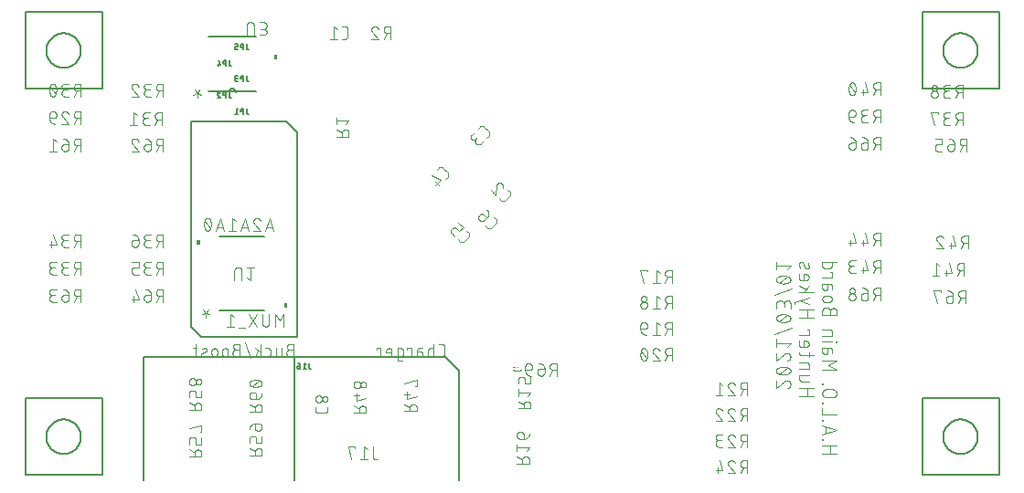
<source format=gbr>
G04 EAGLE Gerber RS-274X export*
G75*
%MOMM*%
%FSLAX34Y34*%
%LPD*%
%INSilkscreen Bottom*%
%IPPOS*%
%AMOC8*
5,1,8,0,0,1.08239X$1,22.5*%
G01*
%ADD10C,0.101600*%
%ADD11C,0.152400*%
%ADD12C,0.050800*%
%ADD13C,0.076200*%
%ADD14C,0.127000*%
%ADD15C,0.203200*%

G36*
X238508Y390550D02*
X238508Y390550D01*
X238510Y390549D01*
X238553Y390569D01*
X238597Y390587D01*
X238597Y390589D01*
X238599Y390590D01*
X238632Y390675D01*
X238632Y394485D01*
X238631Y394487D01*
X238632Y394489D01*
X238612Y394532D01*
X238594Y394576D01*
X238592Y394576D01*
X238591Y394578D01*
X238506Y394611D01*
X235966Y394611D01*
X235964Y394610D01*
X235962Y394611D01*
X235919Y394591D01*
X235875Y394573D01*
X235875Y394571D01*
X235873Y394570D01*
X235840Y394485D01*
X235840Y390675D01*
X235841Y390673D01*
X235840Y390671D01*
X235860Y390628D01*
X235878Y390584D01*
X235880Y390584D01*
X235881Y390582D01*
X235966Y390549D01*
X238506Y390549D01*
X238508Y390550D01*
G37*
G36*
X166626Y218990D02*
X166626Y218990D01*
X166628Y218989D01*
X166671Y219009D01*
X166715Y219027D01*
X166715Y219029D01*
X166717Y219030D01*
X166750Y219115D01*
X166750Y222925D01*
X166749Y222927D01*
X166750Y222929D01*
X166730Y222972D01*
X166712Y223016D01*
X166710Y223016D01*
X166709Y223018D01*
X166624Y223051D01*
X164084Y223051D01*
X164082Y223050D01*
X164080Y223051D01*
X164037Y223031D01*
X163993Y223013D01*
X163993Y223011D01*
X163991Y223010D01*
X163958Y222925D01*
X163958Y219115D01*
X163959Y219113D01*
X163958Y219111D01*
X163978Y219068D01*
X163996Y219024D01*
X163998Y219024D01*
X163999Y219022D01*
X164084Y218989D01*
X166624Y218989D01*
X166626Y218990D01*
G37*
G36*
X247398Y160490D02*
X247398Y160490D01*
X247400Y160489D01*
X247443Y160509D01*
X247487Y160527D01*
X247487Y160529D01*
X247489Y160530D01*
X247522Y160615D01*
X247522Y164425D01*
X247521Y164427D01*
X247522Y164429D01*
X247502Y164472D01*
X247484Y164516D01*
X247482Y164517D01*
X247481Y164518D01*
X247396Y164551D01*
X244856Y164551D01*
X244854Y164550D01*
X244852Y164551D01*
X244809Y164531D01*
X244765Y164513D01*
X244765Y164511D01*
X244763Y164510D01*
X244730Y164425D01*
X244730Y160615D01*
X244731Y160613D01*
X244730Y160611D01*
X244750Y160568D01*
X244768Y160524D01*
X244770Y160524D01*
X244771Y160522D01*
X244856Y160489D01*
X247396Y160489D01*
X247398Y160490D01*
G37*
D10*
X743204Y24638D02*
X756412Y24638D01*
X750542Y24638D02*
X750542Y31976D01*
X756412Y31976D02*
X743204Y31976D01*
X743204Y37328D02*
X743938Y37328D01*
X743938Y38062D01*
X743204Y38062D01*
X743204Y37328D01*
X743204Y42253D02*
X756412Y46656D01*
X743204Y51058D01*
X746506Y49958D02*
X746506Y43354D01*
X743938Y55250D02*
X743204Y55250D01*
X743938Y55250D02*
X743938Y55984D01*
X743204Y55984D01*
X743204Y55250D01*
X743204Y61360D02*
X756412Y61360D01*
X743204Y61360D02*
X743204Y67230D01*
X743204Y71465D02*
X743938Y71465D01*
X743938Y72199D01*
X743204Y72199D01*
X743204Y71465D01*
X746873Y77124D02*
X752743Y77124D01*
X752863Y77126D01*
X752983Y77132D01*
X753103Y77142D01*
X753222Y77155D01*
X753341Y77173D01*
X753459Y77194D01*
X753576Y77220D01*
X753693Y77249D01*
X753808Y77282D01*
X753922Y77319D01*
X754035Y77359D01*
X754147Y77403D01*
X754257Y77451D01*
X754366Y77502D01*
X754473Y77557D01*
X754578Y77616D01*
X754680Y77677D01*
X754781Y77742D01*
X754880Y77811D01*
X754977Y77882D01*
X755071Y77957D01*
X755162Y78034D01*
X755251Y78115D01*
X755337Y78199D01*
X755421Y78285D01*
X755502Y78374D01*
X755579Y78465D01*
X755654Y78559D01*
X755725Y78656D01*
X755794Y78755D01*
X755859Y78856D01*
X755920Y78959D01*
X755979Y79063D01*
X756034Y79170D01*
X756085Y79279D01*
X756133Y79389D01*
X756177Y79501D01*
X756217Y79614D01*
X756254Y79728D01*
X756287Y79843D01*
X756316Y79960D01*
X756342Y80077D01*
X756363Y80195D01*
X756381Y80314D01*
X756394Y80433D01*
X756404Y80553D01*
X756410Y80673D01*
X756412Y80793D01*
X756410Y80913D01*
X756404Y81033D01*
X756394Y81153D01*
X756381Y81272D01*
X756363Y81391D01*
X756342Y81509D01*
X756316Y81626D01*
X756287Y81743D01*
X756254Y81858D01*
X756217Y81972D01*
X756177Y82085D01*
X756133Y82197D01*
X756085Y82307D01*
X756034Y82416D01*
X755979Y82523D01*
X755920Y82628D01*
X755859Y82730D01*
X755794Y82831D01*
X755725Y82930D01*
X755654Y83027D01*
X755579Y83121D01*
X755502Y83212D01*
X755421Y83301D01*
X755337Y83387D01*
X755251Y83471D01*
X755162Y83552D01*
X755071Y83629D01*
X754977Y83704D01*
X754880Y83775D01*
X754781Y83844D01*
X754680Y83909D01*
X754578Y83970D01*
X754473Y84029D01*
X754366Y84084D01*
X754257Y84135D01*
X754147Y84183D01*
X754035Y84227D01*
X753922Y84267D01*
X753808Y84304D01*
X753693Y84337D01*
X753576Y84366D01*
X753459Y84392D01*
X753341Y84413D01*
X753222Y84431D01*
X753103Y84444D01*
X752983Y84454D01*
X752863Y84460D01*
X752743Y84462D01*
X746873Y84462D01*
X746753Y84460D01*
X746633Y84454D01*
X746513Y84444D01*
X746394Y84431D01*
X746275Y84413D01*
X746157Y84392D01*
X746040Y84366D01*
X745923Y84337D01*
X745808Y84304D01*
X745694Y84267D01*
X745581Y84227D01*
X745469Y84183D01*
X745359Y84135D01*
X745250Y84084D01*
X745143Y84029D01*
X745039Y83970D01*
X744936Y83909D01*
X744835Y83844D01*
X744736Y83775D01*
X744639Y83704D01*
X744545Y83629D01*
X744454Y83552D01*
X744365Y83471D01*
X744279Y83387D01*
X744195Y83301D01*
X744114Y83212D01*
X744037Y83121D01*
X743962Y83027D01*
X743891Y82930D01*
X743822Y82831D01*
X743757Y82730D01*
X743696Y82627D01*
X743637Y82523D01*
X743582Y82416D01*
X743531Y82307D01*
X743483Y82197D01*
X743439Y82085D01*
X743399Y81972D01*
X743362Y81858D01*
X743329Y81743D01*
X743300Y81626D01*
X743274Y81509D01*
X743253Y81391D01*
X743235Y81272D01*
X743222Y81153D01*
X743212Y81033D01*
X743206Y80913D01*
X743204Y80793D01*
X743206Y80673D01*
X743212Y80553D01*
X743222Y80433D01*
X743235Y80314D01*
X743253Y80195D01*
X743274Y80077D01*
X743300Y79960D01*
X743329Y79843D01*
X743362Y79728D01*
X743399Y79614D01*
X743439Y79501D01*
X743483Y79389D01*
X743531Y79279D01*
X743582Y79170D01*
X743637Y79063D01*
X743696Y78958D01*
X743757Y78856D01*
X743822Y78755D01*
X743891Y78656D01*
X743962Y78559D01*
X744037Y78465D01*
X744114Y78374D01*
X744195Y78285D01*
X744279Y78199D01*
X744365Y78115D01*
X744454Y78034D01*
X744545Y77957D01*
X744639Y77882D01*
X744736Y77811D01*
X744835Y77742D01*
X744936Y77677D01*
X745039Y77616D01*
X745143Y77557D01*
X745250Y77502D01*
X745359Y77451D01*
X745469Y77403D01*
X745581Y77359D01*
X745694Y77319D01*
X745808Y77282D01*
X745923Y77249D01*
X746040Y77220D01*
X746157Y77194D01*
X746275Y77173D01*
X746394Y77155D01*
X746513Y77142D01*
X746633Y77132D01*
X746753Y77126D01*
X746873Y77124D01*
X743938Y89388D02*
X743204Y89388D01*
X743938Y89388D02*
X743938Y90121D01*
X743204Y90121D01*
X743204Y89388D01*
X743204Y102421D02*
X756412Y102421D01*
X749074Y106823D01*
X756412Y111226D01*
X743204Y111226D01*
X748340Y119622D02*
X748340Y122924D01*
X748340Y119622D02*
X748338Y119522D01*
X748332Y119423D01*
X748323Y119324D01*
X748309Y119225D01*
X748292Y119127D01*
X748271Y119030D01*
X748246Y118933D01*
X748217Y118838D01*
X748185Y118744D01*
X748149Y118651D01*
X748110Y118559D01*
X748067Y118469D01*
X748020Y118381D01*
X747971Y118295D01*
X747918Y118211D01*
X747861Y118129D01*
X747802Y118049D01*
X747739Y117971D01*
X747674Y117896D01*
X747605Y117824D01*
X747534Y117754D01*
X747461Y117687D01*
X747384Y117623D01*
X747306Y117562D01*
X747224Y117504D01*
X747141Y117450D01*
X747056Y117398D01*
X746969Y117350D01*
X746880Y117305D01*
X746789Y117264D01*
X746697Y117226D01*
X746603Y117192D01*
X746509Y117162D01*
X746413Y117135D01*
X746316Y117112D01*
X746218Y117093D01*
X746120Y117078D01*
X746021Y117066D01*
X745921Y117058D01*
X745822Y117054D01*
X745722Y117054D01*
X745623Y117058D01*
X745523Y117066D01*
X745424Y117078D01*
X745326Y117093D01*
X745228Y117112D01*
X745131Y117135D01*
X745035Y117162D01*
X744941Y117192D01*
X744847Y117226D01*
X744755Y117264D01*
X744664Y117305D01*
X744575Y117350D01*
X744488Y117398D01*
X744403Y117450D01*
X744320Y117504D01*
X744238Y117562D01*
X744160Y117623D01*
X744083Y117687D01*
X744010Y117754D01*
X743939Y117824D01*
X743870Y117896D01*
X743805Y117971D01*
X743742Y118049D01*
X743683Y118129D01*
X743626Y118211D01*
X743573Y118295D01*
X743524Y118381D01*
X743477Y118469D01*
X743434Y118559D01*
X743395Y118651D01*
X743359Y118744D01*
X743327Y118838D01*
X743298Y118933D01*
X743273Y119030D01*
X743252Y119127D01*
X743235Y119225D01*
X743221Y119324D01*
X743212Y119423D01*
X743206Y119522D01*
X743204Y119622D01*
X743204Y122924D01*
X749808Y122924D01*
X749899Y122922D01*
X749990Y122916D01*
X750080Y122907D01*
X750170Y122894D01*
X750260Y122877D01*
X750348Y122857D01*
X750436Y122832D01*
X750523Y122805D01*
X750608Y122773D01*
X750692Y122739D01*
X750775Y122700D01*
X750856Y122659D01*
X750935Y122614D01*
X751012Y122566D01*
X751087Y122514D01*
X751160Y122460D01*
X751231Y122403D01*
X751299Y122342D01*
X751364Y122279D01*
X751427Y122214D01*
X751488Y122146D01*
X751545Y122075D01*
X751599Y122002D01*
X751651Y121927D01*
X751699Y121850D01*
X751744Y121771D01*
X751785Y121690D01*
X751824Y121607D01*
X751858Y121523D01*
X751890Y121438D01*
X751917Y121351D01*
X751942Y121263D01*
X751962Y121175D01*
X751979Y121085D01*
X751992Y120995D01*
X752001Y120905D01*
X752007Y120814D01*
X752009Y120723D01*
X752009Y117788D01*
X752009Y128586D02*
X743204Y128586D01*
X755678Y128219D02*
X756412Y128219D01*
X756412Y128953D01*
X755678Y128953D01*
X755678Y128219D01*
X752009Y134185D02*
X743204Y134185D01*
X752009Y134185D02*
X752009Y137854D01*
X752007Y137945D01*
X752001Y138036D01*
X751992Y138126D01*
X751979Y138216D01*
X751962Y138306D01*
X751942Y138394D01*
X751917Y138482D01*
X751890Y138569D01*
X751858Y138654D01*
X751824Y138738D01*
X751785Y138821D01*
X751744Y138902D01*
X751699Y138981D01*
X751651Y139058D01*
X751599Y139133D01*
X751545Y139206D01*
X751488Y139277D01*
X751427Y139345D01*
X751364Y139410D01*
X751299Y139473D01*
X751231Y139534D01*
X751160Y139591D01*
X751087Y139645D01*
X751012Y139697D01*
X750935Y139745D01*
X750856Y139790D01*
X750775Y139831D01*
X750692Y139870D01*
X750608Y139904D01*
X750523Y139936D01*
X750436Y139963D01*
X750348Y139988D01*
X750260Y140008D01*
X750170Y140025D01*
X750080Y140038D01*
X749990Y140047D01*
X749899Y140053D01*
X749808Y140055D01*
X743204Y140055D01*
X750542Y153260D02*
X750542Y156929D01*
X750540Y157049D01*
X750534Y157169D01*
X750524Y157289D01*
X750511Y157408D01*
X750493Y157527D01*
X750472Y157645D01*
X750446Y157762D01*
X750417Y157879D01*
X750384Y157994D01*
X750347Y158108D01*
X750307Y158221D01*
X750263Y158333D01*
X750215Y158443D01*
X750164Y158552D01*
X750109Y158659D01*
X750050Y158764D01*
X749989Y158866D01*
X749924Y158967D01*
X749855Y159066D01*
X749784Y159163D01*
X749709Y159257D01*
X749632Y159348D01*
X749551Y159437D01*
X749467Y159523D01*
X749381Y159607D01*
X749292Y159688D01*
X749201Y159765D01*
X749107Y159840D01*
X749010Y159911D01*
X748911Y159980D01*
X748810Y160045D01*
X748708Y160106D01*
X748603Y160165D01*
X748496Y160220D01*
X748387Y160271D01*
X748277Y160319D01*
X748165Y160363D01*
X748052Y160403D01*
X747938Y160440D01*
X747823Y160473D01*
X747706Y160502D01*
X747589Y160528D01*
X747471Y160549D01*
X747352Y160567D01*
X747233Y160580D01*
X747113Y160590D01*
X746993Y160596D01*
X746873Y160598D01*
X746753Y160596D01*
X746633Y160590D01*
X746513Y160580D01*
X746394Y160567D01*
X746275Y160549D01*
X746157Y160528D01*
X746040Y160502D01*
X745923Y160473D01*
X745808Y160440D01*
X745694Y160403D01*
X745581Y160363D01*
X745469Y160319D01*
X745359Y160271D01*
X745250Y160220D01*
X745143Y160165D01*
X745039Y160106D01*
X744936Y160045D01*
X744835Y159980D01*
X744736Y159911D01*
X744639Y159840D01*
X744545Y159765D01*
X744454Y159688D01*
X744365Y159607D01*
X744279Y159523D01*
X744195Y159437D01*
X744114Y159348D01*
X744037Y159257D01*
X743962Y159163D01*
X743891Y159066D01*
X743822Y158967D01*
X743757Y158866D01*
X743696Y158764D01*
X743637Y158659D01*
X743582Y158552D01*
X743531Y158443D01*
X743483Y158333D01*
X743439Y158221D01*
X743399Y158108D01*
X743362Y157994D01*
X743329Y157879D01*
X743300Y157762D01*
X743274Y157645D01*
X743253Y157527D01*
X743235Y157408D01*
X743222Y157289D01*
X743212Y157169D01*
X743206Y157049D01*
X743204Y156929D01*
X743204Y153260D01*
X756412Y153260D01*
X756412Y156929D01*
X756410Y157036D01*
X756404Y157143D01*
X756394Y157250D01*
X756381Y157356D01*
X756363Y157462D01*
X756342Y157567D01*
X756317Y157671D01*
X756288Y157775D01*
X756255Y157877D01*
X756218Y157977D01*
X756178Y158077D01*
X756134Y158175D01*
X756087Y158271D01*
X756036Y158365D01*
X755982Y158458D01*
X755925Y158548D01*
X755864Y158637D01*
X755800Y158723D01*
X755733Y158806D01*
X755663Y158888D01*
X755590Y158966D01*
X755514Y159042D01*
X755436Y159115D01*
X755354Y159185D01*
X755271Y159252D01*
X755185Y159316D01*
X755096Y159377D01*
X755006Y159434D01*
X754913Y159488D01*
X754819Y159539D01*
X754723Y159586D01*
X754625Y159630D01*
X754525Y159670D01*
X754425Y159707D01*
X754323Y159740D01*
X754219Y159769D01*
X754115Y159794D01*
X754010Y159815D01*
X753904Y159833D01*
X753798Y159846D01*
X753691Y159856D01*
X753584Y159862D01*
X753477Y159864D01*
X753370Y159862D01*
X753263Y159856D01*
X753156Y159846D01*
X753050Y159833D01*
X752944Y159815D01*
X752839Y159794D01*
X752735Y159769D01*
X752631Y159740D01*
X752529Y159707D01*
X752429Y159670D01*
X752329Y159630D01*
X752231Y159586D01*
X752135Y159539D01*
X752041Y159488D01*
X751948Y159434D01*
X751858Y159377D01*
X751769Y159316D01*
X751683Y159252D01*
X751600Y159185D01*
X751518Y159115D01*
X751440Y159042D01*
X751364Y158966D01*
X751291Y158888D01*
X751221Y158806D01*
X751154Y158723D01*
X751090Y158637D01*
X751029Y158548D01*
X750972Y158458D01*
X750918Y158365D01*
X750867Y158271D01*
X750820Y158175D01*
X750776Y158077D01*
X750736Y157977D01*
X750699Y157877D01*
X750666Y157775D01*
X750637Y157671D01*
X750612Y157567D01*
X750591Y157462D01*
X750573Y157356D01*
X750560Y157250D01*
X750550Y157143D01*
X750544Y157036D01*
X750542Y156929D01*
X749074Y165336D02*
X746139Y165336D01*
X749074Y165336D02*
X749181Y165338D01*
X749288Y165344D01*
X749395Y165354D01*
X749501Y165367D01*
X749607Y165385D01*
X749712Y165406D01*
X749816Y165431D01*
X749920Y165460D01*
X750022Y165493D01*
X750122Y165530D01*
X750222Y165570D01*
X750320Y165614D01*
X750416Y165661D01*
X750510Y165712D01*
X750603Y165766D01*
X750693Y165823D01*
X750782Y165884D01*
X750868Y165948D01*
X750951Y166015D01*
X751033Y166085D01*
X751111Y166158D01*
X751187Y166234D01*
X751260Y166312D01*
X751330Y166394D01*
X751397Y166477D01*
X751461Y166563D01*
X751522Y166652D01*
X751579Y166742D01*
X751633Y166835D01*
X751684Y166929D01*
X751731Y167025D01*
X751775Y167123D01*
X751815Y167223D01*
X751852Y167323D01*
X751885Y167425D01*
X751914Y167529D01*
X751939Y167633D01*
X751960Y167738D01*
X751978Y167844D01*
X751991Y167950D01*
X752001Y168057D01*
X752007Y168164D01*
X752009Y168271D01*
X752007Y168378D01*
X752001Y168485D01*
X751991Y168592D01*
X751978Y168698D01*
X751960Y168804D01*
X751939Y168909D01*
X751914Y169013D01*
X751885Y169117D01*
X751852Y169219D01*
X751815Y169319D01*
X751775Y169419D01*
X751731Y169517D01*
X751684Y169613D01*
X751633Y169707D01*
X751579Y169800D01*
X751522Y169890D01*
X751461Y169979D01*
X751397Y170065D01*
X751330Y170148D01*
X751260Y170230D01*
X751187Y170308D01*
X751111Y170384D01*
X751033Y170457D01*
X750951Y170527D01*
X750868Y170594D01*
X750782Y170658D01*
X750693Y170719D01*
X750603Y170776D01*
X750510Y170830D01*
X750416Y170881D01*
X750320Y170928D01*
X750222Y170972D01*
X750122Y171012D01*
X750022Y171049D01*
X749920Y171082D01*
X749816Y171111D01*
X749712Y171136D01*
X749607Y171157D01*
X749501Y171175D01*
X749395Y171188D01*
X749288Y171198D01*
X749181Y171204D01*
X749074Y171206D01*
X746139Y171206D01*
X746032Y171204D01*
X745925Y171198D01*
X745818Y171188D01*
X745712Y171175D01*
X745606Y171157D01*
X745501Y171136D01*
X745397Y171111D01*
X745293Y171082D01*
X745191Y171049D01*
X745091Y171012D01*
X744991Y170972D01*
X744893Y170928D01*
X744797Y170881D01*
X744703Y170830D01*
X744610Y170776D01*
X744520Y170719D01*
X744431Y170658D01*
X744345Y170594D01*
X744262Y170527D01*
X744180Y170457D01*
X744102Y170384D01*
X744026Y170308D01*
X743953Y170230D01*
X743883Y170148D01*
X743816Y170065D01*
X743752Y169979D01*
X743691Y169890D01*
X743634Y169800D01*
X743580Y169707D01*
X743529Y169613D01*
X743482Y169517D01*
X743438Y169419D01*
X743398Y169319D01*
X743361Y169219D01*
X743328Y169117D01*
X743299Y169013D01*
X743274Y168909D01*
X743253Y168804D01*
X743235Y168698D01*
X743222Y168592D01*
X743212Y168485D01*
X743206Y168378D01*
X743204Y168271D01*
X743206Y168164D01*
X743212Y168057D01*
X743222Y167950D01*
X743235Y167844D01*
X743253Y167738D01*
X743274Y167633D01*
X743299Y167529D01*
X743328Y167425D01*
X743361Y167323D01*
X743398Y167223D01*
X743438Y167123D01*
X743482Y167025D01*
X743529Y166929D01*
X743580Y166835D01*
X743634Y166742D01*
X743691Y166652D01*
X743752Y166563D01*
X743816Y166477D01*
X743883Y166394D01*
X743953Y166312D01*
X744026Y166234D01*
X744102Y166158D01*
X744180Y166085D01*
X744262Y166015D01*
X744345Y165948D01*
X744431Y165884D01*
X744520Y165823D01*
X744610Y165766D01*
X744703Y165712D01*
X744797Y165661D01*
X744893Y165614D01*
X744991Y165570D01*
X745091Y165530D01*
X745191Y165493D01*
X745293Y165460D01*
X745397Y165431D01*
X745501Y165406D01*
X745606Y165385D01*
X745712Y165367D01*
X745818Y165354D01*
X745925Y165344D01*
X746032Y165338D01*
X746139Y165336D01*
X748340Y178936D02*
X748340Y182238D01*
X748340Y178936D02*
X748338Y178836D01*
X748332Y178737D01*
X748323Y178638D01*
X748309Y178539D01*
X748292Y178441D01*
X748271Y178344D01*
X748246Y178247D01*
X748217Y178152D01*
X748185Y178058D01*
X748149Y177965D01*
X748110Y177873D01*
X748067Y177783D01*
X748020Y177695D01*
X747971Y177609D01*
X747918Y177525D01*
X747861Y177443D01*
X747802Y177363D01*
X747739Y177285D01*
X747674Y177210D01*
X747605Y177138D01*
X747534Y177068D01*
X747461Y177001D01*
X747384Y176937D01*
X747306Y176876D01*
X747224Y176818D01*
X747141Y176764D01*
X747056Y176712D01*
X746969Y176664D01*
X746880Y176619D01*
X746789Y176578D01*
X746697Y176540D01*
X746603Y176506D01*
X746509Y176476D01*
X746413Y176449D01*
X746316Y176426D01*
X746218Y176407D01*
X746120Y176392D01*
X746021Y176380D01*
X745921Y176372D01*
X745822Y176368D01*
X745722Y176368D01*
X745623Y176372D01*
X745523Y176380D01*
X745424Y176392D01*
X745326Y176407D01*
X745228Y176426D01*
X745131Y176449D01*
X745035Y176476D01*
X744941Y176506D01*
X744847Y176540D01*
X744755Y176578D01*
X744664Y176619D01*
X744575Y176664D01*
X744488Y176712D01*
X744403Y176764D01*
X744320Y176818D01*
X744238Y176876D01*
X744160Y176937D01*
X744083Y177001D01*
X744010Y177068D01*
X743939Y177138D01*
X743870Y177210D01*
X743805Y177285D01*
X743742Y177363D01*
X743683Y177443D01*
X743626Y177525D01*
X743573Y177609D01*
X743524Y177695D01*
X743477Y177783D01*
X743434Y177873D01*
X743395Y177965D01*
X743359Y178058D01*
X743327Y178152D01*
X743298Y178247D01*
X743273Y178344D01*
X743252Y178441D01*
X743235Y178539D01*
X743221Y178638D01*
X743212Y178737D01*
X743206Y178836D01*
X743204Y178936D01*
X743204Y182238D01*
X749808Y182238D01*
X749899Y182236D01*
X749990Y182230D01*
X750080Y182221D01*
X750170Y182208D01*
X750260Y182191D01*
X750348Y182171D01*
X750436Y182146D01*
X750523Y182119D01*
X750608Y182087D01*
X750692Y182053D01*
X750775Y182014D01*
X750856Y181973D01*
X750935Y181928D01*
X751012Y181880D01*
X751087Y181828D01*
X751160Y181774D01*
X751231Y181717D01*
X751299Y181656D01*
X751364Y181593D01*
X751427Y181528D01*
X751488Y181460D01*
X751545Y181389D01*
X751599Y181316D01*
X751651Y181241D01*
X751699Y181164D01*
X751744Y181085D01*
X751785Y181004D01*
X751824Y180921D01*
X751858Y180837D01*
X751890Y180752D01*
X751917Y180665D01*
X751942Y180577D01*
X751962Y180489D01*
X751979Y180399D01*
X751992Y180309D01*
X752001Y180219D01*
X752007Y180128D01*
X752009Y180037D01*
X752009Y177102D01*
X752009Y188449D02*
X743204Y188449D01*
X752009Y188449D02*
X752009Y192852D01*
X750542Y192852D01*
X756412Y202721D02*
X743204Y202721D01*
X743204Y199052D01*
X743206Y198961D01*
X743212Y198870D01*
X743221Y198780D01*
X743234Y198690D01*
X743251Y198600D01*
X743271Y198512D01*
X743296Y198424D01*
X743323Y198337D01*
X743355Y198252D01*
X743389Y198168D01*
X743428Y198085D01*
X743469Y198004D01*
X743514Y197925D01*
X743562Y197848D01*
X743614Y197773D01*
X743668Y197700D01*
X743725Y197629D01*
X743786Y197561D01*
X743849Y197496D01*
X743914Y197433D01*
X743982Y197372D01*
X744053Y197315D01*
X744126Y197261D01*
X744201Y197209D01*
X744278Y197161D01*
X744357Y197116D01*
X744438Y197075D01*
X744521Y197036D01*
X744605Y197002D01*
X744690Y196970D01*
X744777Y196943D01*
X744865Y196918D01*
X744953Y196898D01*
X745043Y196881D01*
X745133Y196868D01*
X745223Y196859D01*
X745314Y196853D01*
X745405Y196851D01*
X749808Y196851D01*
X749899Y196853D01*
X749990Y196859D01*
X750080Y196868D01*
X750170Y196881D01*
X750260Y196898D01*
X750348Y196918D01*
X750436Y196943D01*
X750523Y196970D01*
X750608Y197002D01*
X750692Y197036D01*
X750775Y197075D01*
X750856Y197116D01*
X750935Y197161D01*
X751012Y197209D01*
X751087Y197261D01*
X751160Y197315D01*
X751231Y197372D01*
X751299Y197433D01*
X751364Y197496D01*
X751427Y197561D01*
X751488Y197629D01*
X751545Y197700D01*
X751599Y197773D01*
X751651Y197848D01*
X751699Y197925D01*
X751744Y198004D01*
X751785Y198085D01*
X751824Y198168D01*
X751858Y198252D01*
X751890Y198337D01*
X751917Y198424D01*
X751942Y198512D01*
X751962Y198600D01*
X751979Y198690D01*
X751992Y198780D01*
X752001Y198870D01*
X752007Y198961D01*
X752009Y199052D01*
X752009Y202721D01*
X735076Y78402D02*
X721868Y78402D01*
X729206Y78402D02*
X729206Y85740D01*
X735076Y85740D02*
X721868Y85740D01*
X724069Y91937D02*
X730673Y91937D01*
X724069Y91938D02*
X723978Y91940D01*
X723887Y91946D01*
X723797Y91955D01*
X723707Y91968D01*
X723617Y91985D01*
X723529Y92005D01*
X723441Y92030D01*
X723354Y92057D01*
X723269Y92089D01*
X723185Y92123D01*
X723102Y92162D01*
X723021Y92203D01*
X722942Y92248D01*
X722865Y92296D01*
X722790Y92348D01*
X722717Y92402D01*
X722646Y92459D01*
X722578Y92520D01*
X722513Y92583D01*
X722450Y92648D01*
X722389Y92716D01*
X722332Y92787D01*
X722278Y92860D01*
X722226Y92935D01*
X722178Y93012D01*
X722133Y93091D01*
X722092Y93172D01*
X722053Y93255D01*
X722019Y93339D01*
X721987Y93424D01*
X721960Y93511D01*
X721935Y93599D01*
X721915Y93687D01*
X721898Y93777D01*
X721885Y93867D01*
X721876Y93957D01*
X721870Y94048D01*
X721868Y94139D01*
X721868Y97808D01*
X730673Y97808D01*
X730673Y103886D02*
X721868Y103886D01*
X730673Y103886D02*
X730673Y107554D01*
X730671Y107645D01*
X730665Y107736D01*
X730656Y107826D01*
X730643Y107916D01*
X730626Y108006D01*
X730606Y108094D01*
X730581Y108182D01*
X730554Y108269D01*
X730522Y108354D01*
X730488Y108438D01*
X730449Y108521D01*
X730408Y108602D01*
X730363Y108681D01*
X730315Y108758D01*
X730263Y108833D01*
X730209Y108906D01*
X730152Y108977D01*
X730091Y109045D01*
X730028Y109110D01*
X729963Y109173D01*
X729895Y109234D01*
X729824Y109291D01*
X729751Y109345D01*
X729676Y109397D01*
X729599Y109445D01*
X729520Y109490D01*
X729439Y109531D01*
X729356Y109570D01*
X729272Y109604D01*
X729187Y109636D01*
X729100Y109663D01*
X729012Y109688D01*
X728924Y109708D01*
X728834Y109725D01*
X728744Y109738D01*
X728654Y109747D01*
X728563Y109753D01*
X728472Y109755D01*
X728472Y109756D02*
X721868Y109756D01*
X730673Y114336D02*
X730673Y118739D01*
X735076Y115803D02*
X724069Y115803D01*
X724069Y115804D02*
X723978Y115806D01*
X723887Y115812D01*
X723797Y115821D01*
X723707Y115834D01*
X723617Y115851D01*
X723529Y115871D01*
X723441Y115896D01*
X723354Y115923D01*
X723269Y115955D01*
X723185Y115989D01*
X723102Y116028D01*
X723021Y116069D01*
X722942Y116114D01*
X722865Y116162D01*
X722790Y116214D01*
X722717Y116268D01*
X722646Y116325D01*
X722578Y116386D01*
X722513Y116449D01*
X722450Y116514D01*
X722389Y116583D01*
X722332Y116653D01*
X722278Y116726D01*
X722226Y116801D01*
X722178Y116878D01*
X722133Y116957D01*
X722092Y117038D01*
X722053Y117121D01*
X722019Y117205D01*
X721987Y117290D01*
X721959Y117377D01*
X721935Y117465D01*
X721915Y117553D01*
X721898Y117643D01*
X721885Y117733D01*
X721876Y117823D01*
X721870Y117914D01*
X721868Y118005D01*
X721868Y118739D01*
X721868Y125716D02*
X721868Y129385D01*
X721868Y125716D02*
X721870Y125625D01*
X721876Y125534D01*
X721885Y125444D01*
X721898Y125354D01*
X721915Y125264D01*
X721935Y125176D01*
X721960Y125088D01*
X721987Y125001D01*
X722019Y124916D01*
X722053Y124832D01*
X722092Y124749D01*
X722133Y124668D01*
X722178Y124589D01*
X722226Y124512D01*
X722278Y124437D01*
X722332Y124364D01*
X722389Y124293D01*
X722450Y124225D01*
X722513Y124160D01*
X722578Y124097D01*
X722646Y124036D01*
X722717Y123979D01*
X722790Y123925D01*
X722865Y123873D01*
X722942Y123825D01*
X723021Y123780D01*
X723102Y123739D01*
X723185Y123700D01*
X723269Y123666D01*
X723354Y123634D01*
X723441Y123607D01*
X723529Y123582D01*
X723617Y123562D01*
X723707Y123545D01*
X723797Y123532D01*
X723887Y123523D01*
X723978Y123517D01*
X724069Y123515D01*
X727738Y123515D01*
X727845Y123517D01*
X727952Y123523D01*
X728059Y123533D01*
X728165Y123546D01*
X728271Y123564D01*
X728376Y123585D01*
X728480Y123610D01*
X728584Y123639D01*
X728686Y123672D01*
X728786Y123709D01*
X728886Y123749D01*
X728984Y123793D01*
X729080Y123840D01*
X729174Y123891D01*
X729267Y123945D01*
X729357Y124002D01*
X729446Y124063D01*
X729532Y124127D01*
X729615Y124194D01*
X729697Y124264D01*
X729775Y124337D01*
X729851Y124413D01*
X729924Y124491D01*
X729994Y124573D01*
X730061Y124656D01*
X730125Y124742D01*
X730186Y124831D01*
X730243Y124921D01*
X730297Y125014D01*
X730348Y125108D01*
X730395Y125204D01*
X730439Y125302D01*
X730479Y125402D01*
X730516Y125502D01*
X730549Y125604D01*
X730578Y125708D01*
X730603Y125812D01*
X730624Y125917D01*
X730642Y126023D01*
X730655Y126129D01*
X730665Y126236D01*
X730671Y126343D01*
X730673Y126450D01*
X730671Y126557D01*
X730665Y126664D01*
X730655Y126771D01*
X730642Y126877D01*
X730624Y126983D01*
X730603Y127088D01*
X730578Y127192D01*
X730549Y127296D01*
X730516Y127398D01*
X730479Y127498D01*
X730439Y127598D01*
X730395Y127696D01*
X730348Y127792D01*
X730297Y127886D01*
X730243Y127979D01*
X730186Y128069D01*
X730125Y128158D01*
X730061Y128244D01*
X729994Y128327D01*
X729924Y128409D01*
X729851Y128487D01*
X729775Y128563D01*
X729697Y128636D01*
X729615Y128706D01*
X729532Y128773D01*
X729446Y128837D01*
X729357Y128898D01*
X729267Y128955D01*
X729174Y129009D01*
X729080Y129060D01*
X728984Y129107D01*
X728886Y129151D01*
X728786Y129191D01*
X728686Y129228D01*
X728584Y129261D01*
X728480Y129290D01*
X728376Y129315D01*
X728271Y129336D01*
X728165Y129354D01*
X728059Y129367D01*
X727952Y129377D01*
X727845Y129383D01*
X727738Y129385D01*
X726271Y129385D01*
X726271Y123515D01*
X730673Y135106D02*
X721868Y135106D01*
X730673Y135106D02*
X730673Y139509D01*
X729206Y139509D01*
X735076Y150944D02*
X721868Y150944D01*
X729206Y150944D02*
X729206Y158282D01*
X735076Y158282D02*
X721868Y158282D01*
X717465Y163626D02*
X717465Y165094D01*
X730673Y169496D01*
X730673Y163626D02*
X721868Y166561D01*
X721868Y174865D02*
X735076Y174865D01*
X730673Y180735D02*
X726271Y174865D01*
X728105Y177433D02*
X721868Y180735D01*
X721868Y187590D02*
X721868Y191259D01*
X721868Y187590D02*
X721870Y187499D01*
X721876Y187408D01*
X721885Y187318D01*
X721898Y187228D01*
X721915Y187138D01*
X721935Y187050D01*
X721960Y186962D01*
X721987Y186875D01*
X722019Y186790D01*
X722053Y186706D01*
X722092Y186623D01*
X722133Y186542D01*
X722178Y186463D01*
X722226Y186386D01*
X722278Y186311D01*
X722332Y186238D01*
X722389Y186167D01*
X722450Y186099D01*
X722513Y186034D01*
X722578Y185971D01*
X722646Y185910D01*
X722717Y185853D01*
X722790Y185799D01*
X722865Y185747D01*
X722942Y185699D01*
X723021Y185654D01*
X723102Y185613D01*
X723185Y185574D01*
X723269Y185540D01*
X723354Y185508D01*
X723441Y185481D01*
X723529Y185456D01*
X723617Y185436D01*
X723707Y185419D01*
X723797Y185406D01*
X723887Y185397D01*
X723978Y185391D01*
X724069Y185389D01*
X727738Y185389D01*
X727845Y185391D01*
X727952Y185397D01*
X728059Y185407D01*
X728165Y185420D01*
X728271Y185438D01*
X728376Y185459D01*
X728480Y185484D01*
X728584Y185513D01*
X728686Y185546D01*
X728786Y185583D01*
X728886Y185623D01*
X728984Y185667D01*
X729080Y185714D01*
X729174Y185765D01*
X729267Y185819D01*
X729357Y185876D01*
X729446Y185937D01*
X729532Y186001D01*
X729615Y186068D01*
X729697Y186138D01*
X729775Y186211D01*
X729851Y186287D01*
X729924Y186365D01*
X729994Y186447D01*
X730061Y186530D01*
X730125Y186616D01*
X730186Y186705D01*
X730243Y186795D01*
X730297Y186888D01*
X730348Y186982D01*
X730395Y187078D01*
X730439Y187176D01*
X730479Y187276D01*
X730516Y187376D01*
X730549Y187478D01*
X730578Y187582D01*
X730603Y187686D01*
X730624Y187791D01*
X730642Y187897D01*
X730655Y188003D01*
X730665Y188110D01*
X730671Y188217D01*
X730673Y188324D01*
X730671Y188431D01*
X730665Y188538D01*
X730655Y188645D01*
X730642Y188751D01*
X730624Y188857D01*
X730603Y188962D01*
X730578Y189066D01*
X730549Y189170D01*
X730516Y189272D01*
X730479Y189372D01*
X730439Y189472D01*
X730395Y189570D01*
X730348Y189666D01*
X730297Y189760D01*
X730243Y189853D01*
X730186Y189943D01*
X730125Y190032D01*
X730061Y190118D01*
X729994Y190201D01*
X729924Y190283D01*
X729851Y190361D01*
X729775Y190437D01*
X729697Y190510D01*
X729615Y190580D01*
X729532Y190647D01*
X729446Y190711D01*
X729357Y190772D01*
X729267Y190829D01*
X729174Y190883D01*
X729080Y190934D01*
X728984Y190981D01*
X728886Y191025D01*
X728786Y191065D01*
X728686Y191102D01*
X728584Y191135D01*
X728480Y191164D01*
X728376Y191189D01*
X728271Y191210D01*
X728165Y191228D01*
X728059Y191241D01*
X727952Y191251D01*
X727845Y191257D01*
X727738Y191259D01*
X726271Y191259D01*
X726271Y185389D01*
X727004Y197584D02*
X725537Y201253D01*
X727004Y197584D02*
X727038Y197505D01*
X727076Y197427D01*
X727117Y197350D01*
X727161Y197276D01*
X727209Y197204D01*
X727260Y197134D01*
X727314Y197067D01*
X727371Y197002D01*
X727432Y196939D01*
X727494Y196880D01*
X727560Y196823D01*
X727628Y196770D01*
X727698Y196719D01*
X727771Y196672D01*
X727846Y196628D01*
X727922Y196588D01*
X728001Y196551D01*
X728080Y196518D01*
X728162Y196488D01*
X728244Y196462D01*
X728328Y196440D01*
X728413Y196422D01*
X728498Y196408D01*
X728584Y196397D01*
X728670Y196391D01*
X728757Y196388D01*
X728844Y196389D01*
X728930Y196395D01*
X729016Y196404D01*
X729102Y196417D01*
X729187Y196434D01*
X729271Y196455D01*
X729354Y196479D01*
X729435Y196508D01*
X729516Y196540D01*
X729595Y196575D01*
X729672Y196615D01*
X729747Y196657D01*
X729820Y196704D01*
X729892Y196753D01*
X729960Y196805D01*
X730027Y196861D01*
X730090Y196920D01*
X730151Y196981D01*
X730210Y197045D01*
X730265Y197112D01*
X730317Y197181D01*
X730366Y197253D01*
X730411Y197326D01*
X730453Y197402D01*
X730492Y197479D01*
X730527Y197558D01*
X730559Y197639D01*
X730587Y197721D01*
X730611Y197804D01*
X730631Y197888D01*
X730647Y197973D01*
X730660Y198059D01*
X730668Y198145D01*
X730673Y198232D01*
X730674Y198318D01*
X730673Y198318D02*
X730668Y198518D01*
X730658Y198718D01*
X730643Y198918D01*
X730623Y199118D01*
X730599Y199317D01*
X730569Y199515D01*
X730535Y199712D01*
X730497Y199909D01*
X730453Y200104D01*
X730405Y200299D01*
X730352Y200492D01*
X730295Y200684D01*
X730233Y200875D01*
X730166Y201064D01*
X730095Y201251D01*
X730019Y201436D01*
X729939Y201620D01*
X725537Y201254D02*
X725503Y201333D01*
X725465Y201411D01*
X725424Y201488D01*
X725380Y201562D01*
X725332Y201634D01*
X725281Y201704D01*
X725227Y201771D01*
X725170Y201836D01*
X725109Y201899D01*
X725047Y201958D01*
X724981Y202015D01*
X724913Y202068D01*
X724843Y202119D01*
X724770Y202166D01*
X724695Y202210D01*
X724619Y202250D01*
X724540Y202287D01*
X724461Y202320D01*
X724379Y202350D01*
X724297Y202376D01*
X724213Y202398D01*
X724128Y202416D01*
X724043Y202430D01*
X723957Y202441D01*
X723871Y202447D01*
X723784Y202450D01*
X723697Y202449D01*
X723611Y202443D01*
X723525Y202434D01*
X723439Y202421D01*
X723354Y202404D01*
X723270Y202383D01*
X723187Y202359D01*
X723106Y202330D01*
X723025Y202298D01*
X722946Y202263D01*
X722869Y202223D01*
X722794Y202181D01*
X722721Y202134D01*
X722649Y202085D01*
X722581Y202033D01*
X722514Y201977D01*
X722451Y201918D01*
X722390Y201857D01*
X722331Y201793D01*
X722276Y201726D01*
X722224Y201657D01*
X722175Y201585D01*
X722130Y201512D01*
X722088Y201436D01*
X722049Y201359D01*
X722014Y201280D01*
X721982Y201199D01*
X721954Y201117D01*
X721930Y201034D01*
X721910Y200950D01*
X721894Y200865D01*
X721881Y200779D01*
X721873Y200693D01*
X721868Y200606D01*
X721867Y200520D01*
X721868Y200519D02*
X721876Y200225D01*
X721891Y199931D01*
X721912Y199637D01*
X721941Y199344D01*
X721976Y199052D01*
X722019Y198761D01*
X722068Y198471D01*
X722124Y198182D01*
X722187Y197894D01*
X722256Y197608D01*
X722333Y197324D01*
X722416Y197042D01*
X722506Y196762D01*
X722602Y196483D01*
X710438Y92627D02*
X710551Y92625D01*
X710663Y92619D01*
X710776Y92610D01*
X710888Y92596D01*
X710999Y92579D01*
X711110Y92558D01*
X711220Y92533D01*
X711329Y92505D01*
X711437Y92472D01*
X711544Y92436D01*
X711649Y92397D01*
X711754Y92354D01*
X711856Y92307D01*
X711957Y92257D01*
X712056Y92203D01*
X712154Y92146D01*
X712249Y92086D01*
X712342Y92023D01*
X712433Y91956D01*
X712522Y91886D01*
X712608Y91814D01*
X712692Y91738D01*
X712773Y91660D01*
X712851Y91579D01*
X712927Y91495D01*
X712999Y91409D01*
X713069Y91320D01*
X713136Y91229D01*
X713199Y91136D01*
X713259Y91041D01*
X713316Y90943D01*
X713370Y90844D01*
X713420Y90743D01*
X713467Y90641D01*
X713510Y90536D01*
X713549Y90431D01*
X713585Y90324D01*
X713618Y90216D01*
X713646Y90107D01*
X713671Y89997D01*
X713692Y89886D01*
X713709Y89775D01*
X713723Y89663D01*
X713732Y89550D01*
X713738Y89438D01*
X713740Y89325D01*
X713738Y89198D01*
X713732Y89071D01*
X713723Y88944D01*
X713710Y88818D01*
X713693Y88692D01*
X713672Y88567D01*
X713647Y88442D01*
X713619Y88319D01*
X713587Y88196D01*
X713551Y88074D01*
X713512Y87953D01*
X713469Y87833D01*
X713423Y87715D01*
X713373Y87598D01*
X713319Y87483D01*
X713262Y87370D01*
X713202Y87258D01*
X713139Y87148D01*
X713072Y87040D01*
X713002Y86934D01*
X712929Y86830D01*
X712852Y86728D01*
X712773Y86629D01*
X712691Y86532D01*
X712606Y86438D01*
X712518Y86346D01*
X712428Y86257D01*
X712334Y86171D01*
X712239Y86087D01*
X712141Y86007D01*
X712040Y85929D01*
X711937Y85854D01*
X711832Y85783D01*
X711725Y85715D01*
X711616Y85650D01*
X711505Y85588D01*
X711392Y85529D01*
X711278Y85474D01*
X711162Y85423D01*
X711044Y85375D01*
X710925Y85330D01*
X710805Y85289D01*
X707870Y91527D02*
X707950Y91609D01*
X708033Y91688D01*
X708119Y91765D01*
X708207Y91839D01*
X708298Y91909D01*
X708390Y91977D01*
X708485Y92042D01*
X708582Y92104D01*
X708681Y92162D01*
X708782Y92218D01*
X708884Y92270D01*
X708988Y92318D01*
X709094Y92363D01*
X709201Y92405D01*
X709309Y92444D01*
X709419Y92478D01*
X709529Y92510D01*
X709641Y92537D01*
X709753Y92561D01*
X709866Y92582D01*
X709980Y92598D01*
X710094Y92611D01*
X710208Y92621D01*
X710323Y92626D01*
X710438Y92628D01*
X707870Y91527D02*
X700532Y85289D01*
X700532Y92627D01*
X707136Y98091D02*
X707396Y98094D01*
X707655Y98103D01*
X707915Y98119D01*
X708174Y98141D01*
X708432Y98168D01*
X708690Y98202D01*
X708946Y98243D01*
X709202Y98289D01*
X709457Y98341D01*
X709710Y98400D01*
X709962Y98464D01*
X710212Y98535D01*
X710460Y98611D01*
X710706Y98693D01*
X710951Y98781D01*
X711193Y98875D01*
X711433Y98975D01*
X711671Y99081D01*
X711905Y99192D01*
X711906Y99192D02*
X712001Y99227D01*
X712096Y99265D01*
X712189Y99307D01*
X712280Y99353D01*
X712370Y99402D01*
X712458Y99454D01*
X712543Y99509D01*
X712627Y99568D01*
X712708Y99630D01*
X712787Y99694D01*
X712863Y99762D01*
X712937Y99833D01*
X713008Y99906D01*
X713076Y99982D01*
X713142Y100060D01*
X713204Y100141D01*
X713264Y100224D01*
X713320Y100309D01*
X713373Y100396D01*
X713422Y100485D01*
X713468Y100576D01*
X713511Y100669D01*
X713550Y100763D01*
X713586Y100859D01*
X713618Y100956D01*
X713647Y101054D01*
X713671Y101153D01*
X713692Y101253D01*
X713709Y101353D01*
X713723Y101454D01*
X713732Y101556D01*
X713738Y101658D01*
X713740Y101760D01*
X713738Y101862D01*
X713732Y101964D01*
X713723Y102066D01*
X713709Y102167D01*
X713692Y102267D01*
X713671Y102367D01*
X713647Y102466D01*
X713618Y102564D01*
X713586Y102661D01*
X713550Y102757D01*
X713511Y102851D01*
X713468Y102944D01*
X713422Y103035D01*
X713373Y103124D01*
X713320Y103211D01*
X713264Y103296D01*
X713204Y103379D01*
X713142Y103460D01*
X713076Y103538D01*
X713008Y103614D01*
X712937Y103687D01*
X712863Y103758D01*
X712787Y103826D01*
X712708Y103890D01*
X712627Y103952D01*
X712543Y104011D01*
X712458Y104066D01*
X712370Y104118D01*
X712280Y104167D01*
X712189Y104213D01*
X712096Y104255D01*
X712001Y104293D01*
X711906Y104328D01*
X711905Y104327D02*
X711670Y104438D01*
X711433Y104544D01*
X711193Y104644D01*
X710951Y104738D01*
X710706Y104826D01*
X710460Y104908D01*
X710212Y104984D01*
X709961Y105055D01*
X709710Y105119D01*
X709457Y105178D01*
X709202Y105230D01*
X708946Y105276D01*
X708690Y105317D01*
X708432Y105351D01*
X708174Y105378D01*
X707915Y105400D01*
X707655Y105416D01*
X707396Y105425D01*
X707136Y105428D01*
X707136Y98092D02*
X706876Y98095D01*
X706617Y98104D01*
X706357Y98120D01*
X706098Y98142D01*
X705840Y98169D01*
X705582Y98203D01*
X705326Y98244D01*
X705070Y98290D01*
X704815Y98342D01*
X704562Y98401D01*
X704311Y98465D01*
X704060Y98536D01*
X703812Y98612D01*
X703566Y98694D01*
X703321Y98782D01*
X703079Y98876D01*
X702839Y98976D01*
X702602Y99082D01*
X702367Y99193D01*
X702366Y99192D02*
X702271Y99227D01*
X702176Y99265D01*
X702083Y99307D01*
X701992Y99353D01*
X701902Y99402D01*
X701814Y99454D01*
X701729Y99509D01*
X701645Y99568D01*
X701564Y99630D01*
X701485Y99694D01*
X701409Y99762D01*
X701335Y99833D01*
X701264Y99906D01*
X701196Y99982D01*
X701130Y100060D01*
X701068Y100141D01*
X701008Y100224D01*
X700952Y100309D01*
X700899Y100396D01*
X700850Y100485D01*
X700804Y100576D01*
X700761Y100669D01*
X700722Y100763D01*
X700686Y100859D01*
X700654Y100956D01*
X700625Y101054D01*
X700601Y101153D01*
X700580Y101253D01*
X700563Y101353D01*
X700549Y101454D01*
X700540Y101556D01*
X700534Y101658D01*
X700532Y101760D01*
X702366Y104328D02*
X702601Y104439D01*
X702839Y104545D01*
X703079Y104645D01*
X703321Y104739D01*
X703565Y104827D01*
X703812Y104909D01*
X704060Y104985D01*
X704310Y105056D01*
X704562Y105120D01*
X704815Y105179D01*
X705070Y105231D01*
X705325Y105277D01*
X705582Y105318D01*
X705840Y105352D01*
X706098Y105379D01*
X706357Y105401D01*
X706616Y105417D01*
X706876Y105426D01*
X707136Y105429D01*
X702366Y104328D02*
X702271Y104293D01*
X702176Y104255D01*
X702083Y104213D01*
X701992Y104167D01*
X701902Y104118D01*
X701814Y104066D01*
X701729Y104011D01*
X701645Y103952D01*
X701564Y103890D01*
X701485Y103826D01*
X701409Y103758D01*
X701335Y103687D01*
X701264Y103614D01*
X701196Y103538D01*
X701130Y103460D01*
X701068Y103379D01*
X701008Y103296D01*
X700952Y103211D01*
X700899Y103124D01*
X700850Y103035D01*
X700804Y102944D01*
X700761Y102851D01*
X700722Y102757D01*
X700686Y102661D01*
X700654Y102564D01*
X700625Y102466D01*
X700601Y102367D01*
X700580Y102267D01*
X700563Y102167D01*
X700549Y102066D01*
X700540Y101964D01*
X700534Y101862D01*
X700532Y101760D01*
X703467Y98825D02*
X710805Y104695D01*
X713740Y114928D02*
X713738Y115041D01*
X713732Y115153D01*
X713723Y115266D01*
X713709Y115378D01*
X713692Y115489D01*
X713671Y115600D01*
X713646Y115710D01*
X713618Y115819D01*
X713585Y115927D01*
X713549Y116034D01*
X713510Y116139D01*
X713467Y116244D01*
X713420Y116346D01*
X713370Y116447D01*
X713316Y116546D01*
X713259Y116644D01*
X713199Y116739D01*
X713136Y116832D01*
X713069Y116923D01*
X712999Y117012D01*
X712927Y117098D01*
X712851Y117182D01*
X712773Y117263D01*
X712692Y117341D01*
X712608Y117417D01*
X712522Y117489D01*
X712433Y117559D01*
X712342Y117626D01*
X712249Y117689D01*
X712154Y117749D01*
X712056Y117806D01*
X711957Y117860D01*
X711856Y117910D01*
X711754Y117957D01*
X711649Y118000D01*
X711544Y118039D01*
X711437Y118075D01*
X711329Y118108D01*
X711220Y118136D01*
X711110Y118161D01*
X710999Y118182D01*
X710888Y118199D01*
X710776Y118213D01*
X710663Y118222D01*
X710551Y118228D01*
X710438Y118230D01*
X713740Y114928D02*
X713738Y114801D01*
X713732Y114674D01*
X713723Y114547D01*
X713710Y114421D01*
X713693Y114295D01*
X713672Y114170D01*
X713647Y114045D01*
X713619Y113922D01*
X713587Y113799D01*
X713551Y113677D01*
X713512Y113556D01*
X713469Y113436D01*
X713423Y113318D01*
X713373Y113201D01*
X713319Y113086D01*
X713262Y112973D01*
X713202Y112861D01*
X713139Y112751D01*
X713072Y112643D01*
X713002Y112537D01*
X712929Y112433D01*
X712852Y112331D01*
X712773Y112232D01*
X712691Y112135D01*
X712606Y112041D01*
X712518Y111949D01*
X712428Y111860D01*
X712334Y111774D01*
X712239Y111690D01*
X712141Y111610D01*
X712040Y111532D01*
X711937Y111457D01*
X711832Y111386D01*
X711725Y111318D01*
X711616Y111253D01*
X711505Y111191D01*
X711392Y111132D01*
X711278Y111077D01*
X711162Y111026D01*
X711044Y110978D01*
X710925Y110933D01*
X710805Y110892D01*
X707870Y117130D02*
X707950Y117212D01*
X708033Y117291D01*
X708119Y117368D01*
X708207Y117442D01*
X708298Y117512D01*
X708390Y117580D01*
X708485Y117645D01*
X708582Y117707D01*
X708681Y117765D01*
X708782Y117821D01*
X708884Y117873D01*
X708988Y117921D01*
X709094Y117966D01*
X709201Y118008D01*
X709309Y118047D01*
X709419Y118081D01*
X709529Y118113D01*
X709641Y118140D01*
X709753Y118164D01*
X709866Y118185D01*
X709980Y118201D01*
X710094Y118214D01*
X710208Y118224D01*
X710323Y118229D01*
X710438Y118231D01*
X707870Y117130D02*
X700532Y110893D01*
X700532Y118230D01*
X710805Y123694D02*
X713740Y127363D01*
X700532Y127363D01*
X700532Y123694D02*
X700532Y131032D01*
X699064Y135949D02*
X715208Y141820D01*
X711905Y147838D02*
X711671Y147727D01*
X711433Y147621D01*
X711193Y147521D01*
X710951Y147427D01*
X710706Y147339D01*
X710460Y147257D01*
X710212Y147181D01*
X709962Y147110D01*
X709710Y147046D01*
X709457Y146987D01*
X709202Y146935D01*
X708946Y146889D01*
X708690Y146848D01*
X708432Y146814D01*
X708174Y146787D01*
X707915Y146765D01*
X707655Y146749D01*
X707396Y146740D01*
X707136Y146737D01*
X711906Y147838D02*
X712001Y147873D01*
X712096Y147911D01*
X712189Y147953D01*
X712280Y147999D01*
X712370Y148048D01*
X712458Y148100D01*
X712543Y148155D01*
X712627Y148214D01*
X712708Y148276D01*
X712787Y148340D01*
X712863Y148408D01*
X712937Y148479D01*
X713008Y148552D01*
X713076Y148628D01*
X713142Y148706D01*
X713204Y148787D01*
X713264Y148870D01*
X713320Y148955D01*
X713373Y149042D01*
X713422Y149131D01*
X713468Y149222D01*
X713511Y149315D01*
X713550Y149409D01*
X713586Y149505D01*
X713618Y149602D01*
X713647Y149700D01*
X713671Y149799D01*
X713692Y149899D01*
X713709Y149999D01*
X713723Y150100D01*
X713732Y150202D01*
X713738Y150304D01*
X713740Y150406D01*
X713738Y150508D01*
X713732Y150610D01*
X713723Y150712D01*
X713709Y150813D01*
X713692Y150913D01*
X713671Y151013D01*
X713647Y151112D01*
X713618Y151210D01*
X713586Y151307D01*
X713550Y151403D01*
X713511Y151497D01*
X713468Y151590D01*
X713422Y151681D01*
X713373Y151770D01*
X713320Y151857D01*
X713264Y151942D01*
X713204Y152025D01*
X713142Y152106D01*
X713076Y152184D01*
X713008Y152260D01*
X712937Y152333D01*
X712863Y152404D01*
X712787Y152472D01*
X712708Y152536D01*
X712627Y152598D01*
X712543Y152657D01*
X712458Y152712D01*
X712370Y152764D01*
X712280Y152813D01*
X712189Y152859D01*
X712096Y152901D01*
X712001Y152939D01*
X711906Y152974D01*
X711905Y152973D02*
X711670Y153084D01*
X711433Y153190D01*
X711193Y153290D01*
X710951Y153384D01*
X710706Y153472D01*
X710460Y153554D01*
X710212Y153630D01*
X709961Y153701D01*
X709710Y153765D01*
X709457Y153824D01*
X709202Y153876D01*
X708946Y153922D01*
X708690Y153963D01*
X708432Y153997D01*
X708174Y154024D01*
X707915Y154046D01*
X707655Y154062D01*
X707396Y154071D01*
X707136Y154074D01*
X707136Y146737D02*
X706876Y146740D01*
X706617Y146749D01*
X706357Y146765D01*
X706098Y146787D01*
X705840Y146814D01*
X705582Y146848D01*
X705326Y146889D01*
X705070Y146935D01*
X704815Y146987D01*
X704562Y147046D01*
X704311Y147110D01*
X704060Y147181D01*
X703812Y147257D01*
X703566Y147339D01*
X703321Y147427D01*
X703079Y147521D01*
X702839Y147621D01*
X702602Y147727D01*
X702367Y147838D01*
X702366Y147838D02*
X702271Y147873D01*
X702176Y147911D01*
X702083Y147953D01*
X701992Y147999D01*
X701902Y148048D01*
X701814Y148100D01*
X701729Y148155D01*
X701645Y148214D01*
X701564Y148276D01*
X701485Y148340D01*
X701409Y148408D01*
X701335Y148479D01*
X701264Y148552D01*
X701196Y148628D01*
X701130Y148706D01*
X701068Y148787D01*
X701008Y148870D01*
X700952Y148955D01*
X700899Y149042D01*
X700850Y149131D01*
X700804Y149222D01*
X700761Y149315D01*
X700722Y149409D01*
X700686Y149505D01*
X700654Y149602D01*
X700625Y149700D01*
X700601Y149799D01*
X700580Y149899D01*
X700563Y149999D01*
X700549Y150100D01*
X700540Y150202D01*
X700534Y150304D01*
X700532Y150406D01*
X702366Y152974D02*
X702601Y153085D01*
X702839Y153191D01*
X703079Y153291D01*
X703321Y153385D01*
X703565Y153473D01*
X703812Y153555D01*
X704060Y153631D01*
X704310Y153702D01*
X704562Y153766D01*
X704815Y153825D01*
X705070Y153877D01*
X705325Y153923D01*
X705582Y153964D01*
X705840Y153998D01*
X706098Y154025D01*
X706357Y154047D01*
X706616Y154063D01*
X706876Y154072D01*
X707136Y154075D01*
X702366Y152974D02*
X702271Y152939D01*
X702176Y152901D01*
X702083Y152859D01*
X701992Y152813D01*
X701902Y152764D01*
X701814Y152712D01*
X701729Y152657D01*
X701645Y152598D01*
X701564Y152536D01*
X701485Y152472D01*
X701409Y152404D01*
X701335Y152333D01*
X701264Y152260D01*
X701196Y152184D01*
X701130Y152106D01*
X701068Y152025D01*
X701008Y151942D01*
X700952Y151857D01*
X700899Y151770D01*
X700850Y151681D01*
X700804Y151590D01*
X700761Y151497D01*
X700722Y151403D01*
X700686Y151307D01*
X700654Y151210D01*
X700625Y151112D01*
X700601Y151013D01*
X700580Y150913D01*
X700563Y150813D01*
X700549Y150712D01*
X700540Y150610D01*
X700534Y150508D01*
X700532Y150406D01*
X703467Y147471D02*
X710805Y153341D01*
X700532Y159539D02*
X700532Y163207D01*
X700534Y163327D01*
X700540Y163447D01*
X700550Y163567D01*
X700563Y163686D01*
X700581Y163805D01*
X700602Y163923D01*
X700628Y164040D01*
X700657Y164157D01*
X700690Y164272D01*
X700727Y164386D01*
X700767Y164499D01*
X700811Y164611D01*
X700859Y164721D01*
X700910Y164830D01*
X700965Y164937D01*
X701024Y165042D01*
X701085Y165144D01*
X701150Y165245D01*
X701219Y165344D01*
X701290Y165441D01*
X701365Y165535D01*
X701442Y165626D01*
X701523Y165715D01*
X701607Y165801D01*
X701693Y165885D01*
X701782Y165966D01*
X701873Y166043D01*
X701967Y166118D01*
X702064Y166189D01*
X702163Y166258D01*
X702264Y166323D01*
X702367Y166384D01*
X702471Y166443D01*
X702578Y166498D01*
X702687Y166549D01*
X702797Y166597D01*
X702909Y166641D01*
X703022Y166681D01*
X703136Y166718D01*
X703251Y166751D01*
X703368Y166780D01*
X703485Y166806D01*
X703603Y166827D01*
X703722Y166845D01*
X703841Y166858D01*
X703961Y166868D01*
X704081Y166874D01*
X704201Y166876D01*
X704321Y166874D01*
X704441Y166868D01*
X704561Y166858D01*
X704680Y166845D01*
X704799Y166827D01*
X704917Y166806D01*
X705034Y166780D01*
X705151Y166751D01*
X705266Y166718D01*
X705380Y166681D01*
X705493Y166641D01*
X705605Y166597D01*
X705715Y166549D01*
X705824Y166498D01*
X705931Y166443D01*
X706036Y166384D01*
X706138Y166323D01*
X706239Y166258D01*
X706338Y166189D01*
X706435Y166118D01*
X706529Y166043D01*
X706620Y165966D01*
X706709Y165885D01*
X706795Y165801D01*
X706879Y165715D01*
X706960Y165626D01*
X707037Y165535D01*
X707112Y165441D01*
X707183Y165344D01*
X707252Y165245D01*
X707317Y165144D01*
X707378Y165042D01*
X707437Y164937D01*
X707492Y164830D01*
X707543Y164721D01*
X707591Y164611D01*
X707635Y164499D01*
X707675Y164386D01*
X707712Y164272D01*
X707745Y164157D01*
X707774Y164040D01*
X707800Y163923D01*
X707821Y163805D01*
X707839Y163686D01*
X707852Y163567D01*
X707862Y163447D01*
X707868Y163327D01*
X707870Y163207D01*
X713740Y163941D02*
X713740Y159539D01*
X713740Y163941D02*
X713738Y164048D01*
X713732Y164155D01*
X713722Y164262D01*
X713709Y164368D01*
X713691Y164474D01*
X713670Y164579D01*
X713645Y164683D01*
X713616Y164787D01*
X713583Y164889D01*
X713546Y164989D01*
X713506Y165089D01*
X713462Y165187D01*
X713415Y165283D01*
X713364Y165377D01*
X713310Y165470D01*
X713253Y165560D01*
X713192Y165649D01*
X713128Y165735D01*
X713061Y165818D01*
X712991Y165900D01*
X712918Y165978D01*
X712842Y166054D01*
X712764Y166127D01*
X712682Y166197D01*
X712599Y166264D01*
X712513Y166328D01*
X712424Y166389D01*
X712334Y166446D01*
X712241Y166500D01*
X712147Y166551D01*
X712051Y166598D01*
X711953Y166642D01*
X711853Y166682D01*
X711753Y166719D01*
X711651Y166752D01*
X711547Y166781D01*
X711443Y166806D01*
X711338Y166827D01*
X711232Y166845D01*
X711126Y166858D01*
X711019Y166868D01*
X710912Y166874D01*
X710805Y166876D01*
X710698Y166874D01*
X710591Y166868D01*
X710484Y166858D01*
X710378Y166845D01*
X710272Y166827D01*
X710167Y166806D01*
X710063Y166781D01*
X709959Y166752D01*
X709857Y166719D01*
X709757Y166682D01*
X709657Y166642D01*
X709559Y166598D01*
X709463Y166551D01*
X709369Y166500D01*
X709276Y166446D01*
X709186Y166389D01*
X709097Y166328D01*
X709011Y166264D01*
X708928Y166197D01*
X708846Y166127D01*
X708768Y166054D01*
X708692Y165978D01*
X708619Y165900D01*
X708549Y165818D01*
X708482Y165735D01*
X708418Y165649D01*
X708357Y165560D01*
X708300Y165470D01*
X708246Y165377D01*
X708195Y165283D01*
X708148Y165187D01*
X708104Y165089D01*
X708064Y164989D01*
X708027Y164889D01*
X707994Y164787D01*
X707965Y164683D01*
X707940Y164579D01*
X707919Y164474D01*
X707901Y164368D01*
X707888Y164262D01*
X707878Y164155D01*
X707872Y164048D01*
X707870Y163941D01*
X707870Y161006D01*
X699064Y171794D02*
X715208Y177664D01*
X711905Y183683D02*
X711671Y183572D01*
X711433Y183466D01*
X711193Y183366D01*
X710951Y183272D01*
X710706Y183184D01*
X710460Y183102D01*
X710212Y183026D01*
X709962Y182955D01*
X709710Y182891D01*
X709457Y182832D01*
X709202Y182780D01*
X708946Y182734D01*
X708690Y182693D01*
X708432Y182659D01*
X708174Y182632D01*
X707915Y182610D01*
X707655Y182594D01*
X707396Y182585D01*
X707136Y182582D01*
X711906Y183682D02*
X712001Y183717D01*
X712096Y183755D01*
X712189Y183797D01*
X712280Y183843D01*
X712370Y183892D01*
X712458Y183944D01*
X712543Y183999D01*
X712627Y184058D01*
X712708Y184120D01*
X712787Y184184D01*
X712863Y184252D01*
X712937Y184323D01*
X713008Y184396D01*
X713076Y184472D01*
X713142Y184550D01*
X713204Y184631D01*
X713264Y184714D01*
X713320Y184799D01*
X713373Y184886D01*
X713422Y184975D01*
X713468Y185066D01*
X713511Y185159D01*
X713550Y185253D01*
X713586Y185349D01*
X713618Y185446D01*
X713647Y185544D01*
X713671Y185643D01*
X713692Y185743D01*
X713709Y185843D01*
X713723Y185944D01*
X713732Y186046D01*
X713738Y186148D01*
X713740Y186250D01*
X713738Y186352D01*
X713732Y186454D01*
X713723Y186556D01*
X713709Y186657D01*
X713692Y186757D01*
X713671Y186857D01*
X713647Y186956D01*
X713618Y187054D01*
X713586Y187151D01*
X713550Y187247D01*
X713511Y187341D01*
X713468Y187434D01*
X713422Y187525D01*
X713373Y187614D01*
X713320Y187701D01*
X713264Y187786D01*
X713204Y187869D01*
X713142Y187950D01*
X713076Y188028D01*
X713008Y188104D01*
X712937Y188177D01*
X712863Y188248D01*
X712787Y188316D01*
X712708Y188380D01*
X712627Y188442D01*
X712543Y188501D01*
X712458Y188556D01*
X712370Y188608D01*
X712280Y188657D01*
X712189Y188703D01*
X712096Y188745D01*
X712001Y188783D01*
X711906Y188818D01*
X711905Y188818D02*
X711670Y188929D01*
X711433Y189035D01*
X711193Y189135D01*
X710951Y189229D01*
X710706Y189317D01*
X710460Y189399D01*
X710212Y189475D01*
X709961Y189546D01*
X709710Y189610D01*
X709457Y189669D01*
X709202Y189721D01*
X708946Y189767D01*
X708690Y189808D01*
X708432Y189842D01*
X708174Y189869D01*
X707915Y189891D01*
X707655Y189907D01*
X707396Y189916D01*
X707136Y189919D01*
X707136Y182582D02*
X706876Y182585D01*
X706617Y182594D01*
X706357Y182610D01*
X706098Y182632D01*
X705840Y182659D01*
X705582Y182693D01*
X705326Y182734D01*
X705070Y182780D01*
X704815Y182832D01*
X704562Y182891D01*
X704311Y182955D01*
X704060Y183026D01*
X703812Y183102D01*
X703566Y183184D01*
X703321Y183272D01*
X703079Y183366D01*
X702839Y183466D01*
X702602Y183572D01*
X702367Y183683D01*
X702366Y183682D02*
X702271Y183717D01*
X702176Y183755D01*
X702083Y183797D01*
X701992Y183843D01*
X701902Y183892D01*
X701814Y183944D01*
X701729Y183999D01*
X701645Y184058D01*
X701564Y184120D01*
X701485Y184184D01*
X701409Y184252D01*
X701335Y184323D01*
X701264Y184396D01*
X701196Y184472D01*
X701130Y184550D01*
X701068Y184631D01*
X701008Y184714D01*
X700952Y184799D01*
X700899Y184886D01*
X700850Y184975D01*
X700804Y185066D01*
X700761Y185159D01*
X700722Y185253D01*
X700686Y185349D01*
X700654Y185446D01*
X700625Y185544D01*
X700601Y185643D01*
X700580Y185743D01*
X700563Y185843D01*
X700549Y185944D01*
X700540Y186046D01*
X700534Y186148D01*
X700532Y186250D01*
X702366Y188819D02*
X702601Y188930D01*
X702839Y189036D01*
X703079Y189136D01*
X703321Y189230D01*
X703565Y189318D01*
X703812Y189400D01*
X704060Y189476D01*
X704310Y189547D01*
X704562Y189611D01*
X704815Y189670D01*
X705070Y189722D01*
X705325Y189768D01*
X705582Y189809D01*
X705840Y189843D01*
X706098Y189870D01*
X706357Y189892D01*
X706616Y189908D01*
X706876Y189917D01*
X707136Y189920D01*
X702366Y188818D02*
X702271Y188783D01*
X702176Y188745D01*
X702083Y188703D01*
X701992Y188657D01*
X701902Y188608D01*
X701814Y188556D01*
X701729Y188501D01*
X701645Y188442D01*
X701564Y188380D01*
X701485Y188316D01*
X701409Y188248D01*
X701335Y188177D01*
X701264Y188104D01*
X701196Y188028D01*
X701130Y187950D01*
X701068Y187869D01*
X701008Y187786D01*
X700952Y187701D01*
X700899Y187614D01*
X700850Y187525D01*
X700804Y187434D01*
X700761Y187341D01*
X700722Y187247D01*
X700686Y187151D01*
X700654Y187054D01*
X700625Y186956D01*
X700601Y186857D01*
X700580Y186757D01*
X700563Y186657D01*
X700549Y186556D01*
X700540Y186454D01*
X700534Y186352D01*
X700532Y186250D01*
X703467Y183315D02*
X710805Y189185D01*
X710805Y195383D02*
X713740Y199052D01*
X700532Y199052D01*
X700532Y195383D02*
X700532Y202721D01*
D11*
X114300Y114300D02*
X114300Y0D01*
X114300Y114300D02*
X254000Y114300D01*
D10*
X253492Y121299D02*
X250246Y121299D01*
X250246Y121300D02*
X250133Y121298D01*
X250020Y121292D01*
X249907Y121282D01*
X249794Y121268D01*
X249682Y121251D01*
X249571Y121229D01*
X249461Y121204D01*
X249351Y121174D01*
X249243Y121141D01*
X249136Y121104D01*
X249030Y121064D01*
X248926Y121019D01*
X248823Y120971D01*
X248722Y120920D01*
X248623Y120865D01*
X248526Y120807D01*
X248431Y120745D01*
X248338Y120680D01*
X248248Y120612D01*
X248160Y120541D01*
X248074Y120466D01*
X247991Y120389D01*
X247911Y120309D01*
X247834Y120226D01*
X247759Y120140D01*
X247688Y120052D01*
X247620Y119962D01*
X247555Y119869D01*
X247493Y119774D01*
X247435Y119677D01*
X247380Y119578D01*
X247329Y119477D01*
X247281Y119374D01*
X247236Y119270D01*
X247196Y119164D01*
X247159Y119057D01*
X247126Y118949D01*
X247096Y118839D01*
X247071Y118729D01*
X247049Y118618D01*
X247032Y118506D01*
X247018Y118393D01*
X247008Y118280D01*
X247002Y118167D01*
X247000Y118054D01*
X247002Y117941D01*
X247008Y117828D01*
X247018Y117715D01*
X247032Y117602D01*
X247049Y117490D01*
X247071Y117379D01*
X247096Y117269D01*
X247126Y117159D01*
X247159Y117051D01*
X247196Y116944D01*
X247236Y116838D01*
X247281Y116734D01*
X247329Y116631D01*
X247380Y116530D01*
X247435Y116431D01*
X247493Y116334D01*
X247555Y116239D01*
X247620Y116146D01*
X247688Y116056D01*
X247759Y115968D01*
X247834Y115882D01*
X247911Y115799D01*
X247991Y115719D01*
X248074Y115642D01*
X248160Y115567D01*
X248248Y115496D01*
X248338Y115428D01*
X248431Y115363D01*
X248526Y115301D01*
X248623Y115243D01*
X248722Y115188D01*
X248823Y115137D01*
X248926Y115089D01*
X249030Y115044D01*
X249136Y115004D01*
X249243Y114967D01*
X249351Y114934D01*
X249461Y114904D01*
X249571Y114879D01*
X249682Y114857D01*
X249794Y114840D01*
X249907Y114826D01*
X250020Y114816D01*
X250133Y114810D01*
X250246Y114808D01*
X253492Y114808D01*
X253492Y126492D01*
X250246Y126492D01*
X250145Y126490D01*
X250045Y126484D01*
X249945Y126474D01*
X249845Y126461D01*
X249746Y126443D01*
X249647Y126422D01*
X249550Y126397D01*
X249453Y126368D01*
X249358Y126335D01*
X249264Y126299D01*
X249172Y126259D01*
X249081Y126216D01*
X248992Y126169D01*
X248905Y126119D01*
X248819Y126065D01*
X248736Y126008D01*
X248656Y125948D01*
X248577Y125885D01*
X248501Y125818D01*
X248428Y125749D01*
X248358Y125677D01*
X248290Y125603D01*
X248225Y125526D01*
X248164Y125446D01*
X248105Y125364D01*
X248050Y125280D01*
X247998Y125194D01*
X247949Y125106D01*
X247904Y125016D01*
X247862Y124924D01*
X247824Y124831D01*
X247790Y124736D01*
X247759Y124641D01*
X247732Y124544D01*
X247709Y124446D01*
X247689Y124347D01*
X247674Y124247D01*
X247662Y124147D01*
X247654Y124047D01*
X247650Y123946D01*
X247650Y123846D01*
X247654Y123745D01*
X247662Y123645D01*
X247674Y123545D01*
X247689Y123445D01*
X247709Y123346D01*
X247732Y123248D01*
X247759Y123151D01*
X247790Y123056D01*
X247824Y122961D01*
X247862Y122868D01*
X247904Y122776D01*
X247949Y122686D01*
X247998Y122598D01*
X248050Y122512D01*
X248105Y122428D01*
X248164Y122346D01*
X248225Y122266D01*
X248290Y122189D01*
X248358Y122115D01*
X248428Y122043D01*
X248501Y121974D01*
X248577Y121907D01*
X248656Y121844D01*
X248736Y121784D01*
X248819Y121727D01*
X248905Y121673D01*
X248992Y121623D01*
X249081Y121576D01*
X249172Y121533D01*
X249264Y121493D01*
X249358Y121457D01*
X249453Y121424D01*
X249550Y121395D01*
X249647Y121370D01*
X249746Y121349D01*
X249845Y121331D01*
X249945Y121318D01*
X250045Y121308D01*
X250145Y121302D01*
X250246Y121300D01*
X242344Y122597D02*
X242344Y116755D01*
X242342Y116668D01*
X242336Y116580D01*
X242326Y116494D01*
X242313Y116407D01*
X242295Y116322D01*
X242274Y116237D01*
X242249Y116153D01*
X242220Y116071D01*
X242187Y115990D01*
X242151Y115910D01*
X242112Y115832D01*
X242068Y115756D01*
X242022Y115682D01*
X241972Y115611D01*
X241919Y115541D01*
X241863Y115474D01*
X241804Y115410D01*
X241742Y115348D01*
X241678Y115289D01*
X241611Y115233D01*
X241541Y115180D01*
X241470Y115130D01*
X241396Y115084D01*
X241320Y115040D01*
X241242Y115001D01*
X241162Y114965D01*
X241081Y114932D01*
X240999Y114903D01*
X240915Y114878D01*
X240830Y114857D01*
X240745Y114839D01*
X240658Y114826D01*
X240572Y114816D01*
X240484Y114810D01*
X240397Y114808D01*
X237151Y114808D01*
X237151Y122597D01*
X230097Y114808D02*
X227500Y114808D01*
X230097Y114808D02*
X230184Y114810D01*
X230272Y114816D01*
X230358Y114826D01*
X230445Y114839D01*
X230530Y114857D01*
X230615Y114878D01*
X230699Y114903D01*
X230781Y114932D01*
X230862Y114965D01*
X230942Y115001D01*
X231020Y115040D01*
X231096Y115084D01*
X231170Y115130D01*
X231241Y115180D01*
X231311Y115233D01*
X231378Y115289D01*
X231442Y115348D01*
X231504Y115410D01*
X231563Y115474D01*
X231619Y115541D01*
X231672Y115611D01*
X231722Y115682D01*
X231768Y115756D01*
X231812Y115832D01*
X231851Y115910D01*
X231887Y115990D01*
X231920Y116071D01*
X231949Y116153D01*
X231974Y116237D01*
X231995Y116322D01*
X232013Y116407D01*
X232026Y116494D01*
X232036Y116580D01*
X232042Y116668D01*
X232044Y116755D01*
X232044Y120650D01*
X232042Y120737D01*
X232036Y120825D01*
X232026Y120911D01*
X232013Y120998D01*
X231995Y121083D01*
X231974Y121168D01*
X231949Y121252D01*
X231920Y121334D01*
X231887Y121415D01*
X231851Y121495D01*
X231812Y121573D01*
X231768Y121649D01*
X231722Y121723D01*
X231672Y121794D01*
X231619Y121864D01*
X231563Y121931D01*
X231504Y121995D01*
X231442Y122057D01*
X231378Y122116D01*
X231311Y122172D01*
X231241Y122225D01*
X231170Y122275D01*
X231096Y122321D01*
X231020Y122365D01*
X230942Y122404D01*
X230862Y122440D01*
X230781Y122473D01*
X230699Y122502D01*
X230615Y122527D01*
X230530Y122548D01*
X230445Y122566D01*
X230358Y122579D01*
X230272Y122589D01*
X230184Y122595D01*
X230097Y122597D01*
X227500Y122597D01*
X222778Y126492D02*
X222778Y114808D01*
X222778Y118703D02*
X217585Y122597D01*
X220506Y120325D02*
X217585Y114808D01*
X213769Y113510D02*
X208576Y127790D01*
X203581Y121299D02*
X200336Y121299D01*
X200336Y121300D02*
X200223Y121298D01*
X200110Y121292D01*
X199997Y121282D01*
X199884Y121268D01*
X199772Y121251D01*
X199661Y121229D01*
X199551Y121204D01*
X199441Y121174D01*
X199333Y121141D01*
X199226Y121104D01*
X199120Y121064D01*
X199016Y121019D01*
X198913Y120971D01*
X198812Y120920D01*
X198713Y120865D01*
X198616Y120807D01*
X198521Y120745D01*
X198428Y120680D01*
X198338Y120612D01*
X198250Y120541D01*
X198164Y120466D01*
X198081Y120389D01*
X198001Y120309D01*
X197924Y120226D01*
X197849Y120140D01*
X197778Y120052D01*
X197710Y119962D01*
X197645Y119869D01*
X197583Y119774D01*
X197525Y119677D01*
X197470Y119578D01*
X197419Y119477D01*
X197371Y119374D01*
X197326Y119270D01*
X197286Y119164D01*
X197249Y119057D01*
X197216Y118949D01*
X197186Y118839D01*
X197161Y118729D01*
X197139Y118618D01*
X197122Y118506D01*
X197108Y118393D01*
X197098Y118280D01*
X197092Y118167D01*
X197090Y118054D01*
X197092Y117941D01*
X197098Y117828D01*
X197108Y117715D01*
X197122Y117602D01*
X197139Y117490D01*
X197161Y117379D01*
X197186Y117269D01*
X197216Y117159D01*
X197249Y117051D01*
X197286Y116944D01*
X197326Y116838D01*
X197371Y116734D01*
X197419Y116631D01*
X197470Y116530D01*
X197525Y116431D01*
X197583Y116334D01*
X197645Y116239D01*
X197710Y116146D01*
X197778Y116056D01*
X197849Y115968D01*
X197924Y115882D01*
X198001Y115799D01*
X198081Y115719D01*
X198164Y115642D01*
X198250Y115567D01*
X198338Y115496D01*
X198428Y115428D01*
X198521Y115363D01*
X198616Y115301D01*
X198713Y115243D01*
X198812Y115188D01*
X198913Y115137D01*
X199016Y115089D01*
X199120Y115044D01*
X199226Y115004D01*
X199333Y114967D01*
X199441Y114934D01*
X199551Y114904D01*
X199661Y114879D01*
X199772Y114857D01*
X199884Y114840D01*
X199997Y114826D01*
X200110Y114816D01*
X200223Y114810D01*
X200336Y114808D01*
X203581Y114808D01*
X203581Y126492D01*
X200336Y126492D01*
X200235Y126490D01*
X200135Y126484D01*
X200035Y126474D01*
X199935Y126461D01*
X199836Y126443D01*
X199737Y126422D01*
X199640Y126397D01*
X199543Y126368D01*
X199448Y126335D01*
X199354Y126299D01*
X199262Y126259D01*
X199171Y126216D01*
X199082Y126169D01*
X198995Y126119D01*
X198909Y126065D01*
X198826Y126008D01*
X198746Y125948D01*
X198667Y125885D01*
X198591Y125818D01*
X198518Y125749D01*
X198448Y125677D01*
X198380Y125603D01*
X198315Y125526D01*
X198254Y125446D01*
X198195Y125364D01*
X198140Y125280D01*
X198088Y125194D01*
X198039Y125106D01*
X197994Y125016D01*
X197952Y124924D01*
X197914Y124831D01*
X197880Y124736D01*
X197849Y124641D01*
X197822Y124544D01*
X197799Y124446D01*
X197779Y124347D01*
X197764Y124247D01*
X197752Y124147D01*
X197744Y124047D01*
X197740Y123946D01*
X197740Y123846D01*
X197744Y123745D01*
X197752Y123645D01*
X197764Y123545D01*
X197779Y123445D01*
X197799Y123346D01*
X197822Y123248D01*
X197849Y123151D01*
X197880Y123056D01*
X197914Y122961D01*
X197952Y122868D01*
X197994Y122776D01*
X198039Y122686D01*
X198088Y122598D01*
X198140Y122512D01*
X198195Y122428D01*
X198254Y122346D01*
X198315Y122266D01*
X198380Y122189D01*
X198448Y122115D01*
X198518Y122043D01*
X198591Y121974D01*
X198667Y121907D01*
X198746Y121844D01*
X198826Y121784D01*
X198909Y121727D01*
X198995Y121673D01*
X199082Y121623D01*
X199171Y121576D01*
X199262Y121533D01*
X199354Y121493D01*
X199448Y121457D01*
X199543Y121424D01*
X199640Y121395D01*
X199737Y121370D01*
X199836Y121349D01*
X199935Y121331D01*
X200035Y121318D01*
X200135Y121308D01*
X200235Y121302D01*
X200336Y121300D01*
X192814Y120001D02*
X192814Y117404D01*
X192814Y120001D02*
X192812Y120102D01*
X192806Y120202D01*
X192796Y120302D01*
X192783Y120402D01*
X192765Y120501D01*
X192744Y120600D01*
X192719Y120697D01*
X192690Y120794D01*
X192657Y120889D01*
X192621Y120983D01*
X192581Y121075D01*
X192538Y121166D01*
X192491Y121255D01*
X192441Y121342D01*
X192387Y121428D01*
X192330Y121511D01*
X192270Y121591D01*
X192207Y121670D01*
X192140Y121746D01*
X192071Y121819D01*
X191999Y121889D01*
X191925Y121957D01*
X191848Y122022D01*
X191768Y122083D01*
X191686Y122142D01*
X191602Y122197D01*
X191516Y122249D01*
X191428Y122298D01*
X191338Y122343D01*
X191246Y122385D01*
X191153Y122423D01*
X191058Y122457D01*
X190963Y122488D01*
X190866Y122515D01*
X190768Y122538D01*
X190669Y122558D01*
X190569Y122573D01*
X190469Y122585D01*
X190369Y122593D01*
X190268Y122597D01*
X190168Y122597D01*
X190067Y122593D01*
X189967Y122585D01*
X189867Y122573D01*
X189767Y122558D01*
X189668Y122538D01*
X189570Y122515D01*
X189473Y122488D01*
X189378Y122457D01*
X189283Y122423D01*
X189190Y122385D01*
X189098Y122343D01*
X189008Y122298D01*
X188920Y122249D01*
X188834Y122197D01*
X188750Y122142D01*
X188668Y122083D01*
X188588Y122022D01*
X188511Y121957D01*
X188437Y121889D01*
X188365Y121819D01*
X188296Y121746D01*
X188229Y121670D01*
X188166Y121591D01*
X188106Y121511D01*
X188049Y121428D01*
X187995Y121342D01*
X187945Y121255D01*
X187898Y121166D01*
X187855Y121075D01*
X187815Y120983D01*
X187779Y120889D01*
X187746Y120794D01*
X187717Y120697D01*
X187692Y120600D01*
X187671Y120501D01*
X187653Y120402D01*
X187640Y120302D01*
X187630Y120202D01*
X187624Y120102D01*
X187622Y120001D01*
X187621Y120001D02*
X187621Y117404D01*
X187622Y117404D02*
X187624Y117303D01*
X187630Y117203D01*
X187640Y117103D01*
X187653Y117003D01*
X187671Y116904D01*
X187692Y116805D01*
X187717Y116708D01*
X187746Y116611D01*
X187779Y116516D01*
X187815Y116422D01*
X187855Y116330D01*
X187898Y116239D01*
X187945Y116150D01*
X187995Y116063D01*
X188049Y115977D01*
X188106Y115894D01*
X188166Y115814D01*
X188229Y115735D01*
X188296Y115659D01*
X188365Y115586D01*
X188437Y115516D01*
X188511Y115448D01*
X188588Y115383D01*
X188668Y115322D01*
X188750Y115263D01*
X188834Y115208D01*
X188920Y115156D01*
X189008Y115107D01*
X189098Y115062D01*
X189190Y115020D01*
X189283Y114982D01*
X189378Y114948D01*
X189473Y114917D01*
X189570Y114890D01*
X189668Y114867D01*
X189767Y114847D01*
X189867Y114832D01*
X189967Y114820D01*
X190067Y114812D01*
X190168Y114808D01*
X190268Y114808D01*
X190369Y114812D01*
X190469Y114820D01*
X190569Y114832D01*
X190669Y114847D01*
X190768Y114867D01*
X190866Y114890D01*
X190963Y114917D01*
X191058Y114948D01*
X191153Y114982D01*
X191246Y115020D01*
X191338Y115062D01*
X191428Y115107D01*
X191516Y115156D01*
X191602Y115208D01*
X191686Y115263D01*
X191768Y115322D01*
X191848Y115383D01*
X191925Y115448D01*
X191999Y115516D01*
X192071Y115586D01*
X192140Y115659D01*
X192207Y115735D01*
X192270Y115814D01*
X192330Y115894D01*
X192387Y115977D01*
X192441Y116063D01*
X192491Y116150D01*
X192538Y116239D01*
X192581Y116330D01*
X192621Y116422D01*
X192657Y116516D01*
X192690Y116611D01*
X192719Y116708D01*
X192744Y116805D01*
X192765Y116904D01*
X192783Y117003D01*
X192796Y117103D01*
X192806Y117203D01*
X192812Y117303D01*
X192814Y117404D01*
X182908Y117404D02*
X182908Y120001D01*
X182906Y120102D01*
X182900Y120202D01*
X182890Y120302D01*
X182877Y120402D01*
X182859Y120501D01*
X182838Y120600D01*
X182813Y120697D01*
X182784Y120794D01*
X182751Y120889D01*
X182715Y120983D01*
X182675Y121075D01*
X182632Y121166D01*
X182585Y121255D01*
X182535Y121342D01*
X182481Y121428D01*
X182424Y121511D01*
X182364Y121591D01*
X182301Y121670D01*
X182234Y121746D01*
X182165Y121819D01*
X182093Y121889D01*
X182019Y121957D01*
X181942Y122022D01*
X181862Y122083D01*
X181780Y122142D01*
X181696Y122197D01*
X181610Y122249D01*
X181522Y122298D01*
X181432Y122343D01*
X181340Y122385D01*
X181247Y122423D01*
X181152Y122457D01*
X181057Y122488D01*
X180960Y122515D01*
X180862Y122538D01*
X180763Y122558D01*
X180663Y122573D01*
X180563Y122585D01*
X180463Y122593D01*
X180362Y122597D01*
X180262Y122597D01*
X180161Y122593D01*
X180061Y122585D01*
X179961Y122573D01*
X179861Y122558D01*
X179762Y122538D01*
X179664Y122515D01*
X179567Y122488D01*
X179472Y122457D01*
X179377Y122423D01*
X179284Y122385D01*
X179192Y122343D01*
X179102Y122298D01*
X179014Y122249D01*
X178928Y122197D01*
X178844Y122142D01*
X178762Y122083D01*
X178682Y122022D01*
X178605Y121957D01*
X178531Y121889D01*
X178459Y121819D01*
X178390Y121746D01*
X178323Y121670D01*
X178260Y121591D01*
X178200Y121511D01*
X178143Y121428D01*
X178089Y121342D01*
X178039Y121255D01*
X177992Y121166D01*
X177949Y121075D01*
X177909Y120983D01*
X177873Y120889D01*
X177840Y120794D01*
X177811Y120697D01*
X177786Y120600D01*
X177765Y120501D01*
X177747Y120402D01*
X177734Y120302D01*
X177724Y120202D01*
X177718Y120102D01*
X177716Y120001D01*
X177715Y120001D02*
X177715Y117404D01*
X177716Y117404D02*
X177718Y117303D01*
X177724Y117203D01*
X177734Y117103D01*
X177747Y117003D01*
X177765Y116904D01*
X177786Y116805D01*
X177811Y116708D01*
X177840Y116611D01*
X177873Y116516D01*
X177909Y116422D01*
X177949Y116330D01*
X177992Y116239D01*
X178039Y116150D01*
X178089Y116063D01*
X178143Y115977D01*
X178200Y115894D01*
X178260Y115814D01*
X178323Y115735D01*
X178390Y115659D01*
X178459Y115586D01*
X178531Y115516D01*
X178605Y115448D01*
X178682Y115383D01*
X178762Y115322D01*
X178844Y115263D01*
X178928Y115208D01*
X179014Y115156D01*
X179102Y115107D01*
X179192Y115062D01*
X179284Y115020D01*
X179377Y114982D01*
X179472Y114948D01*
X179567Y114917D01*
X179664Y114890D01*
X179762Y114867D01*
X179861Y114847D01*
X179961Y114832D01*
X180061Y114820D01*
X180161Y114812D01*
X180262Y114808D01*
X180362Y114808D01*
X180463Y114812D01*
X180563Y114820D01*
X180663Y114832D01*
X180763Y114847D01*
X180862Y114867D01*
X180960Y114890D01*
X181057Y114917D01*
X181152Y114948D01*
X181247Y114982D01*
X181340Y115020D01*
X181432Y115062D01*
X181522Y115107D01*
X181610Y115156D01*
X181696Y115208D01*
X181780Y115263D01*
X181862Y115322D01*
X181942Y115383D01*
X182019Y115448D01*
X182093Y115516D01*
X182165Y115586D01*
X182234Y115659D01*
X182301Y115735D01*
X182364Y115814D01*
X182424Y115894D01*
X182481Y115977D01*
X182535Y116063D01*
X182585Y116150D01*
X182632Y116239D01*
X182675Y116330D01*
X182715Y116422D01*
X182751Y116516D01*
X182784Y116611D01*
X182813Y116708D01*
X182838Y116805D01*
X182859Y116904D01*
X182877Y117003D01*
X182890Y117103D01*
X182900Y117203D01*
X182906Y117303D01*
X182908Y117404D01*
X172029Y119352D02*
X168783Y118054D01*
X172029Y119351D02*
X172104Y119384D01*
X172178Y119420D01*
X172250Y119459D01*
X172320Y119502D01*
X172387Y119548D01*
X172453Y119598D01*
X172515Y119650D01*
X172576Y119706D01*
X172633Y119764D01*
X172688Y119825D01*
X172739Y119889D01*
X172787Y119955D01*
X172832Y120024D01*
X172874Y120094D01*
X172912Y120167D01*
X172947Y120241D01*
X172978Y120317D01*
X173005Y120394D01*
X173028Y120473D01*
X173048Y120552D01*
X173063Y120633D01*
X173075Y120714D01*
X173083Y120796D01*
X173087Y120877D01*
X173086Y120959D01*
X173082Y121041D01*
X173074Y121123D01*
X173062Y121204D01*
X173046Y121284D01*
X173026Y121364D01*
X173002Y121442D01*
X172974Y121519D01*
X172943Y121595D01*
X172908Y121669D01*
X172870Y121741D01*
X172828Y121812D01*
X172782Y121880D01*
X172734Y121946D01*
X172682Y122009D01*
X172627Y122070D01*
X172569Y122128D01*
X172509Y122184D01*
X172446Y122236D01*
X172380Y122285D01*
X172312Y122331D01*
X172242Y122373D01*
X172170Y122413D01*
X172096Y122448D01*
X172021Y122480D01*
X171944Y122508D01*
X171866Y122532D01*
X171786Y122553D01*
X171706Y122570D01*
X171625Y122582D01*
X171544Y122591D01*
X171462Y122596D01*
X171380Y122597D01*
X171203Y122593D01*
X171026Y122584D01*
X170849Y122570D01*
X170672Y122553D01*
X170497Y122531D01*
X170321Y122506D01*
X170147Y122475D01*
X169973Y122441D01*
X169800Y122403D01*
X169628Y122360D01*
X169457Y122313D01*
X169287Y122263D01*
X169118Y122208D01*
X168951Y122149D01*
X168786Y122086D01*
X168621Y122019D01*
X168459Y121948D01*
X168783Y118054D02*
X168708Y118021D01*
X168634Y117985D01*
X168562Y117946D01*
X168492Y117903D01*
X168425Y117857D01*
X168359Y117807D01*
X168297Y117755D01*
X168236Y117699D01*
X168179Y117641D01*
X168124Y117580D01*
X168073Y117516D01*
X168025Y117450D01*
X167980Y117381D01*
X167938Y117311D01*
X167900Y117238D01*
X167865Y117164D01*
X167834Y117088D01*
X167807Y117011D01*
X167784Y116932D01*
X167764Y116853D01*
X167749Y116772D01*
X167737Y116691D01*
X167729Y116609D01*
X167725Y116528D01*
X167726Y116446D01*
X167730Y116364D01*
X167738Y116282D01*
X167750Y116201D01*
X167766Y116121D01*
X167786Y116041D01*
X167810Y115963D01*
X167838Y115886D01*
X167869Y115810D01*
X167904Y115736D01*
X167942Y115664D01*
X167984Y115593D01*
X168030Y115525D01*
X168078Y115459D01*
X168130Y115396D01*
X168185Y115335D01*
X168243Y115277D01*
X168303Y115221D01*
X168366Y115169D01*
X168432Y115120D01*
X168500Y115074D01*
X168570Y115032D01*
X168642Y114992D01*
X168716Y114957D01*
X168791Y114925D01*
X168868Y114897D01*
X168946Y114873D01*
X169026Y114852D01*
X169106Y114835D01*
X169187Y114823D01*
X169268Y114814D01*
X169350Y114809D01*
X169432Y114808D01*
X169692Y114815D01*
X169952Y114828D01*
X170212Y114847D01*
X170471Y114872D01*
X170730Y114904D01*
X170987Y114941D01*
X171244Y114985D01*
X171500Y115034D01*
X171754Y115090D01*
X172007Y115151D01*
X172258Y115219D01*
X172508Y115293D01*
X172756Y115372D01*
X173002Y115457D01*
X164064Y122597D02*
X160169Y122597D01*
X162765Y126492D02*
X162765Y116755D01*
X162763Y116668D01*
X162757Y116580D01*
X162747Y116494D01*
X162734Y116407D01*
X162716Y116322D01*
X162695Y116237D01*
X162670Y116153D01*
X162641Y116071D01*
X162608Y115990D01*
X162572Y115910D01*
X162533Y115832D01*
X162489Y115756D01*
X162443Y115682D01*
X162393Y115611D01*
X162340Y115541D01*
X162284Y115474D01*
X162225Y115410D01*
X162163Y115348D01*
X162099Y115289D01*
X162032Y115233D01*
X161962Y115180D01*
X161891Y115130D01*
X161817Y115084D01*
X161741Y115040D01*
X161663Y115001D01*
X161583Y114965D01*
X161502Y114932D01*
X161420Y114903D01*
X161336Y114878D01*
X161251Y114857D01*
X161166Y114839D01*
X161079Y114826D01*
X160993Y114816D01*
X160905Y114810D01*
X160818Y114808D01*
X160169Y114808D01*
D11*
X254000Y114300D02*
X254000Y0D01*
X406400Y0D02*
X406400Y101600D01*
X393700Y114300D01*
X254000Y114300D01*
D10*
X387999Y114808D02*
X390596Y114808D01*
X390695Y114810D01*
X390795Y114816D01*
X390894Y114825D01*
X390992Y114838D01*
X391090Y114855D01*
X391188Y114876D01*
X391284Y114901D01*
X391379Y114929D01*
X391473Y114961D01*
X391566Y114996D01*
X391658Y115035D01*
X391748Y115078D01*
X391836Y115123D01*
X391923Y115173D01*
X392007Y115225D01*
X392090Y115281D01*
X392170Y115339D01*
X392248Y115401D01*
X392323Y115466D01*
X392396Y115534D01*
X392466Y115604D01*
X392534Y115677D01*
X392599Y115752D01*
X392661Y115830D01*
X392719Y115910D01*
X392775Y115993D01*
X392827Y116077D01*
X392877Y116164D01*
X392922Y116252D01*
X392965Y116342D01*
X393004Y116434D01*
X393039Y116527D01*
X393071Y116621D01*
X393099Y116716D01*
X393124Y116812D01*
X393145Y116910D01*
X393162Y117008D01*
X393175Y117106D01*
X393184Y117205D01*
X393190Y117305D01*
X393192Y117404D01*
X393192Y123896D01*
X393190Y123995D01*
X393184Y124095D01*
X393175Y124194D01*
X393162Y124292D01*
X393145Y124390D01*
X393124Y124488D01*
X393099Y124584D01*
X393071Y124679D01*
X393039Y124773D01*
X393004Y124866D01*
X392965Y124958D01*
X392922Y125048D01*
X392877Y125136D01*
X392827Y125223D01*
X392775Y125307D01*
X392719Y125390D01*
X392661Y125470D01*
X392599Y125548D01*
X392534Y125623D01*
X392466Y125696D01*
X392396Y125766D01*
X392323Y125834D01*
X392248Y125899D01*
X392170Y125961D01*
X392090Y126019D01*
X392007Y126075D01*
X391923Y126127D01*
X391836Y126177D01*
X391748Y126222D01*
X391658Y126265D01*
X391566Y126304D01*
X391473Y126339D01*
X391379Y126371D01*
X391284Y126399D01*
X391188Y126424D01*
X391090Y126445D01*
X390992Y126462D01*
X390894Y126475D01*
X390795Y126484D01*
X390695Y126490D01*
X390596Y126492D01*
X387999Y126492D01*
X383366Y126492D02*
X383366Y114808D01*
X383366Y122597D02*
X380120Y122597D01*
X380033Y122595D01*
X379945Y122589D01*
X379859Y122579D01*
X379772Y122566D01*
X379687Y122548D01*
X379602Y122527D01*
X379518Y122502D01*
X379436Y122473D01*
X379355Y122440D01*
X379275Y122404D01*
X379197Y122365D01*
X379121Y122321D01*
X379047Y122275D01*
X378976Y122225D01*
X378906Y122172D01*
X378839Y122116D01*
X378775Y122057D01*
X378713Y121996D01*
X378654Y121931D01*
X378598Y121864D01*
X378545Y121794D01*
X378495Y121723D01*
X378449Y121649D01*
X378406Y121573D01*
X378366Y121495D01*
X378330Y121415D01*
X378297Y121334D01*
X378268Y121252D01*
X378243Y121168D01*
X378222Y121083D01*
X378204Y120998D01*
X378191Y120911D01*
X378181Y120825D01*
X378175Y120737D01*
X378173Y120650D01*
X378173Y114808D01*
X370866Y119352D02*
X367945Y119352D01*
X370866Y119352D02*
X370960Y119350D01*
X371054Y119344D01*
X371147Y119335D01*
X371240Y119321D01*
X371332Y119304D01*
X371424Y119282D01*
X371514Y119258D01*
X371604Y119229D01*
X371692Y119197D01*
X371779Y119161D01*
X371864Y119121D01*
X371947Y119078D01*
X372029Y119032D01*
X372109Y118982D01*
X372186Y118929D01*
X372261Y118873D01*
X372334Y118814D01*
X372405Y118752D01*
X372473Y118687D01*
X372538Y118619D01*
X372600Y118548D01*
X372659Y118475D01*
X372715Y118400D01*
X372768Y118323D01*
X372818Y118243D01*
X372864Y118161D01*
X372907Y118078D01*
X372947Y117993D01*
X372983Y117906D01*
X373015Y117818D01*
X373044Y117728D01*
X373068Y117638D01*
X373090Y117546D01*
X373107Y117454D01*
X373121Y117361D01*
X373130Y117268D01*
X373136Y117174D01*
X373138Y117080D01*
X373136Y116986D01*
X373130Y116892D01*
X373121Y116799D01*
X373107Y116706D01*
X373090Y116614D01*
X373068Y116522D01*
X373044Y116432D01*
X373015Y116342D01*
X372983Y116254D01*
X372947Y116167D01*
X372907Y116082D01*
X372864Y115999D01*
X372818Y115917D01*
X372768Y115837D01*
X372715Y115760D01*
X372659Y115685D01*
X372600Y115612D01*
X372538Y115541D01*
X372473Y115473D01*
X372405Y115408D01*
X372334Y115346D01*
X372261Y115287D01*
X372186Y115231D01*
X372109Y115178D01*
X372029Y115128D01*
X371947Y115082D01*
X371864Y115039D01*
X371779Y114999D01*
X371692Y114963D01*
X371604Y114931D01*
X371514Y114902D01*
X371424Y114878D01*
X371332Y114856D01*
X371240Y114839D01*
X371147Y114825D01*
X371054Y114816D01*
X370960Y114810D01*
X370866Y114808D01*
X367945Y114808D01*
X367945Y120650D01*
X367947Y120737D01*
X367953Y120825D01*
X367963Y120911D01*
X367976Y120998D01*
X367994Y121083D01*
X368015Y121168D01*
X368040Y121252D01*
X368069Y121334D01*
X368102Y121415D01*
X368138Y121495D01*
X368177Y121573D01*
X368221Y121649D01*
X368267Y121723D01*
X368317Y121794D01*
X368370Y121864D01*
X368426Y121931D01*
X368485Y121996D01*
X368547Y122057D01*
X368611Y122116D01*
X368678Y122172D01*
X368748Y122225D01*
X368819Y122275D01*
X368893Y122321D01*
X368969Y122365D01*
X369047Y122404D01*
X369127Y122440D01*
X369208Y122473D01*
X369290Y122502D01*
X369374Y122527D01*
X369459Y122548D01*
X369544Y122566D01*
X369631Y122579D01*
X369718Y122589D01*
X369805Y122595D01*
X369892Y122597D01*
X372489Y122597D01*
X362344Y122597D02*
X362344Y114808D01*
X362344Y122597D02*
X358450Y122597D01*
X358450Y121299D01*
X352902Y114808D02*
X349657Y114808D01*
X352902Y114808D02*
X352989Y114810D01*
X353077Y114816D01*
X353163Y114826D01*
X353250Y114839D01*
X353335Y114857D01*
X353420Y114878D01*
X353504Y114903D01*
X353586Y114932D01*
X353667Y114965D01*
X353747Y115001D01*
X353825Y115040D01*
X353901Y115084D01*
X353975Y115130D01*
X354046Y115180D01*
X354116Y115233D01*
X354183Y115289D01*
X354247Y115348D01*
X354309Y115410D01*
X354368Y115474D01*
X354424Y115541D01*
X354477Y115611D01*
X354527Y115682D01*
X354573Y115756D01*
X354617Y115832D01*
X354656Y115910D01*
X354692Y115990D01*
X354725Y116071D01*
X354754Y116153D01*
X354779Y116237D01*
X354800Y116322D01*
X354818Y116407D01*
X354831Y116494D01*
X354841Y116580D01*
X354847Y116668D01*
X354849Y116755D01*
X354850Y116755D02*
X354850Y120650D01*
X354849Y120650D02*
X354847Y120737D01*
X354841Y120825D01*
X354831Y120911D01*
X354818Y120998D01*
X354800Y121083D01*
X354779Y121168D01*
X354754Y121252D01*
X354725Y121334D01*
X354692Y121415D01*
X354656Y121495D01*
X354617Y121573D01*
X354573Y121649D01*
X354527Y121723D01*
X354477Y121794D01*
X354424Y121864D01*
X354368Y121931D01*
X354309Y121995D01*
X354247Y122057D01*
X354183Y122116D01*
X354116Y122172D01*
X354046Y122225D01*
X353975Y122275D01*
X353901Y122321D01*
X353825Y122365D01*
X353747Y122404D01*
X353667Y122440D01*
X353586Y122473D01*
X353504Y122502D01*
X353420Y122527D01*
X353335Y122548D01*
X353250Y122566D01*
X353163Y122579D01*
X353077Y122589D01*
X352989Y122595D01*
X352902Y122597D01*
X349657Y122597D01*
X349657Y112861D01*
X349659Y112774D01*
X349665Y112686D01*
X349675Y112600D01*
X349688Y112513D01*
X349706Y112428D01*
X349727Y112343D01*
X349752Y112259D01*
X349781Y112177D01*
X349814Y112096D01*
X349850Y112016D01*
X349889Y111938D01*
X349933Y111862D01*
X349979Y111788D01*
X350029Y111717D01*
X350082Y111647D01*
X350138Y111580D01*
X350197Y111516D01*
X350259Y111454D01*
X350323Y111395D01*
X350390Y111339D01*
X350460Y111286D01*
X350531Y111236D01*
X350605Y111190D01*
X350681Y111146D01*
X350759Y111107D01*
X350839Y111071D01*
X350920Y111038D01*
X351002Y111009D01*
X351086Y110984D01*
X351171Y110963D01*
X351256Y110945D01*
X351343Y110932D01*
X351429Y110922D01*
X351517Y110916D01*
X351604Y110914D01*
X351604Y110913D02*
X354201Y110913D01*
X342556Y114808D02*
X339311Y114808D01*
X342556Y114808D02*
X342643Y114810D01*
X342731Y114816D01*
X342817Y114826D01*
X342904Y114839D01*
X342989Y114857D01*
X343074Y114878D01*
X343158Y114903D01*
X343240Y114932D01*
X343321Y114965D01*
X343401Y115001D01*
X343479Y115040D01*
X343555Y115084D01*
X343629Y115130D01*
X343700Y115180D01*
X343770Y115233D01*
X343837Y115289D01*
X343901Y115348D01*
X343963Y115410D01*
X344022Y115474D01*
X344078Y115541D01*
X344131Y115611D01*
X344181Y115682D01*
X344227Y115756D01*
X344271Y115832D01*
X344310Y115910D01*
X344346Y115990D01*
X344379Y116071D01*
X344408Y116153D01*
X344433Y116237D01*
X344454Y116322D01*
X344472Y116407D01*
X344485Y116494D01*
X344495Y116580D01*
X344501Y116668D01*
X344503Y116755D01*
X344504Y116755D02*
X344504Y120001D01*
X344503Y120001D02*
X344501Y120102D01*
X344495Y120202D01*
X344485Y120302D01*
X344472Y120402D01*
X344454Y120501D01*
X344433Y120600D01*
X344408Y120697D01*
X344379Y120794D01*
X344346Y120889D01*
X344310Y120983D01*
X344270Y121075D01*
X344227Y121166D01*
X344180Y121255D01*
X344130Y121342D01*
X344076Y121428D01*
X344019Y121511D01*
X343959Y121591D01*
X343896Y121670D01*
X343829Y121746D01*
X343760Y121819D01*
X343688Y121889D01*
X343614Y121957D01*
X343537Y122022D01*
X343457Y122083D01*
X343375Y122142D01*
X343291Y122197D01*
X343205Y122249D01*
X343117Y122298D01*
X343027Y122343D01*
X342935Y122385D01*
X342842Y122423D01*
X342747Y122457D01*
X342652Y122488D01*
X342555Y122515D01*
X342457Y122538D01*
X342358Y122558D01*
X342258Y122573D01*
X342158Y122585D01*
X342058Y122593D01*
X341957Y122597D01*
X341857Y122597D01*
X341756Y122593D01*
X341656Y122585D01*
X341556Y122573D01*
X341456Y122558D01*
X341357Y122538D01*
X341259Y122515D01*
X341162Y122488D01*
X341067Y122457D01*
X340972Y122423D01*
X340879Y122385D01*
X340787Y122343D01*
X340697Y122298D01*
X340609Y122249D01*
X340523Y122197D01*
X340439Y122142D01*
X340357Y122083D01*
X340277Y122022D01*
X340200Y121957D01*
X340126Y121889D01*
X340054Y121819D01*
X339985Y121746D01*
X339918Y121670D01*
X339855Y121591D01*
X339795Y121511D01*
X339738Y121428D01*
X339684Y121342D01*
X339634Y121255D01*
X339587Y121166D01*
X339544Y121075D01*
X339504Y120983D01*
X339468Y120889D01*
X339435Y120794D01*
X339406Y120697D01*
X339381Y120600D01*
X339360Y120501D01*
X339342Y120402D01*
X339329Y120302D01*
X339319Y120202D01*
X339313Y120102D01*
X339311Y120001D01*
X339311Y118703D01*
X344504Y118703D01*
X334150Y114808D02*
X334150Y122597D01*
X330256Y122597D01*
X330256Y121299D01*
X244602Y142748D02*
X244602Y154432D01*
X240707Y147941D01*
X236813Y154432D01*
X236813Y142748D01*
X230999Y145994D02*
X230999Y154432D01*
X230999Y145994D02*
X230997Y145881D01*
X230991Y145768D01*
X230981Y145655D01*
X230967Y145542D01*
X230950Y145430D01*
X230928Y145319D01*
X230903Y145209D01*
X230873Y145099D01*
X230840Y144991D01*
X230803Y144884D01*
X230763Y144778D01*
X230718Y144674D01*
X230670Y144571D01*
X230619Y144470D01*
X230564Y144371D01*
X230506Y144274D01*
X230444Y144179D01*
X230379Y144086D01*
X230311Y143996D01*
X230240Y143908D01*
X230165Y143822D01*
X230088Y143739D01*
X230008Y143659D01*
X229925Y143582D01*
X229839Y143507D01*
X229751Y143436D01*
X229661Y143368D01*
X229568Y143303D01*
X229473Y143241D01*
X229376Y143183D01*
X229277Y143128D01*
X229176Y143077D01*
X229073Y143029D01*
X228969Y142984D01*
X228863Y142944D01*
X228756Y142907D01*
X228648Y142874D01*
X228538Y142844D01*
X228428Y142819D01*
X228317Y142797D01*
X228205Y142780D01*
X228092Y142766D01*
X227979Y142756D01*
X227866Y142750D01*
X227753Y142748D01*
X227640Y142750D01*
X227527Y142756D01*
X227414Y142766D01*
X227301Y142780D01*
X227189Y142797D01*
X227078Y142819D01*
X226968Y142844D01*
X226858Y142874D01*
X226750Y142907D01*
X226643Y142944D01*
X226537Y142984D01*
X226433Y143029D01*
X226330Y143077D01*
X226229Y143128D01*
X226130Y143183D01*
X226033Y143241D01*
X225938Y143303D01*
X225845Y143368D01*
X225755Y143436D01*
X225667Y143507D01*
X225581Y143582D01*
X225498Y143659D01*
X225418Y143739D01*
X225341Y143822D01*
X225266Y143908D01*
X225195Y143996D01*
X225127Y144086D01*
X225062Y144179D01*
X225000Y144274D01*
X224942Y144371D01*
X224887Y144470D01*
X224836Y144571D01*
X224788Y144674D01*
X224743Y144778D01*
X224703Y144884D01*
X224666Y144991D01*
X224633Y145099D01*
X224603Y145209D01*
X224578Y145319D01*
X224556Y145430D01*
X224539Y145542D01*
X224525Y145655D01*
X224515Y145768D01*
X224509Y145881D01*
X224507Y145994D01*
X224508Y145994D02*
X224508Y154432D01*
X212048Y154432D02*
X219837Y142748D01*
X212048Y142748D02*
X219837Y154432D01*
X208252Y141450D02*
X203059Y141450D01*
X198614Y151836D02*
X195368Y154432D01*
X195368Y142748D01*
X192123Y142748D02*
X198614Y142748D01*
X189258Y231648D02*
X185364Y243332D01*
X181469Y231648D01*
X182443Y234569D02*
X188285Y234569D01*
X177180Y237490D02*
X177177Y237720D01*
X177169Y237950D01*
X177155Y238179D01*
X177136Y238408D01*
X177111Y238637D01*
X177081Y238865D01*
X177046Y239092D01*
X177005Y239318D01*
X176959Y239543D01*
X176907Y239767D01*
X176850Y239990D01*
X176788Y240211D01*
X176720Y240431D01*
X176647Y240649D01*
X176569Y240865D01*
X176486Y241079D01*
X176398Y241292D01*
X176305Y241502D01*
X176206Y241709D01*
X176173Y241799D01*
X176137Y241888D01*
X176097Y241976D01*
X176053Y242061D01*
X176006Y242145D01*
X175956Y242227D01*
X175902Y242307D01*
X175846Y242384D01*
X175786Y242460D01*
X175723Y242533D01*
X175658Y242603D01*
X175589Y242671D01*
X175518Y242735D01*
X175445Y242797D01*
X175369Y242856D01*
X175291Y242912D01*
X175210Y242965D01*
X175128Y243014D01*
X175044Y243060D01*
X174957Y243103D01*
X174870Y243142D01*
X174780Y243178D01*
X174690Y243210D01*
X174598Y243238D01*
X174505Y243263D01*
X174411Y243284D01*
X174317Y243301D01*
X174222Y243315D01*
X174126Y243324D01*
X174030Y243330D01*
X173934Y243332D01*
X173838Y243330D01*
X173742Y243324D01*
X173646Y243315D01*
X173551Y243301D01*
X173457Y243284D01*
X173363Y243263D01*
X173270Y243238D01*
X173178Y243210D01*
X173088Y243178D01*
X172998Y243142D01*
X172911Y243103D01*
X172824Y243060D01*
X172740Y243014D01*
X172658Y242965D01*
X172577Y242912D01*
X172499Y242856D01*
X172423Y242797D01*
X172350Y242735D01*
X172279Y242671D01*
X172210Y242603D01*
X172145Y242533D01*
X172082Y242460D01*
X172022Y242385D01*
X171966Y242307D01*
X171912Y242227D01*
X171862Y242145D01*
X171815Y242061D01*
X171772Y241976D01*
X171731Y241888D01*
X171695Y241799D01*
X171662Y241709D01*
X171563Y241501D01*
X171470Y241291D01*
X171382Y241079D01*
X171299Y240865D01*
X171221Y240648D01*
X171148Y240430D01*
X171080Y240211D01*
X171018Y239989D01*
X170961Y239767D01*
X170909Y239543D01*
X170863Y239318D01*
X170822Y239092D01*
X170787Y238864D01*
X170757Y238637D01*
X170732Y238408D01*
X170713Y238179D01*
X170699Y237950D01*
X170691Y237720D01*
X170688Y237490D01*
X177179Y237490D02*
X177176Y237260D01*
X177168Y237030D01*
X177154Y236801D01*
X177135Y236572D01*
X177110Y236343D01*
X177080Y236115D01*
X177045Y235888D01*
X177004Y235662D01*
X176958Y235437D01*
X176906Y235213D01*
X176849Y234990D01*
X176787Y234769D01*
X176719Y234549D01*
X176646Y234331D01*
X176568Y234115D01*
X176485Y233901D01*
X176397Y233689D01*
X176304Y233478D01*
X176205Y233271D01*
X176206Y233271D02*
X176173Y233181D01*
X176137Y233092D01*
X176096Y233004D01*
X176053Y232919D01*
X176006Y232835D01*
X175956Y232753D01*
X175902Y232673D01*
X175846Y232596D01*
X175786Y232520D01*
X175723Y232447D01*
X175658Y232377D01*
X175589Y232309D01*
X175518Y232245D01*
X175445Y232183D01*
X175369Y232124D01*
X175291Y232068D01*
X175210Y232015D01*
X175128Y231966D01*
X175044Y231920D01*
X174957Y231877D01*
X174870Y231838D01*
X174780Y231802D01*
X174690Y231770D01*
X174598Y231742D01*
X174505Y231717D01*
X174411Y231696D01*
X174317Y231679D01*
X174222Y231665D01*
X174126Y231656D01*
X174030Y231650D01*
X173934Y231648D01*
X171662Y233271D02*
X171563Y233478D01*
X171470Y233689D01*
X171382Y233901D01*
X171299Y234115D01*
X171221Y234331D01*
X171148Y234549D01*
X171080Y234769D01*
X171018Y234990D01*
X170961Y235213D01*
X170909Y235437D01*
X170863Y235662D01*
X170822Y235888D01*
X170787Y236115D01*
X170757Y236343D01*
X170732Y236572D01*
X170713Y236801D01*
X170699Y237030D01*
X170691Y237260D01*
X170688Y237490D01*
X171662Y233271D02*
X171695Y233181D01*
X171731Y233092D01*
X171772Y233004D01*
X171815Y232919D01*
X171862Y232835D01*
X171912Y232753D01*
X171966Y232673D01*
X172022Y232595D01*
X172082Y232520D01*
X172145Y232447D01*
X172210Y232377D01*
X172279Y232309D01*
X172350Y232245D01*
X172423Y232183D01*
X172499Y232124D01*
X172577Y232068D01*
X172658Y232015D01*
X172740Y231966D01*
X172824Y231920D01*
X172911Y231877D01*
X172998Y231838D01*
X173088Y231802D01*
X173178Y231770D01*
X173270Y231742D01*
X173363Y231717D01*
X173457Y231696D01*
X173551Y231679D01*
X173646Y231665D01*
X173742Y231656D01*
X173838Y231650D01*
X173934Y231648D01*
X176530Y234244D02*
X171337Y240736D01*
X208224Y243332D02*
X212118Y231648D01*
X204329Y231648D02*
X208224Y243332D01*
X205303Y234569D02*
X211145Y234569D01*
X200039Y240736D02*
X196794Y243332D01*
X196794Y231648D01*
X200039Y231648D02*
X193548Y231648D01*
X231084Y243332D02*
X234978Y231648D01*
X227189Y231648D02*
X231084Y243332D01*
X228163Y234569D02*
X234005Y234569D01*
X219329Y243332D02*
X219222Y243330D01*
X219116Y243324D01*
X219010Y243314D01*
X218904Y243301D01*
X218798Y243283D01*
X218694Y243262D01*
X218590Y243237D01*
X218487Y243208D01*
X218386Y243176D01*
X218286Y243139D01*
X218187Y243099D01*
X218089Y243056D01*
X217993Y243009D01*
X217899Y242958D01*
X217807Y242904D01*
X217717Y242847D01*
X217629Y242787D01*
X217544Y242723D01*
X217461Y242656D01*
X217380Y242586D01*
X217302Y242514D01*
X217226Y242438D01*
X217154Y242360D01*
X217084Y242279D01*
X217017Y242196D01*
X216953Y242111D01*
X216893Y242023D01*
X216836Y241933D01*
X216782Y241841D01*
X216731Y241747D01*
X216684Y241651D01*
X216641Y241553D01*
X216601Y241454D01*
X216564Y241354D01*
X216532Y241253D01*
X216503Y241150D01*
X216478Y241046D01*
X216457Y240942D01*
X216439Y240836D01*
X216426Y240730D01*
X216416Y240624D01*
X216410Y240518D01*
X216408Y240411D01*
X219329Y243332D02*
X219450Y243330D01*
X219571Y243324D01*
X219691Y243314D01*
X219812Y243301D01*
X219931Y243283D01*
X220051Y243262D01*
X220169Y243237D01*
X220286Y243208D01*
X220403Y243175D01*
X220518Y243139D01*
X220632Y243098D01*
X220745Y243055D01*
X220857Y243007D01*
X220966Y242956D01*
X221074Y242901D01*
X221181Y242843D01*
X221285Y242782D01*
X221387Y242717D01*
X221487Y242649D01*
X221585Y242578D01*
X221681Y242504D01*
X221774Y242427D01*
X221864Y242346D01*
X221952Y242263D01*
X222037Y242177D01*
X222120Y242088D01*
X222199Y241997D01*
X222276Y241903D01*
X222349Y241807D01*
X222419Y241709D01*
X222486Y241608D01*
X222550Y241505D01*
X222611Y241400D01*
X222668Y241293D01*
X222721Y241185D01*
X222771Y241075D01*
X222817Y240963D01*
X222860Y240850D01*
X222899Y240735D01*
X217382Y238139D02*
X217303Y238217D01*
X217227Y238297D01*
X217154Y238380D01*
X217084Y238466D01*
X217017Y238553D01*
X216953Y238644D01*
X216893Y238736D01*
X216835Y238830D01*
X216781Y238927D01*
X216731Y239025D01*
X216684Y239125D01*
X216640Y239226D01*
X216600Y239329D01*
X216564Y239434D01*
X216532Y239539D01*
X216503Y239646D01*
X216478Y239753D01*
X216456Y239862D01*
X216439Y239971D01*
X216425Y240080D01*
X216416Y240190D01*
X216410Y240301D01*
X216408Y240411D01*
X217382Y238139D02*
X222899Y231648D01*
X216408Y231648D01*
D12*
X460502Y101469D02*
X460645Y101471D01*
X460787Y101477D01*
X460929Y101486D01*
X461071Y101500D01*
X461213Y101517D01*
X461354Y101538D01*
X461494Y101562D01*
X461634Y101591D01*
X461773Y101623D01*
X461911Y101659D01*
X462048Y101699D01*
X462184Y101742D01*
X462319Y101789D01*
X462452Y101840D01*
X462584Y101894D01*
X462714Y101951D01*
X462843Y102012D01*
X462971Y102077D01*
X463096Y102145D01*
X463219Y102216D01*
X463341Y102291D01*
X463461Y102368D01*
X463578Y102449D01*
X463693Y102533D01*
X463806Y102621D01*
X463917Y102711D01*
X460502Y101469D02*
X460359Y101471D01*
X460217Y101477D01*
X460075Y101486D01*
X459933Y101500D01*
X459791Y101517D01*
X459650Y101538D01*
X459510Y101562D01*
X459370Y101591D01*
X459231Y101623D01*
X459093Y101659D01*
X458956Y101699D01*
X458820Y101742D01*
X458685Y101789D01*
X458552Y101840D01*
X458420Y101894D01*
X458290Y101951D01*
X458161Y102012D01*
X458033Y102077D01*
X457908Y102145D01*
X457785Y102216D01*
X457663Y102291D01*
X457543Y102368D01*
X457426Y102449D01*
X457311Y102533D01*
X457198Y102621D01*
X457087Y102711D01*
X460657Y104846D02*
X460968Y104846D01*
X460968Y105156D01*
X460657Y105156D01*
X460657Y104846D01*
X457708Y104846D02*
X457708Y105156D01*
X457708Y104846D02*
X458018Y104846D01*
X458018Y105156D01*
X457708Y105156D01*
X456466Y104846D01*
D11*
X167640Y133350D02*
X158750Y142240D01*
X158750Y332740D01*
X246380Y332740D01*
X256540Y322580D01*
X256540Y133350D01*
X167640Y133350D01*
D10*
X298384Y409448D02*
X300981Y409448D01*
X301080Y409450D01*
X301180Y409456D01*
X301279Y409465D01*
X301377Y409478D01*
X301475Y409495D01*
X301573Y409516D01*
X301669Y409541D01*
X301764Y409569D01*
X301858Y409601D01*
X301951Y409636D01*
X302043Y409675D01*
X302133Y409718D01*
X302221Y409763D01*
X302308Y409813D01*
X302392Y409865D01*
X302475Y409921D01*
X302555Y409979D01*
X302633Y410041D01*
X302708Y410106D01*
X302781Y410174D01*
X302851Y410244D01*
X302919Y410317D01*
X302984Y410392D01*
X303046Y410470D01*
X303104Y410550D01*
X303160Y410633D01*
X303212Y410717D01*
X303262Y410804D01*
X303307Y410892D01*
X303350Y410982D01*
X303389Y411074D01*
X303424Y411167D01*
X303456Y411261D01*
X303484Y411356D01*
X303509Y411452D01*
X303530Y411550D01*
X303547Y411648D01*
X303560Y411746D01*
X303569Y411845D01*
X303575Y411945D01*
X303577Y412044D01*
X303577Y418536D01*
X303575Y418635D01*
X303569Y418735D01*
X303560Y418834D01*
X303547Y418932D01*
X303530Y419030D01*
X303509Y419128D01*
X303484Y419224D01*
X303456Y419319D01*
X303424Y419413D01*
X303389Y419506D01*
X303350Y419598D01*
X303307Y419688D01*
X303262Y419776D01*
X303212Y419863D01*
X303160Y419947D01*
X303104Y420030D01*
X303046Y420110D01*
X302984Y420188D01*
X302919Y420263D01*
X302851Y420336D01*
X302781Y420406D01*
X302708Y420474D01*
X302633Y420539D01*
X302555Y420601D01*
X302475Y420659D01*
X302392Y420715D01*
X302308Y420767D01*
X302221Y420817D01*
X302133Y420862D01*
X302043Y420905D01*
X301951Y420944D01*
X301858Y420979D01*
X301764Y421011D01*
X301669Y421039D01*
X301573Y421064D01*
X301475Y421085D01*
X301377Y421102D01*
X301279Y421115D01*
X301180Y421124D01*
X301080Y421130D01*
X300981Y421132D01*
X298384Y421132D01*
X294019Y418536D02*
X290774Y421132D01*
X290774Y409448D01*
X294019Y409448D02*
X287528Y409448D01*
X292991Y318880D02*
X304675Y318880D01*
X304675Y322125D01*
X304673Y322238D01*
X304667Y322351D01*
X304657Y322464D01*
X304643Y322577D01*
X304626Y322689D01*
X304604Y322800D01*
X304579Y322910D01*
X304549Y323020D01*
X304516Y323128D01*
X304479Y323235D01*
X304439Y323341D01*
X304394Y323445D01*
X304346Y323548D01*
X304295Y323649D01*
X304240Y323748D01*
X304182Y323845D01*
X304120Y323940D01*
X304055Y324033D01*
X303987Y324123D01*
X303916Y324211D01*
X303841Y324297D01*
X303764Y324380D01*
X303684Y324460D01*
X303601Y324537D01*
X303515Y324612D01*
X303427Y324683D01*
X303337Y324751D01*
X303244Y324816D01*
X303149Y324878D01*
X303052Y324936D01*
X302953Y324991D01*
X302852Y325042D01*
X302749Y325090D01*
X302645Y325135D01*
X302539Y325175D01*
X302432Y325212D01*
X302324Y325245D01*
X302214Y325275D01*
X302104Y325300D01*
X301993Y325322D01*
X301881Y325339D01*
X301768Y325353D01*
X301655Y325363D01*
X301542Y325369D01*
X301429Y325371D01*
X301316Y325369D01*
X301203Y325363D01*
X301090Y325353D01*
X300977Y325339D01*
X300865Y325322D01*
X300754Y325300D01*
X300644Y325275D01*
X300534Y325245D01*
X300426Y325212D01*
X300319Y325175D01*
X300213Y325135D01*
X300109Y325090D01*
X300006Y325042D01*
X299905Y324991D01*
X299806Y324936D01*
X299709Y324878D01*
X299614Y324816D01*
X299521Y324751D01*
X299431Y324683D01*
X299343Y324612D01*
X299257Y324537D01*
X299174Y324460D01*
X299094Y324380D01*
X299017Y324297D01*
X298942Y324211D01*
X298871Y324123D01*
X298803Y324033D01*
X298738Y323940D01*
X298676Y323845D01*
X298618Y323748D01*
X298563Y323649D01*
X298512Y323548D01*
X298464Y323445D01*
X298419Y323341D01*
X298379Y323235D01*
X298342Y323128D01*
X298309Y323020D01*
X298279Y322910D01*
X298254Y322800D01*
X298232Y322689D01*
X298215Y322577D01*
X298201Y322464D01*
X298191Y322351D01*
X298185Y322238D01*
X298183Y322125D01*
X298184Y322125D02*
X298184Y318880D01*
X298184Y322774D02*
X292991Y325371D01*
X302078Y330236D02*
X304675Y333481D01*
X292991Y333481D01*
X292991Y330236D02*
X292991Y336727D01*
X343475Y409448D02*
X343475Y421132D01*
X340230Y421132D01*
X340117Y421130D01*
X340004Y421124D01*
X339891Y421114D01*
X339778Y421100D01*
X339666Y421083D01*
X339555Y421061D01*
X339445Y421036D01*
X339335Y421006D01*
X339227Y420973D01*
X339120Y420936D01*
X339014Y420896D01*
X338910Y420851D01*
X338807Y420803D01*
X338706Y420752D01*
X338607Y420697D01*
X338510Y420639D01*
X338415Y420577D01*
X338322Y420512D01*
X338232Y420444D01*
X338144Y420373D01*
X338058Y420298D01*
X337975Y420221D01*
X337895Y420141D01*
X337818Y420058D01*
X337743Y419972D01*
X337672Y419884D01*
X337604Y419794D01*
X337539Y419701D01*
X337477Y419606D01*
X337419Y419509D01*
X337364Y419410D01*
X337313Y419309D01*
X337265Y419206D01*
X337220Y419102D01*
X337180Y418996D01*
X337143Y418889D01*
X337110Y418781D01*
X337080Y418671D01*
X337055Y418561D01*
X337033Y418450D01*
X337016Y418338D01*
X337002Y418225D01*
X336992Y418112D01*
X336986Y417999D01*
X336984Y417886D01*
X336986Y417773D01*
X336992Y417660D01*
X337002Y417547D01*
X337016Y417434D01*
X337033Y417322D01*
X337055Y417211D01*
X337080Y417101D01*
X337110Y416991D01*
X337143Y416883D01*
X337180Y416776D01*
X337220Y416670D01*
X337265Y416566D01*
X337313Y416463D01*
X337364Y416362D01*
X337419Y416263D01*
X337477Y416166D01*
X337539Y416071D01*
X337604Y415978D01*
X337672Y415888D01*
X337743Y415800D01*
X337818Y415714D01*
X337895Y415631D01*
X337975Y415551D01*
X338058Y415474D01*
X338144Y415399D01*
X338232Y415328D01*
X338322Y415260D01*
X338415Y415195D01*
X338510Y415133D01*
X338607Y415075D01*
X338706Y415020D01*
X338807Y414969D01*
X338910Y414921D01*
X339014Y414876D01*
X339120Y414836D01*
X339227Y414799D01*
X339335Y414766D01*
X339445Y414736D01*
X339555Y414711D01*
X339666Y414689D01*
X339778Y414672D01*
X339891Y414658D01*
X340004Y414648D01*
X340117Y414642D01*
X340230Y414640D01*
X340230Y414641D02*
X343475Y414641D01*
X339581Y414641D02*
X336984Y409448D01*
X325628Y418211D02*
X325630Y418318D01*
X325636Y418424D01*
X325646Y418530D01*
X325659Y418636D01*
X325677Y418742D01*
X325698Y418846D01*
X325723Y418950D01*
X325752Y419053D01*
X325784Y419154D01*
X325821Y419254D01*
X325861Y419353D01*
X325904Y419451D01*
X325951Y419547D01*
X326002Y419641D01*
X326056Y419733D01*
X326113Y419823D01*
X326173Y419911D01*
X326237Y419996D01*
X326304Y420079D01*
X326374Y420160D01*
X326446Y420238D01*
X326522Y420314D01*
X326600Y420386D01*
X326681Y420456D01*
X326764Y420523D01*
X326849Y420587D01*
X326937Y420647D01*
X327027Y420704D01*
X327119Y420758D01*
X327213Y420809D01*
X327309Y420856D01*
X327407Y420899D01*
X327506Y420939D01*
X327606Y420976D01*
X327707Y421008D01*
X327810Y421037D01*
X327914Y421062D01*
X328018Y421083D01*
X328124Y421101D01*
X328230Y421114D01*
X328336Y421124D01*
X328442Y421130D01*
X328549Y421132D01*
X328670Y421130D01*
X328791Y421124D01*
X328911Y421114D01*
X329032Y421101D01*
X329151Y421083D01*
X329271Y421062D01*
X329389Y421037D01*
X329506Y421008D01*
X329623Y420975D01*
X329738Y420939D01*
X329852Y420898D01*
X329965Y420855D01*
X330077Y420807D01*
X330186Y420756D01*
X330294Y420701D01*
X330401Y420643D01*
X330505Y420582D01*
X330607Y420517D01*
X330707Y420449D01*
X330805Y420378D01*
X330901Y420304D01*
X330994Y420227D01*
X331084Y420146D01*
X331172Y420063D01*
X331257Y419977D01*
X331340Y419888D01*
X331419Y419797D01*
X331496Y419703D01*
X331569Y419607D01*
X331639Y419509D01*
X331706Y419408D01*
X331770Y419305D01*
X331831Y419200D01*
X331888Y419093D01*
X331941Y418985D01*
X331991Y418875D01*
X332037Y418763D01*
X332080Y418650D01*
X332119Y418535D01*
X326602Y415939D02*
X326523Y416017D01*
X326447Y416097D01*
X326374Y416180D01*
X326304Y416266D01*
X326237Y416353D01*
X326173Y416444D01*
X326113Y416536D01*
X326055Y416630D01*
X326001Y416727D01*
X325951Y416825D01*
X325904Y416925D01*
X325860Y417026D01*
X325820Y417129D01*
X325784Y417234D01*
X325752Y417339D01*
X325723Y417446D01*
X325698Y417553D01*
X325676Y417662D01*
X325659Y417771D01*
X325645Y417880D01*
X325636Y417990D01*
X325630Y418101D01*
X325628Y418211D01*
X326602Y415939D02*
X332119Y409448D01*
X325628Y409448D01*
D11*
X226822Y226060D02*
X184658Y226060D01*
X184658Y157480D02*
X226822Y157480D01*
D13*
X172177Y155250D02*
X172177Y151271D01*
X172177Y155250D02*
X174498Y158235D01*
X172177Y155250D02*
X169855Y158235D01*
X172177Y155250D02*
X175824Y153924D01*
X172177Y155250D02*
X168529Y153924D01*
X198755Y185801D02*
X198755Y194423D01*
X198757Y194537D01*
X198763Y194652D01*
X198773Y194766D01*
X198787Y194879D01*
X198804Y194993D01*
X198826Y195105D01*
X198851Y195217D01*
X198881Y195327D01*
X198914Y195437D01*
X198951Y195545D01*
X198991Y195652D01*
X199036Y195758D01*
X199083Y195862D01*
X199135Y195964D01*
X199190Y196064D01*
X199248Y196163D01*
X199310Y196259D01*
X199375Y196354D01*
X199443Y196445D01*
X199515Y196535D01*
X199589Y196622D01*
X199666Y196706D01*
X199747Y196788D01*
X199830Y196867D01*
X199915Y196943D01*
X200004Y197016D01*
X200094Y197085D01*
X200187Y197152D01*
X200283Y197215D01*
X200380Y197275D01*
X200480Y197332D01*
X200581Y197385D01*
X200684Y197435D01*
X200789Y197481D01*
X200895Y197524D01*
X201003Y197562D01*
X201112Y197597D01*
X201222Y197628D01*
X201333Y197656D01*
X201445Y197679D01*
X201558Y197699D01*
X201671Y197715D01*
X201785Y197727D01*
X201899Y197735D01*
X202014Y197739D01*
X202128Y197739D01*
X202243Y197735D01*
X202357Y197727D01*
X202471Y197715D01*
X202584Y197699D01*
X202697Y197679D01*
X202809Y197656D01*
X202920Y197628D01*
X203030Y197597D01*
X203139Y197562D01*
X203247Y197524D01*
X203353Y197481D01*
X203458Y197435D01*
X203561Y197385D01*
X203662Y197332D01*
X203762Y197275D01*
X203859Y197215D01*
X203955Y197152D01*
X204048Y197085D01*
X204138Y197016D01*
X204227Y196943D01*
X204312Y196867D01*
X204395Y196788D01*
X204476Y196706D01*
X204553Y196622D01*
X204627Y196535D01*
X204699Y196445D01*
X204767Y196354D01*
X204832Y196259D01*
X204894Y196163D01*
X204952Y196064D01*
X205007Y195964D01*
X205059Y195862D01*
X205106Y195758D01*
X205151Y195652D01*
X205191Y195545D01*
X205228Y195437D01*
X205261Y195327D01*
X205291Y195217D01*
X205316Y195105D01*
X205338Y194993D01*
X205355Y194879D01*
X205369Y194766D01*
X205379Y194652D01*
X205385Y194537D01*
X205387Y194423D01*
X205387Y185801D01*
X210566Y188454D02*
X213882Y185801D01*
X213882Y197739D01*
X210566Y197739D02*
X217198Y197739D01*
D10*
X443734Y261473D02*
X445570Y259637D01*
X445642Y259568D01*
X445716Y259502D01*
X445793Y259439D01*
X445872Y259379D01*
X445953Y259321D01*
X446037Y259267D01*
X446122Y259217D01*
X446210Y259169D01*
X446299Y259125D01*
X446390Y259084D01*
X446482Y259047D01*
X446575Y259013D01*
X446670Y258983D01*
X446766Y258957D01*
X446863Y258934D01*
X446961Y258915D01*
X447059Y258900D01*
X447158Y258889D01*
X447257Y258881D01*
X447356Y258877D01*
X447456Y258877D01*
X447555Y258881D01*
X447654Y258889D01*
X447753Y258900D01*
X447851Y258915D01*
X447949Y258934D01*
X448046Y258957D01*
X448142Y258983D01*
X448237Y259013D01*
X448330Y259047D01*
X448422Y259084D01*
X448513Y259125D01*
X448602Y259169D01*
X448690Y259217D01*
X448775Y259267D01*
X448859Y259321D01*
X448940Y259379D01*
X449019Y259439D01*
X449096Y259502D01*
X449170Y259568D01*
X449242Y259637D01*
X453832Y264227D01*
X453901Y264298D01*
X453968Y264373D01*
X454031Y264449D01*
X454091Y264528D01*
X454148Y264610D01*
X454202Y264693D01*
X454253Y264779D01*
X454301Y264866D01*
X454345Y264955D01*
X454386Y265046D01*
X454423Y265138D01*
X454457Y265232D01*
X454487Y265327D01*
X454513Y265423D01*
X454536Y265520D01*
X454554Y265617D01*
X454570Y265716D01*
X454581Y265815D01*
X454589Y265914D01*
X454593Y266013D01*
X454593Y266113D01*
X454589Y266212D01*
X454581Y266311D01*
X454570Y266410D01*
X454555Y266508D01*
X454536Y266606D01*
X454513Y266703D01*
X454487Y266799D01*
X454457Y266894D01*
X454423Y266987D01*
X454386Y267080D01*
X454345Y267171D01*
X454301Y267260D01*
X454253Y267347D01*
X454203Y267433D01*
X454148Y267516D01*
X454091Y267597D01*
X454031Y267677D01*
X453968Y267753D01*
X453901Y267828D01*
X453832Y267899D01*
X451996Y269735D01*
X446385Y275346D02*
X446309Y275421D01*
X446229Y275492D01*
X446147Y275560D01*
X446063Y275625D01*
X445976Y275687D01*
X445887Y275746D01*
X445796Y275802D01*
X445703Y275854D01*
X445608Y275903D01*
X445511Y275948D01*
X445413Y275990D01*
X445313Y276028D01*
X445212Y276062D01*
X445110Y276093D01*
X445007Y276120D01*
X444903Y276143D01*
X444798Y276163D01*
X444692Y276178D01*
X444586Y276190D01*
X444480Y276198D01*
X444373Y276202D01*
X444267Y276202D01*
X444160Y276198D01*
X444054Y276190D01*
X443948Y276178D01*
X443842Y276163D01*
X443737Y276143D01*
X443633Y276120D01*
X443530Y276093D01*
X443428Y276062D01*
X443327Y276028D01*
X443227Y275990D01*
X443129Y275948D01*
X443032Y275903D01*
X442937Y275854D01*
X442844Y275802D01*
X442753Y275746D01*
X442664Y275687D01*
X442577Y275625D01*
X442493Y275560D01*
X442411Y275492D01*
X442331Y275421D01*
X442255Y275346D01*
X446385Y275346D02*
X446469Y275259D01*
X446550Y275169D01*
X446629Y275077D01*
X446704Y274982D01*
X446776Y274885D01*
X446846Y274786D01*
X446911Y274684D01*
X446974Y274581D01*
X447033Y274475D01*
X447089Y274368D01*
X447141Y274259D01*
X447190Y274148D01*
X447235Y274036D01*
X447277Y273922D01*
X447314Y273807D01*
X447349Y273691D01*
X447379Y273574D01*
X447405Y273456D01*
X447428Y273337D01*
X447447Y273217D01*
X447462Y273097D01*
X447473Y272977D01*
X447480Y272856D01*
X447484Y272735D01*
X447483Y272614D01*
X447479Y272493D01*
X447470Y272372D01*
X447458Y272252D01*
X447442Y272132D01*
X447422Y272013D01*
X447398Y271894D01*
X447371Y271776D01*
X447339Y271659D01*
X447304Y271544D01*
X447265Y271429D01*
X447223Y271316D01*
X447176Y271204D01*
X447127Y271094D01*
X447073Y270985D01*
X441336Y273051D02*
X441335Y273161D01*
X441338Y273272D01*
X441345Y273382D01*
X441356Y273492D01*
X441371Y273601D01*
X441390Y273710D01*
X441412Y273818D01*
X441438Y273926D01*
X441468Y274032D01*
X441502Y274137D01*
X441539Y274241D01*
X441580Y274344D01*
X441625Y274445D01*
X441673Y274544D01*
X441725Y274642D01*
X441780Y274737D01*
X441838Y274831D01*
X441900Y274923D01*
X441965Y275012D01*
X442032Y275100D01*
X442103Y275184D01*
X442177Y275266D01*
X442254Y275346D01*
X441336Y273051D02*
X440648Y264560D01*
X436058Y269150D01*
X432490Y317819D02*
X434326Y319655D01*
X434326Y319654D02*
X434395Y319726D01*
X434461Y319800D01*
X434524Y319877D01*
X434584Y319956D01*
X434642Y320037D01*
X434696Y320121D01*
X434746Y320206D01*
X434794Y320294D01*
X434838Y320383D01*
X434879Y320474D01*
X434916Y320566D01*
X434950Y320659D01*
X434980Y320754D01*
X435006Y320850D01*
X435029Y320947D01*
X435048Y321045D01*
X435063Y321143D01*
X435074Y321242D01*
X435082Y321341D01*
X435086Y321440D01*
X435086Y321540D01*
X435082Y321639D01*
X435074Y321738D01*
X435063Y321837D01*
X435048Y321935D01*
X435029Y322033D01*
X435006Y322130D01*
X434980Y322226D01*
X434950Y322321D01*
X434916Y322414D01*
X434879Y322506D01*
X434838Y322597D01*
X434794Y322686D01*
X434746Y322774D01*
X434696Y322859D01*
X434642Y322943D01*
X434584Y323024D01*
X434524Y323103D01*
X434461Y323180D01*
X434395Y323254D01*
X434326Y323326D01*
X429736Y327916D01*
X429665Y327985D01*
X429590Y328052D01*
X429514Y328115D01*
X429435Y328175D01*
X429353Y328232D01*
X429270Y328286D01*
X429184Y328337D01*
X429097Y328385D01*
X429008Y328429D01*
X428917Y328470D01*
X428825Y328507D01*
X428731Y328541D01*
X428636Y328571D01*
X428540Y328597D01*
X428443Y328620D01*
X428346Y328638D01*
X428247Y328654D01*
X428148Y328665D01*
X428049Y328673D01*
X427950Y328677D01*
X427850Y328677D01*
X427751Y328673D01*
X427652Y328665D01*
X427553Y328654D01*
X427455Y328639D01*
X427357Y328620D01*
X427260Y328597D01*
X427164Y328571D01*
X427069Y328541D01*
X426976Y328507D01*
X426883Y328470D01*
X426792Y328429D01*
X426703Y328385D01*
X426616Y328337D01*
X426530Y328287D01*
X426447Y328232D01*
X426366Y328175D01*
X426286Y328115D01*
X426210Y328052D01*
X426135Y327985D01*
X426064Y327916D01*
X424228Y326080D01*
X429403Y314732D02*
X427108Y312437D01*
X427027Y312358D01*
X426943Y312282D01*
X426856Y312209D01*
X426767Y312140D01*
X426675Y312073D01*
X426581Y312010D01*
X426485Y311950D01*
X426387Y311893D01*
X426287Y311840D01*
X426185Y311790D01*
X426081Y311744D01*
X425976Y311702D01*
X425870Y311663D01*
X425762Y311628D01*
X425653Y311597D01*
X425543Y311569D01*
X425432Y311546D01*
X425321Y311526D01*
X425209Y311510D01*
X425096Y311498D01*
X424983Y311490D01*
X424870Y311486D01*
X424756Y311486D01*
X424643Y311490D01*
X424530Y311498D01*
X424417Y311510D01*
X424305Y311526D01*
X424194Y311546D01*
X424083Y311569D01*
X423973Y311597D01*
X423864Y311628D01*
X423756Y311663D01*
X423650Y311702D01*
X423545Y311744D01*
X423441Y311790D01*
X423339Y311840D01*
X423239Y311893D01*
X423141Y311950D01*
X423045Y312010D01*
X422951Y312073D01*
X422860Y312140D01*
X422770Y312209D01*
X422683Y312282D01*
X422599Y312358D01*
X422518Y312437D01*
X422439Y312518D01*
X422363Y312602D01*
X422290Y312689D01*
X422221Y312779D01*
X422154Y312870D01*
X422091Y312964D01*
X422031Y313060D01*
X421974Y313158D01*
X421921Y313258D01*
X421871Y313360D01*
X421825Y313464D01*
X421783Y313569D01*
X421744Y313675D01*
X421709Y313783D01*
X421678Y313892D01*
X421650Y314002D01*
X421627Y314113D01*
X421607Y314224D01*
X421591Y314336D01*
X421579Y314449D01*
X421571Y314562D01*
X421567Y314675D01*
X421567Y314789D01*
X421571Y314902D01*
X421579Y315015D01*
X421591Y315128D01*
X421607Y315240D01*
X421627Y315351D01*
X421650Y315462D01*
X421678Y315572D01*
X421709Y315681D01*
X421744Y315789D01*
X421783Y315895D01*
X421825Y316000D01*
X421871Y316104D01*
X421921Y316206D01*
X421974Y316306D01*
X422031Y316404D01*
X422091Y316500D01*
X422154Y316594D01*
X422221Y316685D01*
X422290Y316775D01*
X422363Y316862D01*
X422439Y316946D01*
X422518Y317027D01*
X418387Y320240D02*
X421141Y322994D01*
X418387Y320240D02*
X418318Y320167D01*
X418251Y320092D01*
X418187Y320014D01*
X418126Y319934D01*
X418068Y319851D01*
X418014Y319767D01*
X417962Y319680D01*
X417915Y319592D01*
X417870Y319501D01*
X417829Y319409D01*
X417792Y319315D01*
X417759Y319221D01*
X417729Y319124D01*
X417703Y319027D01*
X417681Y318929D01*
X417662Y318830D01*
X417648Y318730D01*
X417637Y318630D01*
X417630Y318530D01*
X417627Y318429D01*
X417628Y318328D01*
X417633Y318228D01*
X417642Y318128D01*
X417654Y318028D01*
X417671Y317928D01*
X417691Y317830D01*
X417715Y317732D01*
X417743Y317635D01*
X417775Y317540D01*
X417810Y317446D01*
X417849Y317353D01*
X417892Y317261D01*
X417938Y317172D01*
X417987Y317084D01*
X418040Y316999D01*
X418096Y316915D01*
X418156Y316834D01*
X418218Y316755D01*
X418284Y316678D01*
X418352Y316604D01*
X418423Y316533D01*
X418497Y316465D01*
X418574Y316399D01*
X418653Y316337D01*
X418734Y316277D01*
X418818Y316221D01*
X418903Y316168D01*
X418991Y316119D01*
X419080Y316073D01*
X419172Y316030D01*
X419265Y315991D01*
X419359Y315956D01*
X419454Y315924D01*
X419551Y315896D01*
X419649Y315872D01*
X419747Y315852D01*
X419847Y315835D01*
X419947Y315823D01*
X420047Y315814D01*
X420147Y315809D01*
X420248Y315808D01*
X420349Y315811D01*
X420449Y315818D01*
X420549Y315829D01*
X420649Y315843D01*
X420748Y315862D01*
X420846Y315884D01*
X420943Y315910D01*
X421040Y315940D01*
X421134Y315973D01*
X421228Y316010D01*
X421320Y316051D01*
X421411Y316096D01*
X421499Y316143D01*
X421586Y316195D01*
X421670Y316249D01*
X421753Y316307D01*
X421833Y316368D01*
X421911Y316432D01*
X421986Y316499D01*
X422059Y316568D01*
X423895Y318404D01*
X396226Y281555D02*
X394390Y279719D01*
X396226Y281554D02*
X396295Y281626D01*
X396361Y281700D01*
X396424Y281777D01*
X396484Y281856D01*
X396542Y281937D01*
X396596Y282021D01*
X396646Y282106D01*
X396694Y282194D01*
X396738Y282283D01*
X396779Y282374D01*
X396816Y282466D01*
X396850Y282559D01*
X396880Y282654D01*
X396906Y282750D01*
X396929Y282847D01*
X396948Y282945D01*
X396963Y283043D01*
X396974Y283142D01*
X396982Y283241D01*
X396986Y283340D01*
X396986Y283440D01*
X396982Y283539D01*
X396974Y283638D01*
X396963Y283737D01*
X396948Y283835D01*
X396929Y283933D01*
X396906Y284030D01*
X396880Y284126D01*
X396850Y284221D01*
X396816Y284314D01*
X396779Y284406D01*
X396738Y284497D01*
X396694Y284586D01*
X396646Y284674D01*
X396596Y284759D01*
X396542Y284843D01*
X396484Y284924D01*
X396424Y285003D01*
X396361Y285080D01*
X396295Y285154D01*
X396226Y285226D01*
X391636Y289816D01*
X391565Y289885D01*
X391490Y289952D01*
X391414Y290015D01*
X391335Y290075D01*
X391253Y290132D01*
X391170Y290186D01*
X391084Y290237D01*
X390997Y290285D01*
X390908Y290329D01*
X390817Y290370D01*
X390725Y290407D01*
X390631Y290441D01*
X390536Y290471D01*
X390440Y290497D01*
X390343Y290520D01*
X390246Y290538D01*
X390147Y290554D01*
X390048Y290565D01*
X389949Y290573D01*
X389850Y290577D01*
X389750Y290577D01*
X389651Y290573D01*
X389552Y290565D01*
X389453Y290554D01*
X389355Y290539D01*
X389257Y290520D01*
X389160Y290497D01*
X389064Y290471D01*
X388969Y290441D01*
X388876Y290407D01*
X388783Y290370D01*
X388692Y290329D01*
X388603Y290285D01*
X388516Y290237D01*
X388430Y290187D01*
X388347Y290132D01*
X388266Y290075D01*
X388186Y290015D01*
X388110Y289952D01*
X388035Y289885D01*
X387964Y289816D01*
X386128Y287980D01*
X381205Y283058D02*
X389467Y278468D01*
X384877Y273878D01*
X384418Y277091D02*
X388090Y273419D01*
X405634Y223373D02*
X407470Y221537D01*
X407542Y221468D01*
X407616Y221402D01*
X407693Y221339D01*
X407772Y221279D01*
X407853Y221221D01*
X407937Y221167D01*
X408022Y221117D01*
X408110Y221069D01*
X408199Y221025D01*
X408290Y220984D01*
X408382Y220947D01*
X408475Y220913D01*
X408570Y220883D01*
X408666Y220857D01*
X408763Y220834D01*
X408861Y220815D01*
X408959Y220800D01*
X409058Y220789D01*
X409157Y220781D01*
X409256Y220777D01*
X409356Y220777D01*
X409455Y220781D01*
X409554Y220789D01*
X409653Y220800D01*
X409751Y220815D01*
X409849Y220834D01*
X409946Y220857D01*
X410042Y220883D01*
X410137Y220913D01*
X410230Y220947D01*
X410322Y220984D01*
X410413Y221025D01*
X410502Y221069D01*
X410590Y221117D01*
X410675Y221167D01*
X410759Y221221D01*
X410840Y221279D01*
X410919Y221339D01*
X410996Y221402D01*
X411070Y221468D01*
X411142Y221537D01*
X415732Y226127D01*
X415801Y226198D01*
X415868Y226273D01*
X415931Y226349D01*
X415991Y226428D01*
X416048Y226510D01*
X416102Y226593D01*
X416153Y226679D01*
X416201Y226766D01*
X416245Y226855D01*
X416286Y226946D01*
X416323Y227038D01*
X416357Y227132D01*
X416387Y227227D01*
X416413Y227323D01*
X416436Y227420D01*
X416454Y227517D01*
X416470Y227616D01*
X416481Y227715D01*
X416489Y227814D01*
X416493Y227913D01*
X416493Y228013D01*
X416489Y228112D01*
X416481Y228211D01*
X416470Y228310D01*
X416455Y228408D01*
X416436Y228506D01*
X416413Y228603D01*
X416387Y228699D01*
X416357Y228794D01*
X416323Y228887D01*
X416286Y228980D01*
X416245Y229071D01*
X416201Y229160D01*
X416153Y229247D01*
X416103Y229333D01*
X416048Y229416D01*
X415991Y229497D01*
X415931Y229577D01*
X415868Y229653D01*
X415801Y229728D01*
X415732Y229799D01*
X413896Y231635D01*
X402548Y226460D02*
X399794Y229214D01*
X399725Y229286D01*
X399659Y229360D01*
X399596Y229437D01*
X399536Y229516D01*
X399478Y229597D01*
X399424Y229681D01*
X399374Y229766D01*
X399326Y229854D01*
X399282Y229943D01*
X399241Y230034D01*
X399204Y230126D01*
X399170Y230219D01*
X399140Y230314D01*
X399114Y230410D01*
X399091Y230507D01*
X399072Y230605D01*
X399057Y230703D01*
X399046Y230802D01*
X399038Y230901D01*
X399034Y231000D01*
X399034Y231100D01*
X399038Y231199D01*
X399046Y231298D01*
X399057Y231397D01*
X399072Y231495D01*
X399091Y231593D01*
X399114Y231690D01*
X399140Y231786D01*
X399170Y231881D01*
X399204Y231974D01*
X399241Y232066D01*
X399282Y232157D01*
X399326Y232246D01*
X399374Y232334D01*
X399424Y232419D01*
X399478Y232503D01*
X399536Y232584D01*
X399596Y232663D01*
X399659Y232740D01*
X399725Y232814D01*
X399794Y232886D01*
X400712Y233804D01*
X400784Y233873D01*
X400858Y233939D01*
X400935Y234002D01*
X401014Y234062D01*
X401095Y234120D01*
X401179Y234174D01*
X401264Y234224D01*
X401352Y234272D01*
X401441Y234316D01*
X401532Y234357D01*
X401624Y234394D01*
X401717Y234428D01*
X401812Y234458D01*
X401908Y234484D01*
X402005Y234507D01*
X402103Y234526D01*
X402201Y234541D01*
X402300Y234552D01*
X402399Y234560D01*
X402498Y234564D01*
X402598Y234564D01*
X402697Y234560D01*
X402796Y234552D01*
X402895Y234541D01*
X402993Y234526D01*
X403091Y234507D01*
X403188Y234484D01*
X403284Y234458D01*
X403379Y234428D01*
X403472Y234394D01*
X403564Y234357D01*
X403655Y234316D01*
X403744Y234272D01*
X403832Y234224D01*
X403917Y234174D01*
X404001Y234120D01*
X404082Y234062D01*
X404161Y234002D01*
X404238Y233939D01*
X404312Y233873D01*
X404384Y233804D01*
X407138Y231050D01*
X410809Y234722D01*
X406220Y239311D01*
X431034Y236073D02*
X432870Y234237D01*
X432942Y234168D01*
X433016Y234102D01*
X433093Y234039D01*
X433172Y233979D01*
X433253Y233921D01*
X433337Y233867D01*
X433422Y233817D01*
X433510Y233769D01*
X433599Y233725D01*
X433690Y233684D01*
X433782Y233647D01*
X433875Y233613D01*
X433970Y233583D01*
X434066Y233557D01*
X434163Y233534D01*
X434261Y233515D01*
X434359Y233500D01*
X434458Y233489D01*
X434557Y233481D01*
X434656Y233477D01*
X434756Y233477D01*
X434855Y233481D01*
X434954Y233489D01*
X435053Y233500D01*
X435151Y233515D01*
X435249Y233534D01*
X435346Y233557D01*
X435442Y233583D01*
X435537Y233613D01*
X435630Y233647D01*
X435722Y233684D01*
X435813Y233725D01*
X435902Y233769D01*
X435990Y233817D01*
X436075Y233867D01*
X436159Y233921D01*
X436240Y233979D01*
X436319Y234039D01*
X436396Y234102D01*
X436470Y234168D01*
X436542Y234237D01*
X441132Y238827D01*
X441201Y238898D01*
X441268Y238973D01*
X441331Y239049D01*
X441391Y239128D01*
X441448Y239210D01*
X441502Y239293D01*
X441553Y239379D01*
X441601Y239466D01*
X441645Y239555D01*
X441686Y239646D01*
X441723Y239738D01*
X441757Y239832D01*
X441787Y239927D01*
X441813Y240023D01*
X441836Y240120D01*
X441854Y240217D01*
X441870Y240316D01*
X441881Y240415D01*
X441889Y240514D01*
X441893Y240613D01*
X441893Y240713D01*
X441889Y240812D01*
X441881Y240911D01*
X441870Y241010D01*
X441855Y241108D01*
X441836Y241206D01*
X441813Y241303D01*
X441787Y241399D01*
X441757Y241494D01*
X441723Y241587D01*
X441686Y241680D01*
X441645Y241771D01*
X441601Y241860D01*
X441553Y241947D01*
X441503Y242033D01*
X441448Y242116D01*
X441391Y242197D01*
X441331Y242277D01*
X441268Y242353D01*
X441201Y242428D01*
X441132Y242499D01*
X439296Y244335D01*
X432538Y243750D02*
X429784Y246504D01*
X429712Y246573D01*
X429638Y246639D01*
X429561Y246702D01*
X429482Y246762D01*
X429401Y246820D01*
X429317Y246874D01*
X429232Y246924D01*
X429144Y246972D01*
X429055Y247016D01*
X428964Y247057D01*
X428872Y247094D01*
X428779Y247128D01*
X428684Y247158D01*
X428588Y247184D01*
X428491Y247207D01*
X428393Y247226D01*
X428295Y247241D01*
X428196Y247252D01*
X428097Y247260D01*
X427998Y247264D01*
X427898Y247264D01*
X427799Y247260D01*
X427700Y247252D01*
X427601Y247241D01*
X427503Y247226D01*
X427405Y247207D01*
X427308Y247184D01*
X427212Y247158D01*
X427117Y247128D01*
X427024Y247094D01*
X426932Y247057D01*
X426841Y247016D01*
X426752Y246972D01*
X426664Y246924D01*
X426579Y246874D01*
X426495Y246820D01*
X426414Y246762D01*
X426335Y246702D01*
X426258Y246639D01*
X426184Y246573D01*
X426112Y246504D01*
X425653Y246045D01*
X425574Y245964D01*
X425498Y245880D01*
X425425Y245793D01*
X425356Y245703D01*
X425289Y245612D01*
X425226Y245518D01*
X425166Y245422D01*
X425109Y245324D01*
X425056Y245224D01*
X425006Y245122D01*
X424960Y245018D01*
X424918Y244913D01*
X424879Y244807D01*
X424844Y244699D01*
X424813Y244590D01*
X424785Y244480D01*
X424762Y244369D01*
X424742Y244258D01*
X424726Y244146D01*
X424714Y244033D01*
X424706Y243920D01*
X424702Y243807D01*
X424702Y243693D01*
X424706Y243580D01*
X424714Y243467D01*
X424726Y243354D01*
X424742Y243242D01*
X424762Y243131D01*
X424785Y243020D01*
X424813Y242910D01*
X424844Y242801D01*
X424879Y242693D01*
X424918Y242587D01*
X424960Y242482D01*
X425006Y242378D01*
X425056Y242276D01*
X425109Y242176D01*
X425166Y242078D01*
X425226Y241982D01*
X425289Y241888D01*
X425356Y241797D01*
X425425Y241707D01*
X425498Y241620D01*
X425574Y241536D01*
X425653Y241455D01*
X425734Y241376D01*
X425818Y241300D01*
X425905Y241227D01*
X425994Y241158D01*
X426086Y241091D01*
X426180Y241028D01*
X426276Y240968D01*
X426374Y240911D01*
X426474Y240858D01*
X426576Y240808D01*
X426680Y240762D01*
X426785Y240720D01*
X426891Y240681D01*
X426999Y240646D01*
X427108Y240615D01*
X427218Y240587D01*
X427329Y240564D01*
X427440Y240544D01*
X427552Y240528D01*
X427665Y240516D01*
X427778Y240508D01*
X427891Y240504D01*
X428005Y240504D01*
X428118Y240508D01*
X428231Y240516D01*
X428344Y240528D01*
X428456Y240544D01*
X428567Y240564D01*
X428678Y240587D01*
X428788Y240615D01*
X428897Y240646D01*
X429005Y240681D01*
X429111Y240720D01*
X429216Y240762D01*
X429320Y240808D01*
X429422Y240858D01*
X429522Y240911D01*
X429620Y240968D01*
X429716Y241028D01*
X429810Y241091D01*
X429901Y241158D01*
X429991Y241227D01*
X430078Y241300D01*
X430162Y241376D01*
X430243Y241455D01*
X432538Y243750D01*
X432638Y243853D01*
X432735Y243958D01*
X432829Y244066D01*
X432920Y244176D01*
X433008Y244289D01*
X433092Y244404D01*
X433174Y244522D01*
X433252Y244642D01*
X433327Y244764D01*
X433399Y244888D01*
X433467Y245014D01*
X433531Y245141D01*
X433592Y245271D01*
X433650Y245402D01*
X433704Y245534D01*
X433754Y245668D01*
X433800Y245804D01*
X433843Y245940D01*
X433882Y246078D01*
X433917Y246217D01*
X433948Y246356D01*
X433976Y246497D01*
X433999Y246638D01*
X434019Y246780D01*
X434035Y246922D01*
X434047Y247064D01*
X434055Y247207D01*
X434059Y247350D01*
X434059Y247494D01*
X434055Y247637D01*
X434047Y247779D01*
X434035Y247922D01*
X434019Y248064D01*
X433999Y248206D01*
X433976Y248347D01*
X433948Y248488D01*
X433917Y248627D01*
X433882Y248766D01*
X433843Y248904D01*
X433800Y249040D01*
X433754Y249176D01*
X433704Y249310D01*
X433650Y249442D01*
X433592Y249573D01*
X433531Y249703D01*
X433467Y249830D01*
X433399Y249956D01*
X433327Y250080D01*
X433252Y250202D01*
X433174Y250322D01*
X433092Y250439D01*
X433008Y250555D01*
X432920Y250668D01*
X432829Y250778D01*
X432735Y250886D01*
X432638Y250991D01*
X432538Y251094D01*
X604012Y195072D02*
X604012Y183388D01*
X604012Y195072D02*
X600766Y195072D01*
X600653Y195070D01*
X600540Y195064D01*
X600427Y195054D01*
X600314Y195040D01*
X600202Y195023D01*
X600091Y195001D01*
X599981Y194976D01*
X599871Y194946D01*
X599763Y194913D01*
X599656Y194876D01*
X599550Y194836D01*
X599446Y194791D01*
X599343Y194743D01*
X599242Y194692D01*
X599143Y194637D01*
X599046Y194579D01*
X598951Y194517D01*
X598858Y194452D01*
X598768Y194384D01*
X598680Y194313D01*
X598594Y194238D01*
X598511Y194161D01*
X598431Y194081D01*
X598354Y193998D01*
X598279Y193912D01*
X598208Y193824D01*
X598140Y193734D01*
X598075Y193641D01*
X598013Y193546D01*
X597955Y193449D01*
X597900Y193350D01*
X597849Y193249D01*
X597801Y193146D01*
X597756Y193042D01*
X597716Y192936D01*
X597679Y192829D01*
X597646Y192721D01*
X597616Y192611D01*
X597591Y192501D01*
X597569Y192390D01*
X597552Y192278D01*
X597538Y192165D01*
X597528Y192052D01*
X597522Y191939D01*
X597520Y191826D01*
X597522Y191713D01*
X597528Y191600D01*
X597538Y191487D01*
X597552Y191374D01*
X597569Y191262D01*
X597591Y191151D01*
X597616Y191041D01*
X597646Y190931D01*
X597679Y190823D01*
X597716Y190716D01*
X597756Y190610D01*
X597801Y190506D01*
X597849Y190403D01*
X597900Y190302D01*
X597955Y190203D01*
X598013Y190106D01*
X598075Y190011D01*
X598140Y189918D01*
X598208Y189828D01*
X598279Y189740D01*
X598354Y189654D01*
X598431Y189571D01*
X598511Y189491D01*
X598594Y189414D01*
X598680Y189339D01*
X598768Y189268D01*
X598858Y189200D01*
X598951Y189135D01*
X599046Y189073D01*
X599143Y189015D01*
X599242Y188960D01*
X599343Y188909D01*
X599446Y188861D01*
X599550Y188816D01*
X599656Y188776D01*
X599763Y188739D01*
X599871Y188706D01*
X599981Y188676D01*
X600091Y188651D01*
X600202Y188629D01*
X600314Y188612D01*
X600427Y188598D01*
X600540Y188588D01*
X600653Y188582D01*
X600766Y188580D01*
X600766Y188581D02*
X604012Y188581D01*
X600117Y188581D02*
X597521Y183388D01*
X592656Y192476D02*
X589410Y195072D01*
X589410Y183388D01*
X586165Y183388D02*
X592656Y183388D01*
X581226Y193774D02*
X581226Y195072D01*
X574735Y195072D01*
X577980Y183388D01*
X604012Y170942D02*
X604012Y159258D01*
X604012Y170942D02*
X600766Y170942D01*
X600653Y170940D01*
X600540Y170934D01*
X600427Y170924D01*
X600314Y170910D01*
X600202Y170893D01*
X600091Y170871D01*
X599981Y170846D01*
X599871Y170816D01*
X599763Y170783D01*
X599656Y170746D01*
X599550Y170706D01*
X599446Y170661D01*
X599343Y170613D01*
X599242Y170562D01*
X599143Y170507D01*
X599046Y170449D01*
X598951Y170387D01*
X598858Y170322D01*
X598768Y170254D01*
X598680Y170183D01*
X598594Y170108D01*
X598511Y170031D01*
X598431Y169951D01*
X598354Y169868D01*
X598279Y169782D01*
X598208Y169694D01*
X598140Y169604D01*
X598075Y169511D01*
X598013Y169416D01*
X597955Y169319D01*
X597900Y169220D01*
X597849Y169119D01*
X597801Y169016D01*
X597756Y168912D01*
X597716Y168806D01*
X597679Y168699D01*
X597646Y168591D01*
X597616Y168481D01*
X597591Y168371D01*
X597569Y168260D01*
X597552Y168148D01*
X597538Y168035D01*
X597528Y167922D01*
X597522Y167809D01*
X597520Y167696D01*
X597522Y167583D01*
X597528Y167470D01*
X597538Y167357D01*
X597552Y167244D01*
X597569Y167132D01*
X597591Y167021D01*
X597616Y166911D01*
X597646Y166801D01*
X597679Y166693D01*
X597716Y166586D01*
X597756Y166480D01*
X597801Y166376D01*
X597849Y166273D01*
X597900Y166172D01*
X597955Y166073D01*
X598013Y165976D01*
X598075Y165881D01*
X598140Y165788D01*
X598208Y165698D01*
X598279Y165610D01*
X598354Y165524D01*
X598431Y165441D01*
X598511Y165361D01*
X598594Y165284D01*
X598680Y165209D01*
X598768Y165138D01*
X598858Y165070D01*
X598951Y165005D01*
X599046Y164943D01*
X599143Y164885D01*
X599242Y164830D01*
X599343Y164779D01*
X599446Y164731D01*
X599550Y164686D01*
X599656Y164646D01*
X599763Y164609D01*
X599871Y164576D01*
X599981Y164546D01*
X600091Y164521D01*
X600202Y164499D01*
X600314Y164482D01*
X600427Y164468D01*
X600540Y164458D01*
X600653Y164452D01*
X600766Y164450D01*
X600766Y164451D02*
X604012Y164451D01*
X600117Y164451D02*
X597521Y159258D01*
X592656Y168346D02*
X589410Y170942D01*
X589410Y159258D01*
X586165Y159258D02*
X592656Y159258D01*
X581226Y162504D02*
X581224Y162617D01*
X581218Y162730D01*
X581208Y162843D01*
X581194Y162956D01*
X581177Y163068D01*
X581155Y163179D01*
X581130Y163289D01*
X581100Y163399D01*
X581067Y163507D01*
X581030Y163614D01*
X580990Y163720D01*
X580945Y163824D01*
X580897Y163927D01*
X580846Y164028D01*
X580791Y164127D01*
X580733Y164224D01*
X580671Y164319D01*
X580606Y164412D01*
X580538Y164502D01*
X580467Y164590D01*
X580392Y164676D01*
X580315Y164759D01*
X580235Y164839D01*
X580152Y164916D01*
X580066Y164991D01*
X579978Y165062D01*
X579888Y165130D01*
X579795Y165195D01*
X579700Y165257D01*
X579603Y165315D01*
X579504Y165370D01*
X579403Y165421D01*
X579300Y165469D01*
X579196Y165514D01*
X579090Y165554D01*
X578983Y165591D01*
X578875Y165624D01*
X578765Y165654D01*
X578655Y165679D01*
X578544Y165701D01*
X578432Y165718D01*
X578319Y165732D01*
X578206Y165742D01*
X578093Y165748D01*
X577980Y165750D01*
X577867Y165748D01*
X577754Y165742D01*
X577641Y165732D01*
X577528Y165718D01*
X577416Y165701D01*
X577305Y165679D01*
X577195Y165654D01*
X577085Y165624D01*
X576977Y165591D01*
X576870Y165554D01*
X576764Y165514D01*
X576660Y165469D01*
X576557Y165421D01*
X576456Y165370D01*
X576357Y165315D01*
X576260Y165257D01*
X576165Y165195D01*
X576072Y165130D01*
X575982Y165062D01*
X575894Y164991D01*
X575808Y164916D01*
X575725Y164839D01*
X575645Y164759D01*
X575568Y164676D01*
X575493Y164590D01*
X575422Y164502D01*
X575354Y164412D01*
X575289Y164319D01*
X575227Y164224D01*
X575169Y164127D01*
X575114Y164028D01*
X575063Y163927D01*
X575015Y163824D01*
X574970Y163720D01*
X574930Y163614D01*
X574893Y163507D01*
X574860Y163399D01*
X574830Y163289D01*
X574805Y163179D01*
X574783Y163068D01*
X574766Y162956D01*
X574752Y162843D01*
X574742Y162730D01*
X574736Y162617D01*
X574734Y162504D01*
X574736Y162391D01*
X574742Y162278D01*
X574752Y162165D01*
X574766Y162052D01*
X574783Y161940D01*
X574805Y161829D01*
X574830Y161719D01*
X574860Y161609D01*
X574893Y161501D01*
X574930Y161394D01*
X574970Y161288D01*
X575015Y161184D01*
X575063Y161081D01*
X575114Y160980D01*
X575169Y160881D01*
X575227Y160784D01*
X575289Y160689D01*
X575354Y160596D01*
X575422Y160506D01*
X575493Y160418D01*
X575568Y160332D01*
X575645Y160249D01*
X575725Y160169D01*
X575808Y160092D01*
X575894Y160017D01*
X575982Y159946D01*
X576072Y159878D01*
X576165Y159813D01*
X576260Y159751D01*
X576357Y159693D01*
X576456Y159638D01*
X576557Y159587D01*
X576660Y159539D01*
X576764Y159494D01*
X576870Y159454D01*
X576977Y159417D01*
X577085Y159384D01*
X577195Y159354D01*
X577305Y159329D01*
X577416Y159307D01*
X577528Y159290D01*
X577641Y159276D01*
X577754Y159266D01*
X577867Y159260D01*
X577980Y159258D01*
X578093Y159260D01*
X578206Y159266D01*
X578319Y159276D01*
X578432Y159290D01*
X578544Y159307D01*
X578655Y159329D01*
X578765Y159354D01*
X578875Y159384D01*
X578983Y159417D01*
X579090Y159454D01*
X579196Y159494D01*
X579300Y159539D01*
X579403Y159587D01*
X579504Y159638D01*
X579603Y159693D01*
X579700Y159751D01*
X579795Y159813D01*
X579888Y159878D01*
X579978Y159946D01*
X580066Y160017D01*
X580152Y160092D01*
X580235Y160169D01*
X580315Y160249D01*
X580392Y160332D01*
X580467Y160418D01*
X580538Y160506D01*
X580606Y160596D01*
X580671Y160689D01*
X580733Y160784D01*
X580791Y160881D01*
X580846Y160980D01*
X580897Y161081D01*
X580945Y161184D01*
X580990Y161288D01*
X581030Y161394D01*
X581067Y161501D01*
X581100Y161609D01*
X581130Y161719D01*
X581155Y161829D01*
X581177Y161940D01*
X581194Y162052D01*
X581208Y162165D01*
X581218Y162278D01*
X581224Y162391D01*
X581226Y162504D01*
X580576Y168346D02*
X580574Y168447D01*
X580568Y168547D01*
X580558Y168647D01*
X580545Y168747D01*
X580527Y168846D01*
X580506Y168945D01*
X580481Y169042D01*
X580452Y169139D01*
X580419Y169234D01*
X580383Y169328D01*
X580343Y169420D01*
X580300Y169511D01*
X580253Y169600D01*
X580203Y169687D01*
X580149Y169773D01*
X580092Y169856D01*
X580032Y169936D01*
X579969Y170015D01*
X579902Y170091D01*
X579833Y170164D01*
X579761Y170234D01*
X579687Y170302D01*
X579610Y170367D01*
X579530Y170428D01*
X579448Y170487D01*
X579364Y170542D01*
X579278Y170594D01*
X579190Y170643D01*
X579100Y170688D01*
X579008Y170730D01*
X578915Y170768D01*
X578820Y170802D01*
X578725Y170833D01*
X578628Y170860D01*
X578530Y170883D01*
X578431Y170903D01*
X578331Y170918D01*
X578231Y170930D01*
X578131Y170938D01*
X578030Y170942D01*
X577930Y170942D01*
X577829Y170938D01*
X577729Y170930D01*
X577629Y170918D01*
X577529Y170903D01*
X577430Y170883D01*
X577332Y170860D01*
X577235Y170833D01*
X577140Y170802D01*
X577045Y170768D01*
X576952Y170730D01*
X576860Y170688D01*
X576770Y170643D01*
X576682Y170594D01*
X576596Y170542D01*
X576512Y170487D01*
X576430Y170428D01*
X576350Y170367D01*
X576273Y170302D01*
X576199Y170234D01*
X576127Y170164D01*
X576058Y170091D01*
X575991Y170015D01*
X575928Y169936D01*
X575868Y169856D01*
X575811Y169773D01*
X575757Y169687D01*
X575707Y169600D01*
X575660Y169511D01*
X575617Y169420D01*
X575577Y169328D01*
X575541Y169234D01*
X575508Y169139D01*
X575479Y169042D01*
X575454Y168945D01*
X575433Y168846D01*
X575415Y168747D01*
X575402Y168647D01*
X575392Y168547D01*
X575386Y168447D01*
X575384Y168346D01*
X575386Y168245D01*
X575392Y168145D01*
X575402Y168045D01*
X575415Y167945D01*
X575433Y167846D01*
X575454Y167747D01*
X575479Y167650D01*
X575508Y167553D01*
X575541Y167458D01*
X575577Y167364D01*
X575617Y167272D01*
X575660Y167181D01*
X575707Y167092D01*
X575757Y167005D01*
X575811Y166919D01*
X575868Y166836D01*
X575928Y166756D01*
X575991Y166677D01*
X576058Y166601D01*
X576127Y166528D01*
X576199Y166458D01*
X576273Y166390D01*
X576350Y166325D01*
X576430Y166264D01*
X576512Y166205D01*
X576596Y166150D01*
X576682Y166098D01*
X576770Y166049D01*
X576860Y166004D01*
X576952Y165962D01*
X577045Y165924D01*
X577140Y165890D01*
X577235Y165859D01*
X577332Y165832D01*
X577430Y165809D01*
X577529Y165789D01*
X577629Y165774D01*
X577729Y165762D01*
X577829Y165754D01*
X577930Y165750D01*
X578030Y165750D01*
X578131Y165754D01*
X578231Y165762D01*
X578331Y165774D01*
X578431Y165789D01*
X578530Y165809D01*
X578628Y165832D01*
X578725Y165859D01*
X578820Y165890D01*
X578915Y165924D01*
X579008Y165962D01*
X579100Y166004D01*
X579190Y166049D01*
X579278Y166098D01*
X579364Y166150D01*
X579448Y166205D01*
X579530Y166264D01*
X579610Y166325D01*
X579687Y166390D01*
X579761Y166458D01*
X579833Y166528D01*
X579902Y166601D01*
X579969Y166677D01*
X580032Y166756D01*
X580092Y166836D01*
X580149Y166919D01*
X580203Y167005D01*
X580253Y167092D01*
X580300Y167181D01*
X580343Y167272D01*
X580383Y167364D01*
X580419Y167458D01*
X580452Y167553D01*
X580481Y167650D01*
X580506Y167747D01*
X580527Y167846D01*
X580545Y167945D01*
X580558Y168045D01*
X580568Y168145D01*
X580574Y168245D01*
X580576Y168346D01*
X604012Y146812D02*
X604012Y135128D01*
X604012Y146812D02*
X600766Y146812D01*
X600653Y146810D01*
X600540Y146804D01*
X600427Y146794D01*
X600314Y146780D01*
X600202Y146763D01*
X600091Y146741D01*
X599981Y146716D01*
X599871Y146686D01*
X599763Y146653D01*
X599656Y146616D01*
X599550Y146576D01*
X599446Y146531D01*
X599343Y146483D01*
X599242Y146432D01*
X599143Y146377D01*
X599046Y146319D01*
X598951Y146257D01*
X598858Y146192D01*
X598768Y146124D01*
X598680Y146053D01*
X598594Y145978D01*
X598511Y145901D01*
X598431Y145821D01*
X598354Y145738D01*
X598279Y145652D01*
X598208Y145564D01*
X598140Y145474D01*
X598075Y145381D01*
X598013Y145286D01*
X597955Y145189D01*
X597900Y145090D01*
X597849Y144989D01*
X597801Y144886D01*
X597756Y144782D01*
X597716Y144676D01*
X597679Y144569D01*
X597646Y144461D01*
X597616Y144351D01*
X597591Y144241D01*
X597569Y144130D01*
X597552Y144018D01*
X597538Y143905D01*
X597528Y143792D01*
X597522Y143679D01*
X597520Y143566D01*
X597522Y143453D01*
X597528Y143340D01*
X597538Y143227D01*
X597552Y143114D01*
X597569Y143002D01*
X597591Y142891D01*
X597616Y142781D01*
X597646Y142671D01*
X597679Y142563D01*
X597716Y142456D01*
X597756Y142350D01*
X597801Y142246D01*
X597849Y142143D01*
X597900Y142042D01*
X597955Y141943D01*
X598013Y141846D01*
X598075Y141751D01*
X598140Y141658D01*
X598208Y141568D01*
X598279Y141480D01*
X598354Y141394D01*
X598431Y141311D01*
X598511Y141231D01*
X598594Y141154D01*
X598680Y141079D01*
X598768Y141008D01*
X598858Y140940D01*
X598951Y140875D01*
X599046Y140813D01*
X599143Y140755D01*
X599242Y140700D01*
X599343Y140649D01*
X599446Y140601D01*
X599550Y140556D01*
X599656Y140516D01*
X599763Y140479D01*
X599871Y140446D01*
X599981Y140416D01*
X600091Y140391D01*
X600202Y140369D01*
X600314Y140352D01*
X600427Y140338D01*
X600540Y140328D01*
X600653Y140322D01*
X600766Y140320D01*
X600766Y140321D02*
X604012Y140321D01*
X600117Y140321D02*
X597521Y135128D01*
X592656Y144216D02*
X589410Y146812D01*
X589410Y135128D01*
X586165Y135128D02*
X592656Y135128D01*
X578629Y140321D02*
X574735Y140321D01*
X578629Y140321D02*
X578728Y140323D01*
X578828Y140329D01*
X578927Y140338D01*
X579025Y140351D01*
X579123Y140368D01*
X579221Y140389D01*
X579317Y140414D01*
X579412Y140442D01*
X579506Y140474D01*
X579599Y140509D01*
X579691Y140548D01*
X579781Y140591D01*
X579869Y140636D01*
X579956Y140686D01*
X580040Y140738D01*
X580123Y140794D01*
X580203Y140852D01*
X580281Y140914D01*
X580356Y140979D01*
X580429Y141047D01*
X580499Y141117D01*
X580567Y141190D01*
X580632Y141265D01*
X580694Y141343D01*
X580752Y141423D01*
X580808Y141506D01*
X580860Y141590D01*
X580910Y141677D01*
X580955Y141765D01*
X580998Y141855D01*
X581037Y141947D01*
X581072Y142040D01*
X581104Y142134D01*
X581132Y142229D01*
X581157Y142325D01*
X581178Y142423D01*
X581195Y142521D01*
X581208Y142619D01*
X581217Y142718D01*
X581223Y142818D01*
X581225Y142917D01*
X581226Y142917D02*
X581226Y143566D01*
X581224Y143679D01*
X581218Y143792D01*
X581208Y143905D01*
X581194Y144018D01*
X581177Y144130D01*
X581155Y144241D01*
X581130Y144351D01*
X581100Y144461D01*
X581067Y144569D01*
X581030Y144676D01*
X580990Y144782D01*
X580945Y144886D01*
X580897Y144989D01*
X580846Y145090D01*
X580791Y145189D01*
X580733Y145286D01*
X580671Y145381D01*
X580606Y145474D01*
X580538Y145564D01*
X580467Y145652D01*
X580392Y145738D01*
X580315Y145821D01*
X580235Y145901D01*
X580152Y145978D01*
X580066Y146053D01*
X579978Y146124D01*
X579888Y146192D01*
X579795Y146257D01*
X579700Y146319D01*
X579603Y146377D01*
X579504Y146432D01*
X579403Y146483D01*
X579300Y146531D01*
X579196Y146576D01*
X579090Y146616D01*
X578983Y146653D01*
X578875Y146686D01*
X578765Y146716D01*
X578655Y146741D01*
X578544Y146763D01*
X578432Y146780D01*
X578319Y146794D01*
X578206Y146804D01*
X578093Y146810D01*
X577980Y146812D01*
X577867Y146810D01*
X577754Y146804D01*
X577641Y146794D01*
X577528Y146780D01*
X577416Y146763D01*
X577305Y146741D01*
X577195Y146716D01*
X577085Y146686D01*
X576977Y146653D01*
X576870Y146616D01*
X576764Y146576D01*
X576660Y146531D01*
X576557Y146483D01*
X576456Y146432D01*
X576357Y146377D01*
X576260Y146319D01*
X576165Y146257D01*
X576072Y146192D01*
X575982Y146124D01*
X575894Y146053D01*
X575808Y145978D01*
X575725Y145901D01*
X575645Y145821D01*
X575568Y145738D01*
X575493Y145652D01*
X575422Y145564D01*
X575354Y145474D01*
X575289Y145381D01*
X575227Y145286D01*
X575169Y145189D01*
X575114Y145090D01*
X575063Y144989D01*
X575015Y144886D01*
X574970Y144782D01*
X574930Y144676D01*
X574893Y144569D01*
X574860Y144461D01*
X574830Y144351D01*
X574805Y144241D01*
X574783Y144130D01*
X574766Y144018D01*
X574752Y143905D01*
X574742Y143792D01*
X574736Y143679D01*
X574734Y143566D01*
X574735Y143566D02*
X574735Y140321D01*
X574734Y140321D02*
X574736Y140178D01*
X574742Y140035D01*
X574752Y139892D01*
X574766Y139750D01*
X574783Y139608D01*
X574805Y139466D01*
X574830Y139325D01*
X574860Y139185D01*
X574893Y139046D01*
X574930Y138908D01*
X574971Y138771D01*
X575015Y138635D01*
X575064Y138500D01*
X575116Y138367D01*
X575171Y138235D01*
X575231Y138105D01*
X575294Y137976D01*
X575360Y137849D01*
X575430Y137725D01*
X575503Y137602D01*
X575580Y137481D01*
X575660Y137362D01*
X575743Y137246D01*
X575829Y137131D01*
X575918Y137020D01*
X576011Y136910D01*
X576106Y136804D01*
X576205Y136700D01*
X576306Y136599D01*
X576410Y136500D01*
X576516Y136405D01*
X576626Y136312D01*
X576737Y136223D01*
X576852Y136137D01*
X576968Y136054D01*
X577087Y135974D01*
X577208Y135897D01*
X577331Y135824D01*
X577455Y135754D01*
X577582Y135688D01*
X577711Y135625D01*
X577841Y135565D01*
X577973Y135510D01*
X578106Y135458D01*
X578241Y135409D01*
X578377Y135365D01*
X578514Y135324D01*
X578652Y135287D01*
X578791Y135254D01*
X578931Y135224D01*
X579072Y135199D01*
X579214Y135177D01*
X579356Y135160D01*
X579498Y135146D01*
X579641Y135136D01*
X579784Y135130D01*
X579927Y135128D01*
X604012Y122682D02*
X604012Y110998D01*
X604012Y122682D02*
X600766Y122682D01*
X600653Y122680D01*
X600540Y122674D01*
X600427Y122664D01*
X600314Y122650D01*
X600202Y122633D01*
X600091Y122611D01*
X599981Y122586D01*
X599871Y122556D01*
X599763Y122523D01*
X599656Y122486D01*
X599550Y122446D01*
X599446Y122401D01*
X599343Y122353D01*
X599242Y122302D01*
X599143Y122247D01*
X599046Y122189D01*
X598951Y122127D01*
X598858Y122062D01*
X598768Y121994D01*
X598680Y121923D01*
X598594Y121848D01*
X598511Y121771D01*
X598431Y121691D01*
X598354Y121608D01*
X598279Y121522D01*
X598208Y121434D01*
X598140Y121344D01*
X598075Y121251D01*
X598013Y121156D01*
X597955Y121059D01*
X597900Y120960D01*
X597849Y120859D01*
X597801Y120756D01*
X597756Y120652D01*
X597716Y120546D01*
X597679Y120439D01*
X597646Y120331D01*
X597616Y120221D01*
X597591Y120111D01*
X597569Y120000D01*
X597552Y119888D01*
X597538Y119775D01*
X597528Y119662D01*
X597522Y119549D01*
X597520Y119436D01*
X597522Y119323D01*
X597528Y119210D01*
X597538Y119097D01*
X597552Y118984D01*
X597569Y118872D01*
X597591Y118761D01*
X597616Y118651D01*
X597646Y118541D01*
X597679Y118433D01*
X597716Y118326D01*
X597756Y118220D01*
X597801Y118116D01*
X597849Y118013D01*
X597900Y117912D01*
X597955Y117813D01*
X598013Y117716D01*
X598075Y117621D01*
X598140Y117528D01*
X598208Y117438D01*
X598279Y117350D01*
X598354Y117264D01*
X598431Y117181D01*
X598511Y117101D01*
X598594Y117024D01*
X598680Y116949D01*
X598768Y116878D01*
X598858Y116810D01*
X598951Y116745D01*
X599046Y116683D01*
X599143Y116625D01*
X599242Y116570D01*
X599343Y116519D01*
X599446Y116471D01*
X599550Y116426D01*
X599656Y116386D01*
X599763Y116349D01*
X599871Y116316D01*
X599981Y116286D01*
X600091Y116261D01*
X600202Y116239D01*
X600314Y116222D01*
X600427Y116208D01*
X600540Y116198D01*
X600653Y116192D01*
X600766Y116190D01*
X600766Y116191D02*
X604012Y116191D01*
X600117Y116191D02*
X597521Y110998D01*
X586165Y119761D02*
X586167Y119868D01*
X586173Y119974D01*
X586183Y120080D01*
X586196Y120186D01*
X586214Y120292D01*
X586235Y120396D01*
X586260Y120500D01*
X586289Y120603D01*
X586321Y120704D01*
X586358Y120804D01*
X586398Y120903D01*
X586441Y121001D01*
X586488Y121097D01*
X586539Y121191D01*
X586593Y121283D01*
X586650Y121373D01*
X586710Y121461D01*
X586774Y121546D01*
X586841Y121629D01*
X586911Y121710D01*
X586983Y121788D01*
X587059Y121864D01*
X587137Y121936D01*
X587218Y122006D01*
X587301Y122073D01*
X587386Y122137D01*
X587474Y122197D01*
X587564Y122254D01*
X587656Y122308D01*
X587750Y122359D01*
X587846Y122406D01*
X587944Y122449D01*
X588043Y122489D01*
X588143Y122526D01*
X588244Y122558D01*
X588347Y122587D01*
X588451Y122612D01*
X588555Y122633D01*
X588661Y122651D01*
X588767Y122664D01*
X588873Y122674D01*
X588979Y122680D01*
X589086Y122682D01*
X589207Y122680D01*
X589328Y122674D01*
X589448Y122664D01*
X589569Y122651D01*
X589688Y122633D01*
X589808Y122612D01*
X589926Y122587D01*
X590043Y122558D01*
X590160Y122525D01*
X590275Y122489D01*
X590389Y122448D01*
X590502Y122405D01*
X590614Y122357D01*
X590723Y122306D01*
X590831Y122251D01*
X590938Y122193D01*
X591042Y122132D01*
X591144Y122067D01*
X591244Y121999D01*
X591342Y121928D01*
X591438Y121854D01*
X591531Y121777D01*
X591621Y121696D01*
X591709Y121613D01*
X591794Y121527D01*
X591877Y121438D01*
X591956Y121347D01*
X592033Y121253D01*
X592106Y121157D01*
X592176Y121059D01*
X592243Y120958D01*
X592307Y120855D01*
X592368Y120750D01*
X592425Y120643D01*
X592478Y120535D01*
X592528Y120425D01*
X592574Y120313D01*
X592617Y120200D01*
X592656Y120085D01*
X587139Y117489D02*
X587060Y117567D01*
X586984Y117647D01*
X586911Y117730D01*
X586841Y117816D01*
X586774Y117903D01*
X586710Y117994D01*
X586650Y118086D01*
X586592Y118180D01*
X586538Y118277D01*
X586488Y118375D01*
X586441Y118475D01*
X586397Y118576D01*
X586357Y118679D01*
X586321Y118784D01*
X586289Y118889D01*
X586260Y118996D01*
X586235Y119103D01*
X586213Y119212D01*
X586196Y119321D01*
X586182Y119430D01*
X586173Y119540D01*
X586167Y119651D01*
X586165Y119761D01*
X587138Y117489D02*
X592656Y110998D01*
X586165Y110998D01*
X581226Y116840D02*
X581223Y117070D01*
X581215Y117300D01*
X581201Y117529D01*
X581182Y117758D01*
X581157Y117987D01*
X581127Y118215D01*
X581092Y118442D01*
X581051Y118668D01*
X581005Y118893D01*
X580953Y119117D01*
X580896Y119340D01*
X580834Y119561D01*
X580766Y119781D01*
X580693Y119999D01*
X580615Y120215D01*
X580532Y120429D01*
X580444Y120642D01*
X580351Y120852D01*
X580252Y121059D01*
X580219Y121149D01*
X580183Y121238D01*
X580143Y121326D01*
X580099Y121411D01*
X580052Y121495D01*
X580002Y121577D01*
X579948Y121657D01*
X579892Y121734D01*
X579832Y121810D01*
X579769Y121883D01*
X579704Y121953D01*
X579635Y122021D01*
X579564Y122085D01*
X579491Y122147D01*
X579415Y122206D01*
X579337Y122262D01*
X579256Y122315D01*
X579174Y122364D01*
X579090Y122410D01*
X579003Y122453D01*
X578916Y122492D01*
X578826Y122528D01*
X578736Y122560D01*
X578644Y122588D01*
X578551Y122613D01*
X578457Y122634D01*
X578363Y122651D01*
X578268Y122665D01*
X578172Y122674D01*
X578076Y122680D01*
X577980Y122682D01*
X577884Y122680D01*
X577788Y122674D01*
X577692Y122665D01*
X577597Y122651D01*
X577503Y122634D01*
X577409Y122613D01*
X577316Y122588D01*
X577224Y122560D01*
X577134Y122528D01*
X577044Y122492D01*
X576957Y122453D01*
X576870Y122410D01*
X576786Y122364D01*
X576704Y122315D01*
X576623Y122262D01*
X576545Y122206D01*
X576469Y122147D01*
X576396Y122085D01*
X576325Y122021D01*
X576256Y121953D01*
X576191Y121883D01*
X576128Y121810D01*
X576068Y121735D01*
X576012Y121657D01*
X575958Y121577D01*
X575908Y121495D01*
X575861Y121411D01*
X575818Y121326D01*
X575777Y121238D01*
X575741Y121149D01*
X575708Y121059D01*
X575709Y121059D02*
X575610Y120851D01*
X575517Y120641D01*
X575429Y120429D01*
X575346Y120215D01*
X575268Y119998D01*
X575195Y119780D01*
X575127Y119561D01*
X575065Y119339D01*
X575008Y119117D01*
X574956Y118893D01*
X574910Y118668D01*
X574869Y118442D01*
X574834Y118214D01*
X574804Y117987D01*
X574779Y117758D01*
X574760Y117529D01*
X574746Y117300D01*
X574738Y117070D01*
X574735Y116840D01*
X581226Y116840D02*
X581223Y116610D01*
X581215Y116380D01*
X581201Y116151D01*
X581182Y115922D01*
X581157Y115693D01*
X581127Y115465D01*
X581092Y115238D01*
X581051Y115012D01*
X581005Y114787D01*
X580953Y114563D01*
X580896Y114340D01*
X580834Y114119D01*
X580766Y113899D01*
X580693Y113681D01*
X580615Y113465D01*
X580532Y113251D01*
X580444Y113039D01*
X580351Y112828D01*
X580252Y112621D01*
X580219Y112531D01*
X580183Y112442D01*
X580142Y112354D01*
X580099Y112269D01*
X580052Y112185D01*
X580002Y112103D01*
X579948Y112023D01*
X579892Y111946D01*
X579832Y111870D01*
X579769Y111797D01*
X579704Y111727D01*
X579635Y111659D01*
X579564Y111595D01*
X579491Y111533D01*
X579415Y111474D01*
X579337Y111418D01*
X579256Y111365D01*
X579174Y111316D01*
X579090Y111270D01*
X579003Y111227D01*
X578916Y111188D01*
X578826Y111152D01*
X578736Y111120D01*
X578644Y111092D01*
X578551Y111067D01*
X578457Y111046D01*
X578363Y111029D01*
X578268Y111015D01*
X578172Y111006D01*
X578076Y111000D01*
X577980Y110998D01*
X575708Y112621D02*
X575609Y112828D01*
X575516Y113039D01*
X575428Y113251D01*
X575345Y113465D01*
X575267Y113681D01*
X575194Y113899D01*
X575126Y114119D01*
X575064Y114340D01*
X575007Y114563D01*
X574955Y114787D01*
X574909Y115012D01*
X574868Y115238D01*
X574833Y115465D01*
X574803Y115693D01*
X574778Y115922D01*
X574759Y116151D01*
X574745Y116380D01*
X574737Y116610D01*
X574734Y116840D01*
X575708Y112621D02*
X575741Y112531D01*
X575777Y112442D01*
X575818Y112354D01*
X575861Y112269D01*
X575908Y112185D01*
X575958Y112103D01*
X576012Y112023D01*
X576068Y111945D01*
X576128Y111870D01*
X576191Y111797D01*
X576256Y111727D01*
X576325Y111659D01*
X576396Y111595D01*
X576469Y111533D01*
X576545Y111474D01*
X576623Y111418D01*
X576704Y111365D01*
X576786Y111316D01*
X576870Y111270D01*
X576957Y111227D01*
X577044Y111188D01*
X577134Y111152D01*
X577224Y111120D01*
X577316Y111092D01*
X577409Y111067D01*
X577503Y111046D01*
X577597Y111029D01*
X577692Y111015D01*
X577788Y111006D01*
X577884Y111000D01*
X577980Y110998D01*
X580577Y113594D02*
X575384Y120086D01*
X673675Y90932D02*
X673675Y79248D01*
X673675Y90932D02*
X670430Y90932D01*
X670317Y90930D01*
X670204Y90924D01*
X670091Y90914D01*
X669978Y90900D01*
X669866Y90883D01*
X669755Y90861D01*
X669645Y90836D01*
X669535Y90806D01*
X669427Y90773D01*
X669320Y90736D01*
X669214Y90696D01*
X669110Y90651D01*
X669007Y90603D01*
X668906Y90552D01*
X668807Y90497D01*
X668710Y90439D01*
X668615Y90377D01*
X668522Y90312D01*
X668432Y90244D01*
X668344Y90173D01*
X668258Y90098D01*
X668175Y90021D01*
X668095Y89941D01*
X668018Y89858D01*
X667943Y89772D01*
X667872Y89684D01*
X667804Y89594D01*
X667739Y89501D01*
X667677Y89406D01*
X667619Y89309D01*
X667564Y89210D01*
X667513Y89109D01*
X667465Y89006D01*
X667420Y88902D01*
X667380Y88796D01*
X667343Y88689D01*
X667310Y88581D01*
X667280Y88471D01*
X667255Y88361D01*
X667233Y88250D01*
X667216Y88138D01*
X667202Y88025D01*
X667192Y87912D01*
X667186Y87799D01*
X667184Y87686D01*
X667186Y87573D01*
X667192Y87460D01*
X667202Y87347D01*
X667216Y87234D01*
X667233Y87122D01*
X667255Y87011D01*
X667280Y86901D01*
X667310Y86791D01*
X667343Y86683D01*
X667380Y86576D01*
X667420Y86470D01*
X667465Y86366D01*
X667513Y86263D01*
X667564Y86162D01*
X667619Y86063D01*
X667677Y85966D01*
X667739Y85871D01*
X667804Y85778D01*
X667872Y85688D01*
X667943Y85600D01*
X668018Y85514D01*
X668095Y85431D01*
X668175Y85351D01*
X668258Y85274D01*
X668344Y85199D01*
X668432Y85128D01*
X668522Y85060D01*
X668615Y84995D01*
X668710Y84933D01*
X668807Y84875D01*
X668906Y84820D01*
X669007Y84769D01*
X669110Y84721D01*
X669214Y84676D01*
X669320Y84636D01*
X669427Y84599D01*
X669535Y84566D01*
X669645Y84536D01*
X669755Y84511D01*
X669866Y84489D01*
X669978Y84472D01*
X670091Y84458D01*
X670204Y84448D01*
X670317Y84442D01*
X670430Y84440D01*
X670430Y84441D02*
X673675Y84441D01*
X669781Y84441D02*
X667184Y79248D01*
X655828Y88011D02*
X655830Y88118D01*
X655836Y88224D01*
X655846Y88330D01*
X655859Y88436D01*
X655877Y88542D01*
X655898Y88646D01*
X655923Y88750D01*
X655952Y88853D01*
X655984Y88954D01*
X656021Y89054D01*
X656061Y89153D01*
X656104Y89251D01*
X656151Y89347D01*
X656202Y89441D01*
X656256Y89533D01*
X656313Y89623D01*
X656373Y89711D01*
X656437Y89796D01*
X656504Y89879D01*
X656574Y89960D01*
X656646Y90038D01*
X656722Y90114D01*
X656800Y90186D01*
X656881Y90256D01*
X656964Y90323D01*
X657049Y90387D01*
X657137Y90447D01*
X657227Y90504D01*
X657319Y90558D01*
X657413Y90609D01*
X657509Y90656D01*
X657607Y90699D01*
X657706Y90739D01*
X657806Y90776D01*
X657907Y90808D01*
X658010Y90837D01*
X658114Y90862D01*
X658218Y90883D01*
X658324Y90901D01*
X658430Y90914D01*
X658536Y90924D01*
X658642Y90930D01*
X658749Y90932D01*
X658870Y90930D01*
X658991Y90924D01*
X659111Y90914D01*
X659232Y90901D01*
X659351Y90883D01*
X659471Y90862D01*
X659589Y90837D01*
X659706Y90808D01*
X659823Y90775D01*
X659938Y90739D01*
X660052Y90698D01*
X660165Y90655D01*
X660277Y90607D01*
X660386Y90556D01*
X660494Y90501D01*
X660601Y90443D01*
X660705Y90382D01*
X660807Y90317D01*
X660907Y90249D01*
X661005Y90178D01*
X661101Y90104D01*
X661194Y90027D01*
X661284Y89946D01*
X661372Y89863D01*
X661457Y89777D01*
X661540Y89688D01*
X661619Y89597D01*
X661696Y89503D01*
X661769Y89407D01*
X661839Y89309D01*
X661906Y89208D01*
X661970Y89105D01*
X662031Y89000D01*
X662088Y88893D01*
X662141Y88785D01*
X662191Y88675D01*
X662237Y88563D01*
X662280Y88450D01*
X662319Y88335D01*
X656802Y85739D02*
X656723Y85817D01*
X656647Y85897D01*
X656574Y85980D01*
X656504Y86066D01*
X656437Y86153D01*
X656373Y86244D01*
X656313Y86336D01*
X656255Y86430D01*
X656201Y86527D01*
X656151Y86625D01*
X656104Y86725D01*
X656060Y86826D01*
X656020Y86929D01*
X655984Y87034D01*
X655952Y87139D01*
X655923Y87246D01*
X655898Y87353D01*
X655876Y87462D01*
X655859Y87571D01*
X655845Y87680D01*
X655836Y87790D01*
X655830Y87901D01*
X655828Y88011D01*
X656802Y85739D02*
X662319Y79248D01*
X655828Y79248D01*
X650889Y88336D02*
X647644Y90932D01*
X647644Y79248D01*
X650889Y79248D02*
X644398Y79248D01*
X673675Y66802D02*
X673675Y55118D01*
X673675Y66802D02*
X670430Y66802D01*
X670317Y66800D01*
X670204Y66794D01*
X670091Y66784D01*
X669978Y66770D01*
X669866Y66753D01*
X669755Y66731D01*
X669645Y66706D01*
X669535Y66676D01*
X669427Y66643D01*
X669320Y66606D01*
X669214Y66566D01*
X669110Y66521D01*
X669007Y66473D01*
X668906Y66422D01*
X668807Y66367D01*
X668710Y66309D01*
X668615Y66247D01*
X668522Y66182D01*
X668432Y66114D01*
X668344Y66043D01*
X668258Y65968D01*
X668175Y65891D01*
X668095Y65811D01*
X668018Y65728D01*
X667943Y65642D01*
X667872Y65554D01*
X667804Y65464D01*
X667739Y65371D01*
X667677Y65276D01*
X667619Y65179D01*
X667564Y65080D01*
X667513Y64979D01*
X667465Y64876D01*
X667420Y64772D01*
X667380Y64666D01*
X667343Y64559D01*
X667310Y64451D01*
X667280Y64341D01*
X667255Y64231D01*
X667233Y64120D01*
X667216Y64008D01*
X667202Y63895D01*
X667192Y63782D01*
X667186Y63669D01*
X667184Y63556D01*
X667186Y63443D01*
X667192Y63330D01*
X667202Y63217D01*
X667216Y63104D01*
X667233Y62992D01*
X667255Y62881D01*
X667280Y62771D01*
X667310Y62661D01*
X667343Y62553D01*
X667380Y62446D01*
X667420Y62340D01*
X667465Y62236D01*
X667513Y62133D01*
X667564Y62032D01*
X667619Y61933D01*
X667677Y61836D01*
X667739Y61741D01*
X667804Y61648D01*
X667872Y61558D01*
X667943Y61470D01*
X668018Y61384D01*
X668095Y61301D01*
X668175Y61221D01*
X668258Y61144D01*
X668344Y61069D01*
X668432Y60998D01*
X668522Y60930D01*
X668615Y60865D01*
X668710Y60803D01*
X668807Y60745D01*
X668906Y60690D01*
X669007Y60639D01*
X669110Y60591D01*
X669214Y60546D01*
X669320Y60506D01*
X669427Y60469D01*
X669535Y60436D01*
X669645Y60406D01*
X669755Y60381D01*
X669866Y60359D01*
X669978Y60342D01*
X670091Y60328D01*
X670204Y60318D01*
X670317Y60312D01*
X670430Y60310D01*
X670430Y60311D02*
X673675Y60311D01*
X669781Y60311D02*
X667184Y55118D01*
X655828Y63881D02*
X655830Y63988D01*
X655836Y64094D01*
X655846Y64200D01*
X655859Y64306D01*
X655877Y64412D01*
X655898Y64516D01*
X655923Y64620D01*
X655952Y64723D01*
X655984Y64824D01*
X656021Y64924D01*
X656061Y65023D01*
X656104Y65121D01*
X656151Y65217D01*
X656202Y65311D01*
X656256Y65403D01*
X656313Y65493D01*
X656373Y65581D01*
X656437Y65666D01*
X656504Y65749D01*
X656574Y65830D01*
X656646Y65908D01*
X656722Y65984D01*
X656800Y66056D01*
X656881Y66126D01*
X656964Y66193D01*
X657049Y66257D01*
X657137Y66317D01*
X657227Y66374D01*
X657319Y66428D01*
X657413Y66479D01*
X657509Y66526D01*
X657607Y66569D01*
X657706Y66609D01*
X657806Y66646D01*
X657907Y66678D01*
X658010Y66707D01*
X658114Y66732D01*
X658218Y66753D01*
X658324Y66771D01*
X658430Y66784D01*
X658536Y66794D01*
X658642Y66800D01*
X658749Y66802D01*
X658870Y66800D01*
X658991Y66794D01*
X659111Y66784D01*
X659232Y66771D01*
X659351Y66753D01*
X659471Y66732D01*
X659589Y66707D01*
X659706Y66678D01*
X659823Y66645D01*
X659938Y66609D01*
X660052Y66568D01*
X660165Y66525D01*
X660277Y66477D01*
X660386Y66426D01*
X660494Y66371D01*
X660601Y66313D01*
X660705Y66252D01*
X660807Y66187D01*
X660907Y66119D01*
X661005Y66048D01*
X661101Y65974D01*
X661194Y65897D01*
X661284Y65816D01*
X661372Y65733D01*
X661457Y65647D01*
X661540Y65558D01*
X661619Y65467D01*
X661696Y65373D01*
X661769Y65277D01*
X661839Y65179D01*
X661906Y65078D01*
X661970Y64975D01*
X662031Y64870D01*
X662088Y64763D01*
X662141Y64655D01*
X662191Y64545D01*
X662237Y64433D01*
X662280Y64320D01*
X662319Y64205D01*
X656802Y61609D02*
X656723Y61687D01*
X656647Y61767D01*
X656574Y61850D01*
X656504Y61936D01*
X656437Y62023D01*
X656373Y62114D01*
X656313Y62206D01*
X656255Y62300D01*
X656201Y62397D01*
X656151Y62495D01*
X656104Y62595D01*
X656060Y62696D01*
X656020Y62799D01*
X655984Y62904D01*
X655952Y63009D01*
X655923Y63116D01*
X655898Y63223D01*
X655876Y63332D01*
X655859Y63441D01*
X655845Y63550D01*
X655836Y63660D01*
X655830Y63771D01*
X655828Y63881D01*
X656802Y61609D02*
X662319Y55118D01*
X655828Y55118D01*
X644398Y63881D02*
X644400Y63988D01*
X644406Y64094D01*
X644416Y64200D01*
X644429Y64306D01*
X644447Y64412D01*
X644468Y64516D01*
X644493Y64620D01*
X644522Y64723D01*
X644554Y64824D01*
X644591Y64924D01*
X644631Y65023D01*
X644674Y65121D01*
X644721Y65217D01*
X644772Y65311D01*
X644826Y65403D01*
X644883Y65493D01*
X644943Y65581D01*
X645007Y65666D01*
X645074Y65749D01*
X645144Y65830D01*
X645216Y65908D01*
X645292Y65984D01*
X645370Y66056D01*
X645451Y66126D01*
X645534Y66193D01*
X645619Y66257D01*
X645707Y66317D01*
X645797Y66374D01*
X645889Y66428D01*
X645983Y66479D01*
X646079Y66526D01*
X646177Y66569D01*
X646276Y66609D01*
X646376Y66646D01*
X646477Y66678D01*
X646580Y66707D01*
X646684Y66732D01*
X646788Y66753D01*
X646894Y66771D01*
X647000Y66784D01*
X647106Y66794D01*
X647212Y66800D01*
X647319Y66802D01*
X647440Y66800D01*
X647561Y66794D01*
X647681Y66784D01*
X647802Y66771D01*
X647921Y66753D01*
X648041Y66732D01*
X648159Y66707D01*
X648276Y66678D01*
X648393Y66645D01*
X648508Y66609D01*
X648622Y66568D01*
X648735Y66525D01*
X648847Y66477D01*
X648956Y66426D01*
X649064Y66371D01*
X649171Y66313D01*
X649275Y66252D01*
X649377Y66187D01*
X649477Y66119D01*
X649575Y66048D01*
X649671Y65974D01*
X649764Y65897D01*
X649854Y65816D01*
X649942Y65733D01*
X650027Y65647D01*
X650110Y65558D01*
X650189Y65467D01*
X650266Y65373D01*
X650339Y65277D01*
X650409Y65179D01*
X650476Y65078D01*
X650540Y64975D01*
X650601Y64870D01*
X650658Y64763D01*
X650711Y64655D01*
X650761Y64545D01*
X650807Y64433D01*
X650850Y64320D01*
X650889Y64205D01*
X645372Y61609D02*
X645293Y61687D01*
X645217Y61767D01*
X645144Y61850D01*
X645074Y61936D01*
X645007Y62023D01*
X644943Y62114D01*
X644883Y62206D01*
X644825Y62300D01*
X644771Y62397D01*
X644721Y62495D01*
X644674Y62595D01*
X644630Y62696D01*
X644590Y62799D01*
X644554Y62904D01*
X644522Y63009D01*
X644493Y63116D01*
X644468Y63223D01*
X644446Y63332D01*
X644429Y63441D01*
X644415Y63550D01*
X644406Y63660D01*
X644400Y63771D01*
X644398Y63881D01*
X645372Y61609D02*
X650889Y55118D01*
X644398Y55118D01*
X673675Y42672D02*
X673675Y30988D01*
X673675Y42672D02*
X670430Y42672D01*
X670317Y42670D01*
X670204Y42664D01*
X670091Y42654D01*
X669978Y42640D01*
X669866Y42623D01*
X669755Y42601D01*
X669645Y42576D01*
X669535Y42546D01*
X669427Y42513D01*
X669320Y42476D01*
X669214Y42436D01*
X669110Y42391D01*
X669007Y42343D01*
X668906Y42292D01*
X668807Y42237D01*
X668710Y42179D01*
X668615Y42117D01*
X668522Y42052D01*
X668432Y41984D01*
X668344Y41913D01*
X668258Y41838D01*
X668175Y41761D01*
X668095Y41681D01*
X668018Y41598D01*
X667943Y41512D01*
X667872Y41424D01*
X667804Y41334D01*
X667739Y41241D01*
X667677Y41146D01*
X667619Y41049D01*
X667564Y40950D01*
X667513Y40849D01*
X667465Y40746D01*
X667420Y40642D01*
X667380Y40536D01*
X667343Y40429D01*
X667310Y40321D01*
X667280Y40211D01*
X667255Y40101D01*
X667233Y39990D01*
X667216Y39878D01*
X667202Y39765D01*
X667192Y39652D01*
X667186Y39539D01*
X667184Y39426D01*
X667186Y39313D01*
X667192Y39200D01*
X667202Y39087D01*
X667216Y38974D01*
X667233Y38862D01*
X667255Y38751D01*
X667280Y38641D01*
X667310Y38531D01*
X667343Y38423D01*
X667380Y38316D01*
X667420Y38210D01*
X667465Y38106D01*
X667513Y38003D01*
X667564Y37902D01*
X667619Y37803D01*
X667677Y37706D01*
X667739Y37611D01*
X667804Y37518D01*
X667872Y37428D01*
X667943Y37340D01*
X668018Y37254D01*
X668095Y37171D01*
X668175Y37091D01*
X668258Y37014D01*
X668344Y36939D01*
X668432Y36868D01*
X668522Y36800D01*
X668615Y36735D01*
X668710Y36673D01*
X668807Y36615D01*
X668906Y36560D01*
X669007Y36509D01*
X669110Y36461D01*
X669214Y36416D01*
X669320Y36376D01*
X669427Y36339D01*
X669535Y36306D01*
X669645Y36276D01*
X669755Y36251D01*
X669866Y36229D01*
X669978Y36212D01*
X670091Y36198D01*
X670204Y36188D01*
X670317Y36182D01*
X670430Y36180D01*
X670430Y36181D02*
X673675Y36181D01*
X669781Y36181D02*
X667184Y30988D01*
X655828Y39751D02*
X655830Y39858D01*
X655836Y39964D01*
X655846Y40070D01*
X655859Y40176D01*
X655877Y40282D01*
X655898Y40386D01*
X655923Y40490D01*
X655952Y40593D01*
X655984Y40694D01*
X656021Y40794D01*
X656061Y40893D01*
X656104Y40991D01*
X656151Y41087D01*
X656202Y41181D01*
X656256Y41273D01*
X656313Y41363D01*
X656373Y41451D01*
X656437Y41536D01*
X656504Y41619D01*
X656574Y41700D01*
X656646Y41778D01*
X656722Y41854D01*
X656800Y41926D01*
X656881Y41996D01*
X656964Y42063D01*
X657049Y42127D01*
X657137Y42187D01*
X657227Y42244D01*
X657319Y42298D01*
X657413Y42349D01*
X657509Y42396D01*
X657607Y42439D01*
X657706Y42479D01*
X657806Y42516D01*
X657907Y42548D01*
X658010Y42577D01*
X658114Y42602D01*
X658218Y42623D01*
X658324Y42641D01*
X658430Y42654D01*
X658536Y42664D01*
X658642Y42670D01*
X658749Y42672D01*
X658870Y42670D01*
X658991Y42664D01*
X659111Y42654D01*
X659232Y42641D01*
X659351Y42623D01*
X659471Y42602D01*
X659589Y42577D01*
X659706Y42548D01*
X659823Y42515D01*
X659938Y42479D01*
X660052Y42438D01*
X660165Y42395D01*
X660277Y42347D01*
X660386Y42296D01*
X660494Y42241D01*
X660601Y42183D01*
X660705Y42122D01*
X660807Y42057D01*
X660907Y41989D01*
X661005Y41918D01*
X661101Y41844D01*
X661194Y41767D01*
X661284Y41686D01*
X661372Y41603D01*
X661457Y41517D01*
X661540Y41428D01*
X661619Y41337D01*
X661696Y41243D01*
X661769Y41147D01*
X661839Y41049D01*
X661906Y40948D01*
X661970Y40845D01*
X662031Y40740D01*
X662088Y40633D01*
X662141Y40525D01*
X662191Y40415D01*
X662237Y40303D01*
X662280Y40190D01*
X662319Y40075D01*
X656802Y37479D02*
X656723Y37557D01*
X656647Y37637D01*
X656574Y37720D01*
X656504Y37806D01*
X656437Y37893D01*
X656373Y37984D01*
X656313Y38076D01*
X656255Y38170D01*
X656201Y38267D01*
X656151Y38365D01*
X656104Y38465D01*
X656060Y38566D01*
X656020Y38669D01*
X655984Y38774D01*
X655952Y38879D01*
X655923Y38986D01*
X655898Y39093D01*
X655876Y39202D01*
X655859Y39311D01*
X655845Y39420D01*
X655836Y39530D01*
X655830Y39641D01*
X655828Y39751D01*
X656802Y37479D02*
X662319Y30988D01*
X655828Y30988D01*
X650889Y30988D02*
X647644Y30988D01*
X647531Y30990D01*
X647418Y30996D01*
X647305Y31006D01*
X647192Y31020D01*
X647080Y31037D01*
X646969Y31059D01*
X646859Y31084D01*
X646749Y31114D01*
X646641Y31147D01*
X646534Y31184D01*
X646428Y31224D01*
X646324Y31269D01*
X646221Y31317D01*
X646120Y31368D01*
X646021Y31423D01*
X645924Y31481D01*
X645829Y31543D01*
X645736Y31608D01*
X645646Y31676D01*
X645558Y31747D01*
X645472Y31822D01*
X645389Y31899D01*
X645309Y31979D01*
X645232Y32062D01*
X645157Y32148D01*
X645086Y32236D01*
X645018Y32326D01*
X644953Y32419D01*
X644891Y32514D01*
X644833Y32611D01*
X644778Y32710D01*
X644727Y32811D01*
X644679Y32914D01*
X644634Y33018D01*
X644594Y33124D01*
X644557Y33231D01*
X644524Y33339D01*
X644494Y33449D01*
X644469Y33559D01*
X644447Y33670D01*
X644430Y33782D01*
X644416Y33895D01*
X644406Y34008D01*
X644400Y34121D01*
X644398Y34234D01*
X644400Y34347D01*
X644406Y34460D01*
X644416Y34573D01*
X644430Y34686D01*
X644447Y34798D01*
X644469Y34909D01*
X644494Y35019D01*
X644524Y35129D01*
X644557Y35237D01*
X644594Y35344D01*
X644634Y35450D01*
X644679Y35554D01*
X644727Y35657D01*
X644778Y35758D01*
X644833Y35857D01*
X644891Y35954D01*
X644953Y36049D01*
X645018Y36142D01*
X645086Y36232D01*
X645157Y36320D01*
X645232Y36406D01*
X645309Y36489D01*
X645389Y36569D01*
X645472Y36646D01*
X645558Y36721D01*
X645646Y36792D01*
X645736Y36860D01*
X645829Y36925D01*
X645924Y36987D01*
X646021Y37045D01*
X646120Y37100D01*
X646221Y37151D01*
X646324Y37199D01*
X646428Y37244D01*
X646534Y37284D01*
X646641Y37321D01*
X646749Y37354D01*
X646859Y37384D01*
X646969Y37409D01*
X647080Y37431D01*
X647192Y37448D01*
X647305Y37462D01*
X647418Y37472D01*
X647531Y37478D01*
X647644Y37480D01*
X646994Y42672D02*
X650889Y42672D01*
X646994Y42672D02*
X646893Y42670D01*
X646793Y42664D01*
X646693Y42654D01*
X646593Y42641D01*
X646494Y42623D01*
X646395Y42602D01*
X646298Y42577D01*
X646201Y42548D01*
X646106Y42515D01*
X646012Y42479D01*
X645920Y42439D01*
X645829Y42396D01*
X645740Y42349D01*
X645653Y42299D01*
X645567Y42245D01*
X645484Y42188D01*
X645404Y42128D01*
X645325Y42065D01*
X645249Y41998D01*
X645176Y41929D01*
X645106Y41857D01*
X645038Y41783D01*
X644973Y41706D01*
X644912Y41626D01*
X644853Y41544D01*
X644798Y41460D01*
X644746Y41374D01*
X644697Y41286D01*
X644652Y41196D01*
X644610Y41104D01*
X644572Y41011D01*
X644538Y40916D01*
X644507Y40821D01*
X644480Y40724D01*
X644457Y40626D01*
X644437Y40527D01*
X644422Y40427D01*
X644410Y40327D01*
X644402Y40227D01*
X644398Y40126D01*
X644398Y40026D01*
X644402Y39925D01*
X644410Y39825D01*
X644422Y39725D01*
X644437Y39625D01*
X644457Y39526D01*
X644480Y39428D01*
X644507Y39331D01*
X644538Y39236D01*
X644572Y39141D01*
X644610Y39048D01*
X644652Y38956D01*
X644697Y38866D01*
X644746Y38778D01*
X644798Y38692D01*
X644853Y38608D01*
X644912Y38526D01*
X644973Y38446D01*
X645038Y38369D01*
X645106Y38295D01*
X645176Y38223D01*
X645249Y38154D01*
X645325Y38087D01*
X645404Y38024D01*
X645484Y37964D01*
X645567Y37907D01*
X645653Y37853D01*
X645740Y37803D01*
X645829Y37756D01*
X645920Y37713D01*
X646012Y37673D01*
X646106Y37637D01*
X646201Y37604D01*
X646298Y37575D01*
X646395Y37550D01*
X646494Y37529D01*
X646593Y37511D01*
X646693Y37498D01*
X646793Y37488D01*
X646893Y37482D01*
X646994Y37480D01*
X646994Y37479D02*
X649591Y37479D01*
X673675Y18542D02*
X673675Y6858D01*
X673675Y18542D02*
X670430Y18542D01*
X670317Y18540D01*
X670204Y18534D01*
X670091Y18524D01*
X669978Y18510D01*
X669866Y18493D01*
X669755Y18471D01*
X669645Y18446D01*
X669535Y18416D01*
X669427Y18383D01*
X669320Y18346D01*
X669214Y18306D01*
X669110Y18261D01*
X669007Y18213D01*
X668906Y18162D01*
X668807Y18107D01*
X668710Y18049D01*
X668615Y17987D01*
X668522Y17922D01*
X668432Y17854D01*
X668344Y17783D01*
X668258Y17708D01*
X668175Y17631D01*
X668095Y17551D01*
X668018Y17468D01*
X667943Y17382D01*
X667872Y17294D01*
X667804Y17204D01*
X667739Y17111D01*
X667677Y17016D01*
X667619Y16919D01*
X667564Y16820D01*
X667513Y16719D01*
X667465Y16616D01*
X667420Y16512D01*
X667380Y16406D01*
X667343Y16299D01*
X667310Y16191D01*
X667280Y16081D01*
X667255Y15971D01*
X667233Y15860D01*
X667216Y15748D01*
X667202Y15635D01*
X667192Y15522D01*
X667186Y15409D01*
X667184Y15296D01*
X667186Y15183D01*
X667192Y15070D01*
X667202Y14957D01*
X667216Y14844D01*
X667233Y14732D01*
X667255Y14621D01*
X667280Y14511D01*
X667310Y14401D01*
X667343Y14293D01*
X667380Y14186D01*
X667420Y14080D01*
X667465Y13976D01*
X667513Y13873D01*
X667564Y13772D01*
X667619Y13673D01*
X667677Y13576D01*
X667739Y13481D01*
X667804Y13388D01*
X667872Y13298D01*
X667943Y13210D01*
X668018Y13124D01*
X668095Y13041D01*
X668175Y12961D01*
X668258Y12884D01*
X668344Y12809D01*
X668432Y12738D01*
X668522Y12670D01*
X668615Y12605D01*
X668710Y12543D01*
X668807Y12485D01*
X668906Y12430D01*
X669007Y12379D01*
X669110Y12331D01*
X669214Y12286D01*
X669320Y12246D01*
X669427Y12209D01*
X669535Y12176D01*
X669645Y12146D01*
X669755Y12121D01*
X669866Y12099D01*
X669978Y12082D01*
X670091Y12068D01*
X670204Y12058D01*
X670317Y12052D01*
X670430Y12050D01*
X670430Y12051D02*
X673675Y12051D01*
X669781Y12051D02*
X667184Y6858D01*
X655828Y15621D02*
X655830Y15728D01*
X655836Y15834D01*
X655846Y15940D01*
X655859Y16046D01*
X655877Y16152D01*
X655898Y16256D01*
X655923Y16360D01*
X655952Y16463D01*
X655984Y16564D01*
X656021Y16664D01*
X656061Y16763D01*
X656104Y16861D01*
X656151Y16957D01*
X656202Y17051D01*
X656256Y17143D01*
X656313Y17233D01*
X656373Y17321D01*
X656437Y17406D01*
X656504Y17489D01*
X656574Y17570D01*
X656646Y17648D01*
X656722Y17724D01*
X656800Y17796D01*
X656881Y17866D01*
X656964Y17933D01*
X657049Y17997D01*
X657137Y18057D01*
X657227Y18114D01*
X657319Y18168D01*
X657413Y18219D01*
X657509Y18266D01*
X657607Y18309D01*
X657706Y18349D01*
X657806Y18386D01*
X657907Y18418D01*
X658010Y18447D01*
X658114Y18472D01*
X658218Y18493D01*
X658324Y18511D01*
X658430Y18524D01*
X658536Y18534D01*
X658642Y18540D01*
X658749Y18542D01*
X658870Y18540D01*
X658991Y18534D01*
X659111Y18524D01*
X659232Y18511D01*
X659351Y18493D01*
X659471Y18472D01*
X659589Y18447D01*
X659706Y18418D01*
X659823Y18385D01*
X659938Y18349D01*
X660052Y18308D01*
X660165Y18265D01*
X660277Y18217D01*
X660386Y18166D01*
X660494Y18111D01*
X660601Y18053D01*
X660705Y17992D01*
X660807Y17927D01*
X660907Y17859D01*
X661005Y17788D01*
X661101Y17714D01*
X661194Y17637D01*
X661284Y17556D01*
X661372Y17473D01*
X661457Y17387D01*
X661540Y17298D01*
X661619Y17207D01*
X661696Y17113D01*
X661769Y17017D01*
X661839Y16919D01*
X661906Y16818D01*
X661970Y16715D01*
X662031Y16610D01*
X662088Y16503D01*
X662141Y16395D01*
X662191Y16285D01*
X662237Y16173D01*
X662280Y16060D01*
X662319Y15945D01*
X656802Y13349D02*
X656723Y13427D01*
X656647Y13507D01*
X656574Y13590D01*
X656504Y13676D01*
X656437Y13763D01*
X656373Y13854D01*
X656313Y13946D01*
X656255Y14040D01*
X656201Y14137D01*
X656151Y14235D01*
X656104Y14335D01*
X656060Y14436D01*
X656020Y14539D01*
X655984Y14644D01*
X655952Y14749D01*
X655923Y14856D01*
X655898Y14963D01*
X655876Y15072D01*
X655859Y15181D01*
X655845Y15290D01*
X655836Y15400D01*
X655830Y15511D01*
X655828Y15621D01*
X656802Y13349D02*
X662319Y6858D01*
X655828Y6858D01*
X650889Y9454D02*
X648293Y18542D01*
X650889Y9454D02*
X644398Y9454D01*
X646345Y12051D02*
X646345Y6858D01*
D11*
X219202Y411480D02*
X174498Y411480D01*
X193802Y360680D02*
X219202Y360680D01*
X193802Y360680D02*
X174498Y360680D01*
X193802Y360680D02*
X193808Y360790D01*
X193819Y360900D01*
X193833Y361009D01*
X193852Y361117D01*
X193874Y361225D01*
X193900Y361332D01*
X193930Y361438D01*
X193964Y361543D01*
X194002Y361647D01*
X194043Y361749D01*
X194088Y361849D01*
X194137Y361948D01*
X194189Y362045D01*
X194244Y362140D01*
X194303Y362233D01*
X194366Y362324D01*
X194431Y362413D01*
X194500Y362499D01*
X194572Y362582D01*
X194647Y362663D01*
X194724Y362742D01*
X194805Y362817D01*
X194888Y362889D01*
X194973Y362959D01*
X195061Y363025D01*
X195152Y363088D01*
X195244Y363147D01*
X195339Y363204D01*
X195436Y363256D01*
X195534Y363306D01*
X195635Y363351D01*
X195736Y363394D01*
X195840Y363432D01*
X195944Y363466D01*
X196050Y363497D01*
X196157Y363524D01*
X196265Y363547D01*
X196373Y363566D01*
X196482Y363582D01*
X196592Y363593D01*
X196702Y363600D01*
X196812Y363604D01*
X196922Y363603D01*
X197032Y363599D01*
X197142Y363590D01*
X197251Y363577D01*
X197360Y363561D01*
X197469Y363541D01*
X197576Y363516D01*
X197682Y363488D01*
X197788Y363456D01*
X197892Y363421D01*
X197995Y363381D01*
X198096Y363338D01*
X198196Y363291D01*
X198294Y363241D01*
X198390Y363187D01*
X198484Y363129D01*
X198576Y363069D01*
X198666Y363005D01*
X198753Y362938D01*
X198838Y362867D01*
X198920Y362794D01*
X199000Y362718D01*
X199077Y362639D01*
X199150Y362557D01*
X199221Y362473D01*
X199289Y362386D01*
X199354Y362297D01*
X199415Y362205D01*
X199473Y362111D01*
X199527Y362016D01*
X199579Y361918D01*
X199626Y361819D01*
X199670Y361718D01*
X199710Y361615D01*
X199747Y361511D01*
X199779Y361406D01*
X199808Y361300D01*
X199833Y361192D01*
X199854Y361084D01*
X199872Y360975D01*
X199885Y360866D01*
X199894Y360756D01*
X199900Y360646D01*
X199901Y360536D01*
X199898Y360426D01*
D13*
X164303Y359212D02*
X164303Y355233D01*
X164303Y359212D02*
X166624Y362197D01*
X164303Y359212D02*
X161981Y362197D01*
X164303Y359212D02*
X167950Y357886D01*
X164303Y359212D02*
X160655Y357886D01*
X210185Y413131D02*
X210185Y421753D01*
X210187Y421867D01*
X210193Y421982D01*
X210203Y422096D01*
X210217Y422209D01*
X210234Y422323D01*
X210256Y422435D01*
X210281Y422547D01*
X210311Y422657D01*
X210344Y422767D01*
X210381Y422875D01*
X210421Y422982D01*
X210466Y423088D01*
X210513Y423192D01*
X210565Y423294D01*
X210620Y423394D01*
X210678Y423493D01*
X210740Y423589D01*
X210805Y423684D01*
X210873Y423775D01*
X210945Y423865D01*
X211019Y423952D01*
X211096Y424036D01*
X211177Y424118D01*
X211260Y424197D01*
X211345Y424273D01*
X211434Y424346D01*
X211524Y424415D01*
X211617Y424482D01*
X211713Y424545D01*
X211810Y424605D01*
X211910Y424662D01*
X212011Y424715D01*
X212114Y424765D01*
X212219Y424811D01*
X212325Y424854D01*
X212433Y424892D01*
X212542Y424927D01*
X212652Y424958D01*
X212763Y424986D01*
X212875Y425009D01*
X212988Y425029D01*
X213101Y425045D01*
X213215Y425057D01*
X213329Y425065D01*
X213444Y425069D01*
X213558Y425069D01*
X213673Y425065D01*
X213787Y425057D01*
X213901Y425045D01*
X214014Y425029D01*
X214127Y425009D01*
X214239Y424986D01*
X214350Y424958D01*
X214460Y424927D01*
X214569Y424892D01*
X214677Y424854D01*
X214783Y424811D01*
X214888Y424765D01*
X214991Y424715D01*
X215092Y424662D01*
X215192Y424605D01*
X215289Y424545D01*
X215385Y424482D01*
X215478Y424415D01*
X215568Y424346D01*
X215657Y424273D01*
X215742Y424197D01*
X215825Y424118D01*
X215906Y424036D01*
X215983Y423952D01*
X216057Y423865D01*
X216129Y423775D01*
X216197Y423684D01*
X216262Y423589D01*
X216324Y423493D01*
X216382Y423394D01*
X216437Y423294D01*
X216489Y423192D01*
X216536Y423088D01*
X216581Y422982D01*
X216621Y422875D01*
X216658Y422767D01*
X216691Y422657D01*
X216721Y422547D01*
X216746Y422435D01*
X216768Y422323D01*
X216785Y422209D01*
X216799Y422096D01*
X216809Y421982D01*
X216815Y421867D01*
X216817Y421753D01*
X216817Y413131D01*
X221996Y425069D02*
X225312Y425069D01*
X225426Y425067D01*
X225541Y425061D01*
X225655Y425051D01*
X225768Y425037D01*
X225882Y425020D01*
X225994Y424998D01*
X226106Y424973D01*
X226216Y424943D01*
X226326Y424910D01*
X226434Y424873D01*
X226541Y424833D01*
X226647Y424788D01*
X226751Y424741D01*
X226853Y424689D01*
X226953Y424634D01*
X227052Y424576D01*
X227148Y424514D01*
X227243Y424449D01*
X227334Y424381D01*
X227424Y424309D01*
X227511Y424235D01*
X227595Y424158D01*
X227677Y424077D01*
X227756Y423994D01*
X227832Y423909D01*
X227905Y423820D01*
X227974Y423730D01*
X228041Y423637D01*
X228104Y423541D01*
X228164Y423444D01*
X228221Y423344D01*
X228274Y423243D01*
X228324Y423140D01*
X228370Y423035D01*
X228413Y422929D01*
X228451Y422821D01*
X228486Y422712D01*
X228517Y422602D01*
X228545Y422491D01*
X228568Y422379D01*
X228588Y422266D01*
X228604Y422153D01*
X228616Y422039D01*
X228624Y421925D01*
X228628Y421810D01*
X228628Y421696D01*
X228624Y421581D01*
X228616Y421467D01*
X228604Y421353D01*
X228588Y421240D01*
X228568Y421127D01*
X228545Y421015D01*
X228517Y420904D01*
X228486Y420794D01*
X228451Y420685D01*
X228413Y420577D01*
X228370Y420471D01*
X228324Y420366D01*
X228274Y420263D01*
X228221Y420162D01*
X228164Y420062D01*
X228104Y419965D01*
X228041Y419869D01*
X227974Y419776D01*
X227905Y419686D01*
X227832Y419597D01*
X227756Y419512D01*
X227677Y419429D01*
X227595Y419348D01*
X227511Y419271D01*
X227424Y419197D01*
X227334Y419125D01*
X227243Y419057D01*
X227148Y418992D01*
X227052Y418930D01*
X226953Y418872D01*
X226853Y418817D01*
X226751Y418765D01*
X226647Y418718D01*
X226541Y418673D01*
X226434Y418633D01*
X226326Y418596D01*
X226216Y418563D01*
X226106Y418533D01*
X225994Y418508D01*
X225882Y418486D01*
X225768Y418469D01*
X225655Y418455D01*
X225541Y418445D01*
X225426Y418439D01*
X225312Y418437D01*
X225975Y413131D02*
X221996Y413131D01*
X225975Y413131D02*
X226077Y413133D01*
X226178Y413139D01*
X226279Y413149D01*
X226380Y413162D01*
X226480Y413180D01*
X226579Y413201D01*
X226678Y413226D01*
X226775Y413255D01*
X226872Y413287D01*
X226967Y413323D01*
X227060Y413363D01*
X227152Y413406D01*
X227242Y413453D01*
X227331Y413504D01*
X227417Y413557D01*
X227501Y413614D01*
X227583Y413674D01*
X227663Y413737D01*
X227740Y413803D01*
X227815Y413872D01*
X227887Y413944D01*
X227956Y414019D01*
X228022Y414096D01*
X228085Y414176D01*
X228145Y414258D01*
X228202Y414342D01*
X228255Y414428D01*
X228306Y414517D01*
X228353Y414607D01*
X228396Y414699D01*
X228436Y414792D01*
X228472Y414887D01*
X228504Y414984D01*
X228533Y415081D01*
X228558Y415180D01*
X228579Y415279D01*
X228597Y415379D01*
X228610Y415480D01*
X228620Y415581D01*
X228626Y415682D01*
X228628Y415784D01*
X228626Y415886D01*
X228620Y415987D01*
X228610Y416088D01*
X228597Y416189D01*
X228579Y416289D01*
X228558Y416388D01*
X228533Y416487D01*
X228504Y416584D01*
X228472Y416681D01*
X228436Y416776D01*
X228396Y416869D01*
X228353Y416961D01*
X228306Y417051D01*
X228255Y417140D01*
X228202Y417226D01*
X228145Y417310D01*
X228085Y417392D01*
X228022Y417472D01*
X227956Y417549D01*
X227887Y417624D01*
X227815Y417696D01*
X227740Y417765D01*
X227663Y417831D01*
X227583Y417894D01*
X227501Y417954D01*
X227417Y418011D01*
X227331Y418064D01*
X227242Y418115D01*
X227152Y418162D01*
X227060Y418205D01*
X226967Y418245D01*
X226872Y418281D01*
X226775Y418313D01*
X226678Y418342D01*
X226579Y418367D01*
X226480Y418388D01*
X226380Y418406D01*
X226279Y418419D01*
X226178Y418429D01*
X226077Y418435D01*
X225975Y418437D01*
X223322Y418437D01*
D10*
X56642Y342392D02*
X56642Y330708D01*
X56642Y342392D02*
X53396Y342392D01*
X53283Y342390D01*
X53170Y342384D01*
X53057Y342374D01*
X52944Y342360D01*
X52832Y342343D01*
X52721Y342321D01*
X52611Y342296D01*
X52501Y342266D01*
X52393Y342233D01*
X52286Y342196D01*
X52180Y342156D01*
X52076Y342111D01*
X51973Y342063D01*
X51872Y342012D01*
X51773Y341957D01*
X51676Y341899D01*
X51581Y341837D01*
X51488Y341772D01*
X51398Y341704D01*
X51310Y341633D01*
X51224Y341558D01*
X51141Y341481D01*
X51061Y341401D01*
X50984Y341318D01*
X50909Y341232D01*
X50838Y341144D01*
X50770Y341054D01*
X50705Y340961D01*
X50643Y340866D01*
X50585Y340769D01*
X50530Y340670D01*
X50479Y340569D01*
X50431Y340466D01*
X50386Y340362D01*
X50346Y340256D01*
X50309Y340149D01*
X50276Y340041D01*
X50246Y339931D01*
X50221Y339821D01*
X50199Y339710D01*
X50182Y339598D01*
X50168Y339485D01*
X50158Y339372D01*
X50152Y339259D01*
X50150Y339146D01*
X50152Y339033D01*
X50158Y338920D01*
X50168Y338807D01*
X50182Y338694D01*
X50199Y338582D01*
X50221Y338471D01*
X50246Y338361D01*
X50276Y338251D01*
X50309Y338143D01*
X50346Y338036D01*
X50386Y337930D01*
X50431Y337826D01*
X50479Y337723D01*
X50530Y337622D01*
X50585Y337523D01*
X50643Y337426D01*
X50705Y337331D01*
X50770Y337238D01*
X50838Y337148D01*
X50909Y337060D01*
X50984Y336974D01*
X51061Y336891D01*
X51141Y336811D01*
X51224Y336734D01*
X51310Y336659D01*
X51398Y336588D01*
X51488Y336520D01*
X51581Y336455D01*
X51676Y336393D01*
X51773Y336335D01*
X51872Y336280D01*
X51973Y336229D01*
X52076Y336181D01*
X52180Y336136D01*
X52286Y336096D01*
X52393Y336059D01*
X52501Y336026D01*
X52611Y335996D01*
X52721Y335971D01*
X52832Y335949D01*
X52944Y335932D01*
X53057Y335918D01*
X53170Y335908D01*
X53283Y335902D01*
X53396Y335900D01*
X53396Y335901D02*
X56642Y335901D01*
X52747Y335901D02*
X50151Y330708D01*
X38795Y339471D02*
X38797Y339578D01*
X38803Y339684D01*
X38813Y339790D01*
X38826Y339896D01*
X38844Y340002D01*
X38865Y340106D01*
X38890Y340210D01*
X38919Y340313D01*
X38951Y340414D01*
X38988Y340514D01*
X39028Y340613D01*
X39071Y340711D01*
X39118Y340807D01*
X39169Y340901D01*
X39223Y340993D01*
X39280Y341083D01*
X39340Y341171D01*
X39404Y341256D01*
X39471Y341339D01*
X39541Y341420D01*
X39613Y341498D01*
X39689Y341574D01*
X39767Y341646D01*
X39848Y341716D01*
X39931Y341783D01*
X40016Y341847D01*
X40104Y341907D01*
X40194Y341964D01*
X40286Y342018D01*
X40380Y342069D01*
X40476Y342116D01*
X40574Y342159D01*
X40673Y342199D01*
X40773Y342236D01*
X40874Y342268D01*
X40977Y342297D01*
X41081Y342322D01*
X41185Y342343D01*
X41291Y342361D01*
X41397Y342374D01*
X41503Y342384D01*
X41609Y342390D01*
X41716Y342392D01*
X41837Y342390D01*
X41958Y342384D01*
X42078Y342374D01*
X42199Y342361D01*
X42318Y342343D01*
X42438Y342322D01*
X42556Y342297D01*
X42673Y342268D01*
X42790Y342235D01*
X42905Y342199D01*
X43019Y342158D01*
X43132Y342115D01*
X43244Y342067D01*
X43353Y342016D01*
X43461Y341961D01*
X43568Y341903D01*
X43672Y341842D01*
X43774Y341777D01*
X43874Y341709D01*
X43972Y341638D01*
X44068Y341564D01*
X44161Y341487D01*
X44251Y341406D01*
X44339Y341323D01*
X44424Y341237D01*
X44507Y341148D01*
X44586Y341057D01*
X44663Y340963D01*
X44736Y340867D01*
X44806Y340769D01*
X44873Y340668D01*
X44937Y340565D01*
X44998Y340460D01*
X45055Y340353D01*
X45108Y340245D01*
X45158Y340135D01*
X45204Y340023D01*
X45247Y339910D01*
X45286Y339795D01*
X39769Y337199D02*
X39690Y337277D01*
X39614Y337357D01*
X39541Y337440D01*
X39471Y337526D01*
X39404Y337613D01*
X39340Y337704D01*
X39280Y337796D01*
X39222Y337890D01*
X39168Y337987D01*
X39118Y338085D01*
X39071Y338185D01*
X39027Y338286D01*
X38987Y338389D01*
X38951Y338494D01*
X38919Y338599D01*
X38890Y338706D01*
X38865Y338813D01*
X38843Y338922D01*
X38826Y339031D01*
X38812Y339140D01*
X38803Y339250D01*
X38797Y339361D01*
X38795Y339471D01*
X39768Y337199D02*
X45286Y330708D01*
X38795Y330708D01*
X31259Y335901D02*
X27365Y335901D01*
X31259Y335901D02*
X31358Y335903D01*
X31458Y335909D01*
X31557Y335918D01*
X31655Y335931D01*
X31753Y335948D01*
X31851Y335969D01*
X31947Y335994D01*
X32042Y336022D01*
X32136Y336054D01*
X32229Y336089D01*
X32321Y336128D01*
X32411Y336171D01*
X32499Y336216D01*
X32586Y336266D01*
X32670Y336318D01*
X32753Y336374D01*
X32833Y336432D01*
X32911Y336494D01*
X32986Y336559D01*
X33059Y336627D01*
X33129Y336697D01*
X33197Y336770D01*
X33262Y336845D01*
X33324Y336923D01*
X33382Y337003D01*
X33438Y337086D01*
X33490Y337170D01*
X33540Y337257D01*
X33585Y337345D01*
X33628Y337435D01*
X33667Y337527D01*
X33702Y337620D01*
X33734Y337714D01*
X33762Y337809D01*
X33787Y337905D01*
X33808Y338003D01*
X33825Y338101D01*
X33838Y338199D01*
X33847Y338298D01*
X33853Y338398D01*
X33855Y338497D01*
X33856Y338497D02*
X33856Y339146D01*
X33854Y339259D01*
X33848Y339372D01*
X33838Y339485D01*
X33824Y339598D01*
X33807Y339710D01*
X33785Y339821D01*
X33760Y339931D01*
X33730Y340041D01*
X33697Y340149D01*
X33660Y340256D01*
X33620Y340362D01*
X33575Y340466D01*
X33527Y340569D01*
X33476Y340670D01*
X33421Y340769D01*
X33363Y340866D01*
X33301Y340961D01*
X33236Y341054D01*
X33168Y341144D01*
X33097Y341232D01*
X33022Y341318D01*
X32945Y341401D01*
X32865Y341481D01*
X32782Y341558D01*
X32696Y341633D01*
X32608Y341704D01*
X32518Y341772D01*
X32425Y341837D01*
X32330Y341899D01*
X32233Y341957D01*
X32134Y342012D01*
X32033Y342063D01*
X31930Y342111D01*
X31826Y342156D01*
X31720Y342196D01*
X31613Y342233D01*
X31505Y342266D01*
X31395Y342296D01*
X31285Y342321D01*
X31174Y342343D01*
X31062Y342360D01*
X30949Y342374D01*
X30836Y342384D01*
X30723Y342390D01*
X30610Y342392D01*
X30497Y342390D01*
X30384Y342384D01*
X30271Y342374D01*
X30158Y342360D01*
X30046Y342343D01*
X29935Y342321D01*
X29825Y342296D01*
X29715Y342266D01*
X29607Y342233D01*
X29500Y342196D01*
X29394Y342156D01*
X29290Y342111D01*
X29187Y342063D01*
X29086Y342012D01*
X28987Y341957D01*
X28890Y341899D01*
X28795Y341837D01*
X28702Y341772D01*
X28612Y341704D01*
X28524Y341633D01*
X28438Y341558D01*
X28355Y341481D01*
X28275Y341401D01*
X28198Y341318D01*
X28123Y341232D01*
X28052Y341144D01*
X27984Y341054D01*
X27919Y340961D01*
X27857Y340866D01*
X27799Y340769D01*
X27744Y340670D01*
X27693Y340569D01*
X27645Y340466D01*
X27600Y340362D01*
X27560Y340256D01*
X27523Y340149D01*
X27490Y340041D01*
X27460Y339931D01*
X27435Y339821D01*
X27413Y339710D01*
X27396Y339598D01*
X27382Y339485D01*
X27372Y339372D01*
X27366Y339259D01*
X27364Y339146D01*
X27365Y339146D02*
X27365Y335901D01*
X27364Y335901D02*
X27366Y335758D01*
X27372Y335615D01*
X27382Y335472D01*
X27396Y335330D01*
X27413Y335188D01*
X27435Y335046D01*
X27460Y334905D01*
X27490Y334765D01*
X27523Y334626D01*
X27560Y334488D01*
X27601Y334351D01*
X27645Y334215D01*
X27694Y334080D01*
X27746Y333947D01*
X27801Y333815D01*
X27861Y333685D01*
X27924Y333556D01*
X27990Y333429D01*
X28060Y333305D01*
X28133Y333182D01*
X28210Y333061D01*
X28290Y332942D01*
X28373Y332826D01*
X28459Y332711D01*
X28548Y332600D01*
X28641Y332490D01*
X28736Y332384D01*
X28835Y332280D01*
X28936Y332179D01*
X29040Y332080D01*
X29146Y331985D01*
X29256Y331892D01*
X29367Y331803D01*
X29482Y331717D01*
X29598Y331634D01*
X29717Y331554D01*
X29838Y331477D01*
X29960Y331404D01*
X30085Y331334D01*
X30212Y331268D01*
X30341Y331205D01*
X30471Y331145D01*
X30603Y331090D01*
X30736Y331038D01*
X30871Y330989D01*
X31007Y330945D01*
X31144Y330904D01*
X31282Y330867D01*
X31421Y330834D01*
X31561Y330804D01*
X31702Y330779D01*
X31844Y330757D01*
X31986Y330740D01*
X32128Y330726D01*
X32271Y330716D01*
X32414Y330710D01*
X32557Y330708D01*
X56642Y356108D02*
X56642Y367792D01*
X53396Y367792D01*
X53283Y367790D01*
X53170Y367784D01*
X53057Y367774D01*
X52944Y367760D01*
X52832Y367743D01*
X52721Y367721D01*
X52611Y367696D01*
X52501Y367666D01*
X52393Y367633D01*
X52286Y367596D01*
X52180Y367556D01*
X52076Y367511D01*
X51973Y367463D01*
X51872Y367412D01*
X51773Y367357D01*
X51676Y367299D01*
X51581Y367237D01*
X51488Y367172D01*
X51398Y367104D01*
X51310Y367033D01*
X51224Y366958D01*
X51141Y366881D01*
X51061Y366801D01*
X50984Y366718D01*
X50909Y366632D01*
X50838Y366544D01*
X50770Y366454D01*
X50705Y366361D01*
X50643Y366266D01*
X50585Y366169D01*
X50530Y366070D01*
X50479Y365969D01*
X50431Y365866D01*
X50386Y365762D01*
X50346Y365656D01*
X50309Y365549D01*
X50276Y365441D01*
X50246Y365331D01*
X50221Y365221D01*
X50199Y365110D01*
X50182Y364998D01*
X50168Y364885D01*
X50158Y364772D01*
X50152Y364659D01*
X50150Y364546D01*
X50152Y364433D01*
X50158Y364320D01*
X50168Y364207D01*
X50182Y364094D01*
X50199Y363982D01*
X50221Y363871D01*
X50246Y363761D01*
X50276Y363651D01*
X50309Y363543D01*
X50346Y363436D01*
X50386Y363330D01*
X50431Y363226D01*
X50479Y363123D01*
X50530Y363022D01*
X50585Y362923D01*
X50643Y362826D01*
X50705Y362731D01*
X50770Y362638D01*
X50838Y362548D01*
X50909Y362460D01*
X50984Y362374D01*
X51061Y362291D01*
X51141Y362211D01*
X51224Y362134D01*
X51310Y362059D01*
X51398Y361988D01*
X51488Y361920D01*
X51581Y361855D01*
X51676Y361793D01*
X51773Y361735D01*
X51872Y361680D01*
X51973Y361629D01*
X52076Y361581D01*
X52180Y361536D01*
X52286Y361496D01*
X52393Y361459D01*
X52501Y361426D01*
X52611Y361396D01*
X52721Y361371D01*
X52832Y361349D01*
X52944Y361332D01*
X53057Y361318D01*
X53170Y361308D01*
X53283Y361302D01*
X53396Y361300D01*
X53396Y361301D02*
X56642Y361301D01*
X52747Y361301D02*
X50151Y356108D01*
X45286Y356108D02*
X42040Y356108D01*
X41927Y356110D01*
X41814Y356116D01*
X41701Y356126D01*
X41588Y356140D01*
X41476Y356157D01*
X41365Y356179D01*
X41255Y356204D01*
X41145Y356234D01*
X41037Y356267D01*
X40930Y356304D01*
X40824Y356344D01*
X40720Y356389D01*
X40617Y356437D01*
X40516Y356488D01*
X40417Y356543D01*
X40320Y356601D01*
X40225Y356663D01*
X40132Y356728D01*
X40042Y356796D01*
X39954Y356867D01*
X39868Y356942D01*
X39785Y357019D01*
X39705Y357099D01*
X39628Y357182D01*
X39553Y357268D01*
X39482Y357356D01*
X39414Y357446D01*
X39349Y357539D01*
X39287Y357634D01*
X39229Y357731D01*
X39174Y357830D01*
X39123Y357931D01*
X39075Y358034D01*
X39030Y358138D01*
X38990Y358244D01*
X38953Y358351D01*
X38920Y358459D01*
X38890Y358569D01*
X38865Y358679D01*
X38843Y358790D01*
X38826Y358902D01*
X38812Y359015D01*
X38802Y359128D01*
X38796Y359241D01*
X38794Y359354D01*
X38796Y359467D01*
X38802Y359580D01*
X38812Y359693D01*
X38826Y359806D01*
X38843Y359918D01*
X38865Y360029D01*
X38890Y360139D01*
X38920Y360249D01*
X38953Y360357D01*
X38990Y360464D01*
X39030Y360570D01*
X39075Y360674D01*
X39123Y360777D01*
X39174Y360878D01*
X39229Y360977D01*
X39287Y361074D01*
X39349Y361169D01*
X39414Y361262D01*
X39482Y361352D01*
X39553Y361440D01*
X39628Y361526D01*
X39705Y361609D01*
X39785Y361689D01*
X39868Y361766D01*
X39954Y361841D01*
X40042Y361912D01*
X40132Y361980D01*
X40225Y362045D01*
X40320Y362107D01*
X40417Y362165D01*
X40516Y362220D01*
X40617Y362271D01*
X40720Y362319D01*
X40824Y362364D01*
X40930Y362404D01*
X41037Y362441D01*
X41145Y362474D01*
X41255Y362504D01*
X41365Y362529D01*
X41476Y362551D01*
X41588Y362568D01*
X41701Y362582D01*
X41814Y362592D01*
X41927Y362598D01*
X42040Y362600D01*
X41391Y367792D02*
X45286Y367792D01*
X41391Y367792D02*
X41290Y367790D01*
X41190Y367784D01*
X41090Y367774D01*
X40990Y367761D01*
X40891Y367743D01*
X40792Y367722D01*
X40695Y367697D01*
X40598Y367668D01*
X40503Y367635D01*
X40409Y367599D01*
X40317Y367559D01*
X40226Y367516D01*
X40137Y367469D01*
X40050Y367419D01*
X39964Y367365D01*
X39881Y367308D01*
X39801Y367248D01*
X39722Y367185D01*
X39646Y367118D01*
X39573Y367049D01*
X39503Y366977D01*
X39435Y366903D01*
X39370Y366826D01*
X39309Y366746D01*
X39250Y366664D01*
X39195Y366580D01*
X39143Y366494D01*
X39094Y366406D01*
X39049Y366316D01*
X39007Y366224D01*
X38969Y366131D01*
X38935Y366036D01*
X38904Y365941D01*
X38877Y365844D01*
X38854Y365746D01*
X38834Y365647D01*
X38819Y365547D01*
X38807Y365447D01*
X38799Y365347D01*
X38795Y365246D01*
X38795Y365146D01*
X38799Y365045D01*
X38807Y364945D01*
X38819Y364845D01*
X38834Y364745D01*
X38854Y364646D01*
X38877Y364548D01*
X38904Y364451D01*
X38935Y364356D01*
X38969Y364261D01*
X39007Y364168D01*
X39049Y364076D01*
X39094Y363986D01*
X39143Y363898D01*
X39195Y363812D01*
X39250Y363728D01*
X39309Y363646D01*
X39370Y363566D01*
X39435Y363489D01*
X39503Y363415D01*
X39573Y363343D01*
X39646Y363274D01*
X39722Y363207D01*
X39801Y363144D01*
X39881Y363084D01*
X39964Y363027D01*
X40050Y362973D01*
X40137Y362923D01*
X40226Y362876D01*
X40317Y362833D01*
X40409Y362793D01*
X40503Y362757D01*
X40598Y362724D01*
X40695Y362695D01*
X40792Y362670D01*
X40891Y362649D01*
X40990Y362631D01*
X41090Y362618D01*
X41190Y362608D01*
X41290Y362602D01*
X41391Y362600D01*
X41391Y362599D02*
X43987Y362599D01*
X33856Y361950D02*
X33853Y362180D01*
X33845Y362410D01*
X33831Y362639D01*
X33812Y362868D01*
X33787Y363097D01*
X33757Y363325D01*
X33722Y363552D01*
X33681Y363778D01*
X33635Y364003D01*
X33583Y364227D01*
X33526Y364450D01*
X33464Y364671D01*
X33396Y364891D01*
X33323Y365109D01*
X33245Y365325D01*
X33162Y365539D01*
X33074Y365752D01*
X32981Y365962D01*
X32882Y366169D01*
X32849Y366259D01*
X32813Y366348D01*
X32773Y366436D01*
X32729Y366521D01*
X32682Y366605D01*
X32632Y366687D01*
X32578Y366767D01*
X32522Y366844D01*
X32462Y366920D01*
X32399Y366993D01*
X32334Y367063D01*
X32265Y367131D01*
X32194Y367195D01*
X32121Y367257D01*
X32045Y367316D01*
X31967Y367372D01*
X31886Y367425D01*
X31804Y367474D01*
X31720Y367520D01*
X31633Y367563D01*
X31546Y367602D01*
X31456Y367638D01*
X31366Y367670D01*
X31274Y367698D01*
X31181Y367723D01*
X31087Y367744D01*
X30993Y367761D01*
X30898Y367775D01*
X30802Y367784D01*
X30706Y367790D01*
X30610Y367792D01*
X30514Y367790D01*
X30418Y367784D01*
X30322Y367775D01*
X30227Y367761D01*
X30133Y367744D01*
X30039Y367723D01*
X29946Y367698D01*
X29854Y367670D01*
X29764Y367638D01*
X29674Y367602D01*
X29587Y367563D01*
X29500Y367520D01*
X29416Y367474D01*
X29334Y367425D01*
X29253Y367372D01*
X29175Y367316D01*
X29099Y367257D01*
X29026Y367195D01*
X28955Y367131D01*
X28886Y367063D01*
X28821Y366993D01*
X28758Y366920D01*
X28698Y366845D01*
X28642Y366767D01*
X28588Y366687D01*
X28538Y366605D01*
X28491Y366521D01*
X28448Y366436D01*
X28407Y366348D01*
X28371Y366259D01*
X28338Y366169D01*
X28339Y366169D02*
X28240Y365961D01*
X28147Y365751D01*
X28059Y365539D01*
X27976Y365325D01*
X27898Y365108D01*
X27825Y364890D01*
X27757Y364671D01*
X27695Y364449D01*
X27638Y364227D01*
X27586Y364003D01*
X27540Y363778D01*
X27499Y363552D01*
X27464Y363324D01*
X27434Y363097D01*
X27409Y362868D01*
X27390Y362639D01*
X27376Y362410D01*
X27368Y362180D01*
X27365Y361950D01*
X33856Y361950D02*
X33853Y361720D01*
X33845Y361490D01*
X33831Y361261D01*
X33812Y361032D01*
X33787Y360803D01*
X33757Y360575D01*
X33722Y360348D01*
X33681Y360122D01*
X33635Y359897D01*
X33583Y359673D01*
X33526Y359450D01*
X33464Y359229D01*
X33396Y359009D01*
X33323Y358791D01*
X33245Y358575D01*
X33162Y358361D01*
X33074Y358149D01*
X32981Y357938D01*
X32882Y357731D01*
X32849Y357641D01*
X32813Y357552D01*
X32772Y357464D01*
X32729Y357379D01*
X32682Y357295D01*
X32632Y357213D01*
X32578Y357133D01*
X32522Y357056D01*
X32462Y356980D01*
X32399Y356907D01*
X32334Y356837D01*
X32265Y356769D01*
X32194Y356705D01*
X32121Y356643D01*
X32045Y356584D01*
X31967Y356528D01*
X31886Y356475D01*
X31804Y356426D01*
X31720Y356380D01*
X31633Y356337D01*
X31546Y356298D01*
X31456Y356262D01*
X31366Y356230D01*
X31274Y356202D01*
X31181Y356177D01*
X31087Y356156D01*
X30993Y356139D01*
X30898Y356125D01*
X30802Y356116D01*
X30706Y356110D01*
X30610Y356108D01*
X28338Y357731D02*
X28239Y357938D01*
X28146Y358149D01*
X28058Y358361D01*
X27975Y358575D01*
X27897Y358791D01*
X27824Y359009D01*
X27756Y359229D01*
X27694Y359450D01*
X27637Y359673D01*
X27585Y359897D01*
X27539Y360122D01*
X27498Y360348D01*
X27463Y360575D01*
X27433Y360803D01*
X27408Y361032D01*
X27389Y361261D01*
X27375Y361490D01*
X27367Y361720D01*
X27364Y361950D01*
X28338Y357731D02*
X28371Y357641D01*
X28407Y357552D01*
X28448Y357464D01*
X28491Y357379D01*
X28538Y357295D01*
X28588Y357213D01*
X28642Y357133D01*
X28698Y357055D01*
X28758Y356980D01*
X28821Y356907D01*
X28886Y356837D01*
X28955Y356769D01*
X29026Y356705D01*
X29099Y356643D01*
X29175Y356584D01*
X29253Y356528D01*
X29334Y356475D01*
X29416Y356426D01*
X29500Y356380D01*
X29587Y356337D01*
X29674Y356298D01*
X29764Y356262D01*
X29854Y356230D01*
X29946Y356202D01*
X30039Y356177D01*
X30133Y356156D01*
X30227Y356139D01*
X30322Y356125D01*
X30418Y356116D01*
X30514Y356110D01*
X30610Y356108D01*
X33207Y358704D02*
X28014Y365196D01*
X131572Y341122D02*
X131572Y329438D01*
X131572Y341122D02*
X128326Y341122D01*
X128213Y341120D01*
X128100Y341114D01*
X127987Y341104D01*
X127874Y341090D01*
X127762Y341073D01*
X127651Y341051D01*
X127541Y341026D01*
X127431Y340996D01*
X127323Y340963D01*
X127216Y340926D01*
X127110Y340886D01*
X127006Y340841D01*
X126903Y340793D01*
X126802Y340742D01*
X126703Y340687D01*
X126606Y340629D01*
X126511Y340567D01*
X126418Y340502D01*
X126328Y340434D01*
X126240Y340363D01*
X126154Y340288D01*
X126071Y340211D01*
X125991Y340131D01*
X125914Y340048D01*
X125839Y339962D01*
X125768Y339874D01*
X125700Y339784D01*
X125635Y339691D01*
X125573Y339596D01*
X125515Y339499D01*
X125460Y339400D01*
X125409Y339299D01*
X125361Y339196D01*
X125316Y339092D01*
X125276Y338986D01*
X125239Y338879D01*
X125206Y338771D01*
X125176Y338661D01*
X125151Y338551D01*
X125129Y338440D01*
X125112Y338328D01*
X125098Y338215D01*
X125088Y338102D01*
X125082Y337989D01*
X125080Y337876D01*
X125082Y337763D01*
X125088Y337650D01*
X125098Y337537D01*
X125112Y337424D01*
X125129Y337312D01*
X125151Y337201D01*
X125176Y337091D01*
X125206Y336981D01*
X125239Y336873D01*
X125276Y336766D01*
X125316Y336660D01*
X125361Y336556D01*
X125409Y336453D01*
X125460Y336352D01*
X125515Y336253D01*
X125573Y336156D01*
X125635Y336061D01*
X125700Y335968D01*
X125768Y335878D01*
X125839Y335790D01*
X125914Y335704D01*
X125991Y335621D01*
X126071Y335541D01*
X126154Y335464D01*
X126240Y335389D01*
X126328Y335318D01*
X126418Y335250D01*
X126511Y335185D01*
X126606Y335123D01*
X126703Y335065D01*
X126802Y335010D01*
X126903Y334959D01*
X127006Y334911D01*
X127110Y334866D01*
X127216Y334826D01*
X127323Y334789D01*
X127431Y334756D01*
X127541Y334726D01*
X127651Y334701D01*
X127762Y334679D01*
X127874Y334662D01*
X127987Y334648D01*
X128100Y334638D01*
X128213Y334632D01*
X128326Y334630D01*
X128326Y334631D02*
X131572Y334631D01*
X127677Y334631D02*
X125081Y329438D01*
X120216Y329438D02*
X116970Y329438D01*
X116857Y329440D01*
X116744Y329446D01*
X116631Y329456D01*
X116518Y329470D01*
X116406Y329487D01*
X116295Y329509D01*
X116185Y329534D01*
X116075Y329564D01*
X115967Y329597D01*
X115860Y329634D01*
X115754Y329674D01*
X115650Y329719D01*
X115547Y329767D01*
X115446Y329818D01*
X115347Y329873D01*
X115250Y329931D01*
X115155Y329993D01*
X115062Y330058D01*
X114972Y330126D01*
X114884Y330197D01*
X114798Y330272D01*
X114715Y330349D01*
X114635Y330429D01*
X114558Y330512D01*
X114483Y330598D01*
X114412Y330686D01*
X114344Y330776D01*
X114279Y330869D01*
X114217Y330964D01*
X114159Y331061D01*
X114104Y331160D01*
X114053Y331261D01*
X114005Y331364D01*
X113960Y331468D01*
X113920Y331574D01*
X113883Y331681D01*
X113850Y331789D01*
X113820Y331899D01*
X113795Y332009D01*
X113773Y332120D01*
X113756Y332232D01*
X113742Y332345D01*
X113732Y332458D01*
X113726Y332571D01*
X113724Y332684D01*
X113726Y332797D01*
X113732Y332910D01*
X113742Y333023D01*
X113756Y333136D01*
X113773Y333248D01*
X113795Y333359D01*
X113820Y333469D01*
X113850Y333579D01*
X113883Y333687D01*
X113920Y333794D01*
X113960Y333900D01*
X114005Y334004D01*
X114053Y334107D01*
X114104Y334208D01*
X114159Y334307D01*
X114217Y334404D01*
X114279Y334499D01*
X114344Y334592D01*
X114412Y334682D01*
X114483Y334770D01*
X114558Y334856D01*
X114635Y334939D01*
X114715Y335019D01*
X114798Y335096D01*
X114884Y335171D01*
X114972Y335242D01*
X115062Y335310D01*
X115155Y335375D01*
X115250Y335437D01*
X115347Y335495D01*
X115446Y335550D01*
X115547Y335601D01*
X115650Y335649D01*
X115754Y335694D01*
X115860Y335734D01*
X115967Y335771D01*
X116075Y335804D01*
X116185Y335834D01*
X116295Y335859D01*
X116406Y335881D01*
X116518Y335898D01*
X116631Y335912D01*
X116744Y335922D01*
X116857Y335928D01*
X116970Y335930D01*
X116321Y341122D02*
X120216Y341122D01*
X116321Y341122D02*
X116220Y341120D01*
X116120Y341114D01*
X116020Y341104D01*
X115920Y341091D01*
X115821Y341073D01*
X115722Y341052D01*
X115625Y341027D01*
X115528Y340998D01*
X115433Y340965D01*
X115339Y340929D01*
X115247Y340889D01*
X115156Y340846D01*
X115067Y340799D01*
X114980Y340749D01*
X114894Y340695D01*
X114811Y340638D01*
X114731Y340578D01*
X114652Y340515D01*
X114576Y340448D01*
X114503Y340379D01*
X114433Y340307D01*
X114365Y340233D01*
X114300Y340156D01*
X114239Y340076D01*
X114180Y339994D01*
X114125Y339910D01*
X114073Y339824D01*
X114024Y339736D01*
X113979Y339646D01*
X113937Y339554D01*
X113899Y339461D01*
X113865Y339366D01*
X113834Y339271D01*
X113807Y339174D01*
X113784Y339076D01*
X113764Y338977D01*
X113749Y338877D01*
X113737Y338777D01*
X113729Y338677D01*
X113725Y338576D01*
X113725Y338476D01*
X113729Y338375D01*
X113737Y338275D01*
X113749Y338175D01*
X113764Y338075D01*
X113784Y337976D01*
X113807Y337878D01*
X113834Y337781D01*
X113865Y337686D01*
X113899Y337591D01*
X113937Y337498D01*
X113979Y337406D01*
X114024Y337316D01*
X114073Y337228D01*
X114125Y337142D01*
X114180Y337058D01*
X114239Y336976D01*
X114300Y336896D01*
X114365Y336819D01*
X114433Y336745D01*
X114503Y336673D01*
X114576Y336604D01*
X114652Y336537D01*
X114731Y336474D01*
X114811Y336414D01*
X114894Y336357D01*
X114980Y336303D01*
X115067Y336253D01*
X115156Y336206D01*
X115247Y336163D01*
X115339Y336123D01*
X115433Y336087D01*
X115528Y336054D01*
X115625Y336025D01*
X115722Y336000D01*
X115821Y335979D01*
X115920Y335961D01*
X116020Y335948D01*
X116120Y335938D01*
X116220Y335932D01*
X116321Y335930D01*
X116321Y335929D02*
X118917Y335929D01*
X108786Y338526D02*
X105540Y341122D01*
X105540Y329438D01*
X102295Y329438D02*
X108786Y329438D01*
X132842Y356108D02*
X132842Y367792D01*
X129596Y367792D01*
X129483Y367790D01*
X129370Y367784D01*
X129257Y367774D01*
X129144Y367760D01*
X129032Y367743D01*
X128921Y367721D01*
X128811Y367696D01*
X128701Y367666D01*
X128593Y367633D01*
X128486Y367596D01*
X128380Y367556D01*
X128276Y367511D01*
X128173Y367463D01*
X128072Y367412D01*
X127973Y367357D01*
X127876Y367299D01*
X127781Y367237D01*
X127688Y367172D01*
X127598Y367104D01*
X127510Y367033D01*
X127424Y366958D01*
X127341Y366881D01*
X127261Y366801D01*
X127184Y366718D01*
X127109Y366632D01*
X127038Y366544D01*
X126970Y366454D01*
X126905Y366361D01*
X126843Y366266D01*
X126785Y366169D01*
X126730Y366070D01*
X126679Y365969D01*
X126631Y365866D01*
X126586Y365762D01*
X126546Y365656D01*
X126509Y365549D01*
X126476Y365441D01*
X126446Y365331D01*
X126421Y365221D01*
X126399Y365110D01*
X126382Y364998D01*
X126368Y364885D01*
X126358Y364772D01*
X126352Y364659D01*
X126350Y364546D01*
X126352Y364433D01*
X126358Y364320D01*
X126368Y364207D01*
X126382Y364094D01*
X126399Y363982D01*
X126421Y363871D01*
X126446Y363761D01*
X126476Y363651D01*
X126509Y363543D01*
X126546Y363436D01*
X126586Y363330D01*
X126631Y363226D01*
X126679Y363123D01*
X126730Y363022D01*
X126785Y362923D01*
X126843Y362826D01*
X126905Y362731D01*
X126970Y362638D01*
X127038Y362548D01*
X127109Y362460D01*
X127184Y362374D01*
X127261Y362291D01*
X127341Y362211D01*
X127424Y362134D01*
X127510Y362059D01*
X127598Y361988D01*
X127688Y361920D01*
X127781Y361855D01*
X127876Y361793D01*
X127973Y361735D01*
X128072Y361680D01*
X128173Y361629D01*
X128276Y361581D01*
X128380Y361536D01*
X128486Y361496D01*
X128593Y361459D01*
X128701Y361426D01*
X128811Y361396D01*
X128921Y361371D01*
X129032Y361349D01*
X129144Y361332D01*
X129257Y361318D01*
X129370Y361308D01*
X129483Y361302D01*
X129596Y361300D01*
X129596Y361301D02*
X132842Y361301D01*
X128947Y361301D02*
X126351Y356108D01*
X121486Y356108D02*
X118240Y356108D01*
X118127Y356110D01*
X118014Y356116D01*
X117901Y356126D01*
X117788Y356140D01*
X117676Y356157D01*
X117565Y356179D01*
X117455Y356204D01*
X117345Y356234D01*
X117237Y356267D01*
X117130Y356304D01*
X117024Y356344D01*
X116920Y356389D01*
X116817Y356437D01*
X116716Y356488D01*
X116617Y356543D01*
X116520Y356601D01*
X116425Y356663D01*
X116332Y356728D01*
X116242Y356796D01*
X116154Y356867D01*
X116068Y356942D01*
X115985Y357019D01*
X115905Y357099D01*
X115828Y357182D01*
X115753Y357268D01*
X115682Y357356D01*
X115614Y357446D01*
X115549Y357539D01*
X115487Y357634D01*
X115429Y357731D01*
X115374Y357830D01*
X115323Y357931D01*
X115275Y358034D01*
X115230Y358138D01*
X115190Y358244D01*
X115153Y358351D01*
X115120Y358459D01*
X115090Y358569D01*
X115065Y358679D01*
X115043Y358790D01*
X115026Y358902D01*
X115012Y359015D01*
X115002Y359128D01*
X114996Y359241D01*
X114994Y359354D01*
X114996Y359467D01*
X115002Y359580D01*
X115012Y359693D01*
X115026Y359806D01*
X115043Y359918D01*
X115065Y360029D01*
X115090Y360139D01*
X115120Y360249D01*
X115153Y360357D01*
X115190Y360464D01*
X115230Y360570D01*
X115275Y360674D01*
X115323Y360777D01*
X115374Y360878D01*
X115429Y360977D01*
X115487Y361074D01*
X115549Y361169D01*
X115614Y361262D01*
X115682Y361352D01*
X115753Y361440D01*
X115828Y361526D01*
X115905Y361609D01*
X115985Y361689D01*
X116068Y361766D01*
X116154Y361841D01*
X116242Y361912D01*
X116332Y361980D01*
X116425Y362045D01*
X116520Y362107D01*
X116617Y362165D01*
X116716Y362220D01*
X116817Y362271D01*
X116920Y362319D01*
X117024Y362364D01*
X117130Y362404D01*
X117237Y362441D01*
X117345Y362474D01*
X117455Y362504D01*
X117565Y362529D01*
X117676Y362551D01*
X117788Y362568D01*
X117901Y362582D01*
X118014Y362592D01*
X118127Y362598D01*
X118240Y362600D01*
X117591Y367792D02*
X121486Y367792D01*
X117591Y367792D02*
X117490Y367790D01*
X117390Y367784D01*
X117290Y367774D01*
X117190Y367761D01*
X117091Y367743D01*
X116992Y367722D01*
X116895Y367697D01*
X116798Y367668D01*
X116703Y367635D01*
X116609Y367599D01*
X116517Y367559D01*
X116426Y367516D01*
X116337Y367469D01*
X116250Y367419D01*
X116164Y367365D01*
X116081Y367308D01*
X116001Y367248D01*
X115922Y367185D01*
X115846Y367118D01*
X115773Y367049D01*
X115703Y366977D01*
X115635Y366903D01*
X115570Y366826D01*
X115509Y366746D01*
X115450Y366664D01*
X115395Y366580D01*
X115343Y366494D01*
X115294Y366406D01*
X115249Y366316D01*
X115207Y366224D01*
X115169Y366131D01*
X115135Y366036D01*
X115104Y365941D01*
X115077Y365844D01*
X115054Y365746D01*
X115034Y365647D01*
X115019Y365547D01*
X115007Y365447D01*
X114999Y365347D01*
X114995Y365246D01*
X114995Y365146D01*
X114999Y365045D01*
X115007Y364945D01*
X115019Y364845D01*
X115034Y364745D01*
X115054Y364646D01*
X115077Y364548D01*
X115104Y364451D01*
X115135Y364356D01*
X115169Y364261D01*
X115207Y364168D01*
X115249Y364076D01*
X115294Y363986D01*
X115343Y363898D01*
X115395Y363812D01*
X115450Y363728D01*
X115509Y363646D01*
X115570Y363566D01*
X115635Y363489D01*
X115703Y363415D01*
X115773Y363343D01*
X115846Y363274D01*
X115922Y363207D01*
X116001Y363144D01*
X116081Y363084D01*
X116164Y363027D01*
X116250Y362973D01*
X116337Y362923D01*
X116426Y362876D01*
X116517Y362833D01*
X116609Y362793D01*
X116703Y362757D01*
X116798Y362724D01*
X116895Y362695D01*
X116992Y362670D01*
X117091Y362649D01*
X117190Y362631D01*
X117290Y362618D01*
X117390Y362608D01*
X117490Y362602D01*
X117591Y362600D01*
X117591Y362599D02*
X120187Y362599D01*
X106486Y367792D02*
X106379Y367790D01*
X106273Y367784D01*
X106167Y367774D01*
X106061Y367761D01*
X105955Y367743D01*
X105851Y367722D01*
X105747Y367697D01*
X105644Y367668D01*
X105543Y367636D01*
X105443Y367599D01*
X105344Y367559D01*
X105246Y367516D01*
X105150Y367469D01*
X105056Y367418D01*
X104964Y367364D01*
X104874Y367307D01*
X104786Y367247D01*
X104701Y367183D01*
X104618Y367116D01*
X104537Y367046D01*
X104459Y366974D01*
X104383Y366898D01*
X104311Y366820D01*
X104241Y366739D01*
X104174Y366656D01*
X104110Y366571D01*
X104050Y366483D01*
X103993Y366393D01*
X103939Y366301D01*
X103888Y366207D01*
X103841Y366111D01*
X103798Y366013D01*
X103758Y365914D01*
X103721Y365814D01*
X103689Y365713D01*
X103660Y365610D01*
X103635Y365506D01*
X103614Y365402D01*
X103596Y365296D01*
X103583Y365190D01*
X103573Y365084D01*
X103567Y364978D01*
X103565Y364871D01*
X106486Y367792D02*
X106607Y367790D01*
X106728Y367784D01*
X106848Y367774D01*
X106969Y367761D01*
X107088Y367743D01*
X107208Y367722D01*
X107326Y367697D01*
X107443Y367668D01*
X107560Y367635D01*
X107675Y367599D01*
X107789Y367558D01*
X107902Y367515D01*
X108014Y367467D01*
X108123Y367416D01*
X108231Y367361D01*
X108338Y367303D01*
X108442Y367242D01*
X108544Y367177D01*
X108644Y367109D01*
X108742Y367038D01*
X108838Y366964D01*
X108931Y366887D01*
X109021Y366806D01*
X109109Y366723D01*
X109194Y366637D01*
X109277Y366548D01*
X109356Y366457D01*
X109433Y366363D01*
X109506Y366267D01*
X109576Y366169D01*
X109643Y366068D01*
X109707Y365965D01*
X109768Y365860D01*
X109825Y365753D01*
X109878Y365645D01*
X109928Y365535D01*
X109974Y365423D01*
X110017Y365310D01*
X110056Y365195D01*
X104539Y362599D02*
X104460Y362677D01*
X104384Y362757D01*
X104311Y362840D01*
X104241Y362926D01*
X104174Y363013D01*
X104110Y363104D01*
X104050Y363196D01*
X103992Y363290D01*
X103938Y363387D01*
X103888Y363485D01*
X103841Y363585D01*
X103797Y363686D01*
X103757Y363789D01*
X103721Y363894D01*
X103689Y363999D01*
X103660Y364106D01*
X103635Y364213D01*
X103613Y364322D01*
X103596Y364431D01*
X103582Y364540D01*
X103573Y364650D01*
X103567Y364761D01*
X103565Y364871D01*
X104538Y362599D02*
X110056Y356108D01*
X103565Y356108D01*
X56642Y202692D02*
X56642Y191008D01*
X56642Y202692D02*
X53396Y202692D01*
X53283Y202690D01*
X53170Y202684D01*
X53057Y202674D01*
X52944Y202660D01*
X52832Y202643D01*
X52721Y202621D01*
X52611Y202596D01*
X52501Y202566D01*
X52393Y
... [236552 chars truncated]
</source>
